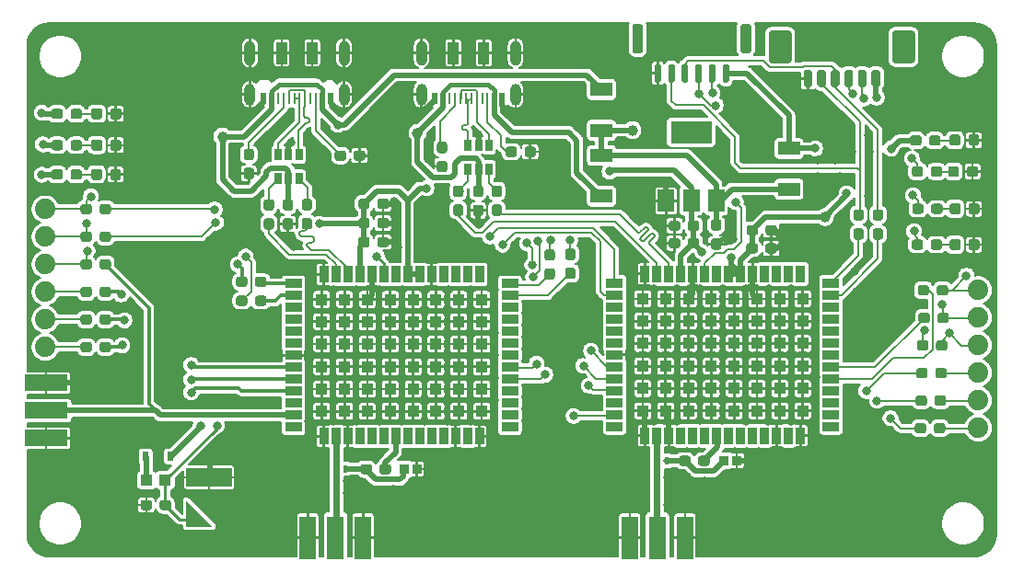
<source format=gbr>
%TF.GenerationSoftware,KiCad,Pcbnew,(5.1.7)-1*%
%TF.CreationDate,2020-10-06T15:51:41+07:00*%
%TF.ProjectId,ublox ZED-F9P (Full feature),75626c6f-7820-45a4-9544-2d4639502028,V1*%
%TF.SameCoordinates,Original*%
%TF.FileFunction,Copper,L1,Top*%
%TF.FilePolarity,Positive*%
%FSLAX46Y46*%
G04 Gerber Fmt 4.6, Leading zero omitted, Abs format (unit mm)*
G04 Created by KiCad (PCBNEW (5.1.7)-1) date 2020-10-06 15:51:41*
%MOMM*%
%LPD*%
G01*
G04 APERTURE LIST*
%TA.AperFunction,EtchedComponent*%
%ADD10C,0.100000*%
%TD*%
%TA.AperFunction,SMDPad,CuDef*%
%ADD11R,1.100000X1.000000*%
%TD*%
%TA.AperFunction,SMDPad,CuDef*%
%ADD12C,1.000000*%
%TD*%
%TA.AperFunction,SMDPad,CuDef*%
%ADD13R,2.000000X1.250000*%
%TD*%
%TA.AperFunction,SMDPad,CuDef*%
%ADD14R,1.000000X2.000000*%
%TD*%
%TA.AperFunction,ComponentPad*%
%ADD15O,1.000000X2.300000*%
%TD*%
%TA.AperFunction,ComponentPad*%
%ADD16O,1.000000X2.000000*%
%TD*%
%TA.AperFunction,SMDPad,CuDef*%
%ADD17R,0.270000X1.000000*%
%TD*%
%TA.AperFunction,SMDPad,CuDef*%
%ADD18R,0.520000X1.000000*%
%TD*%
%TA.AperFunction,SMDPad,CuDef*%
%ADD19R,0.650000X1.060000*%
%TD*%
%TA.AperFunction,SMDPad,CuDef*%
%ADD20R,1.100000X1.100000*%
%TD*%
%TA.AperFunction,SMDPad,CuDef*%
%ADD21R,1.520000X0.850000*%
%TD*%
%TA.AperFunction,SMDPad,CuDef*%
%ADD22R,0.850000X1.520000*%
%TD*%
%TA.AperFunction,SMDPad,CuDef*%
%ADD23R,1.000000X1.000000*%
%TD*%
%TA.AperFunction,SMDPad,CuDef*%
%ADD24R,4.200000X1.700000*%
%TD*%
%TA.AperFunction,SMDPad,CuDef*%
%ADD25R,1.500000X2.000000*%
%TD*%
%TA.AperFunction,SMDPad,CuDef*%
%ADD26R,3.800000X2.000000*%
%TD*%
%TA.AperFunction,ComponentPad*%
%ADD27C,1.879600*%
%TD*%
%TA.AperFunction,SMDPad,CuDef*%
%ADD28R,0.400000X0.700000*%
%TD*%
%TA.AperFunction,SMDPad,CuDef*%
%ADD29R,1.500000X4.000000*%
%TD*%
%TA.AperFunction,SMDPad,CuDef*%
%ADD30R,4.000000X1.500000*%
%TD*%
%TA.AperFunction,SMDPad,CuDef*%
%ADD31R,0.630000X0.830000*%
%TD*%
%TA.AperFunction,SMDPad,CuDef*%
%ADD32R,0.850000X0.900000*%
%TD*%
%TA.AperFunction,ViaPad*%
%ADD33C,0.812800*%
%TD*%
%TA.AperFunction,Conductor*%
%ADD34C,0.254000*%
%TD*%
%TA.AperFunction,Conductor*%
%ADD35C,0.203200*%
%TD*%
%TA.AperFunction,Conductor*%
%ADD36C,0.508000*%
%TD*%
%TA.AperFunction,Conductor*%
%ADD37C,0.609600*%
%TD*%
%TA.AperFunction,Conductor*%
%ADD38C,0.304800*%
%TD*%
%TA.AperFunction,Conductor*%
%ADD39C,0.406400*%
%TD*%
%TA.AperFunction,Conductor*%
%ADD40C,0.200660*%
%TD*%
%TA.AperFunction,Conductor*%
%ADD41C,0.100000*%
%TD*%
G04 APERTURE END LIST*
D10*
%TO.C,BT1*%
G36*
X137497600Y-96792500D02*
G01*
X135097600Y-96792500D01*
X135097600Y-94392500D01*
X137497600Y-96792500D01*
G37*
%TD*%
D11*
%TO.P,R5,2*%
%TO.N,Net-(D2-PadC)*%
X131437200Y-92516500D03*
%TO.P,R5,1*%
%TO.N,/BACKUP*%
X133137200Y-92516500D03*
%TD*%
%TO.P,R14,2*%
%TO.N,Net-(R14-Pad2)*%
%TA.AperFunction,SMDPad,CuDef*%
G36*
G01*
X152850000Y-91737500D02*
X152850000Y-91262500D01*
G75*
G02*
X153087500Y-91025000I237500J0D01*
G01*
X153662500Y-91025000D01*
G75*
G02*
X153900000Y-91262500I0J-237500D01*
G01*
X153900000Y-91737500D01*
G75*
G02*
X153662500Y-91975000I-237500J0D01*
G01*
X153087500Y-91975000D01*
G75*
G02*
X152850000Y-91737500I0J237500D01*
G01*
G37*
%TD.AperFunction*%
%TO.P,R14,1*%
%TO.N,Net-(C1-Pad1)*%
%TA.AperFunction,SMDPad,CuDef*%
G36*
G01*
X151100000Y-91737500D02*
X151100000Y-91262500D01*
G75*
G02*
X151337500Y-91025000I237500J0D01*
G01*
X151912500Y-91025000D01*
G75*
G02*
X152150000Y-91262500I0J-237500D01*
G01*
X152150000Y-91737500D01*
G75*
G02*
X151912500Y-91975000I-237500J0D01*
G01*
X151337500Y-91975000D01*
G75*
G02*
X151100000Y-91737500I0J237500D01*
G01*
G37*
%TD.AperFunction*%
%TD*%
%TO.P,R7,2*%
%TO.N,Net-(R7-Pad2)*%
%TA.AperFunction,SMDPad,CuDef*%
G36*
G01*
X182150000Y-90962500D02*
X182150000Y-90487500D01*
G75*
G02*
X182387500Y-90250000I237500J0D01*
G01*
X182962500Y-90250000D01*
G75*
G02*
X183200000Y-90487500I0J-237500D01*
G01*
X183200000Y-90962500D01*
G75*
G02*
X182962500Y-91200000I-237500J0D01*
G01*
X182387500Y-91200000D01*
G75*
G02*
X182150000Y-90962500I0J237500D01*
G01*
G37*
%TD.AperFunction*%
%TO.P,R7,1*%
%TO.N,Net-(C8-Pad1)*%
%TA.AperFunction,SMDPad,CuDef*%
G36*
G01*
X180400000Y-90962500D02*
X180400000Y-90487500D01*
G75*
G02*
X180637500Y-90250000I237500J0D01*
G01*
X181212500Y-90250000D01*
G75*
G02*
X181450000Y-90487500I0J-237500D01*
G01*
X181450000Y-90962500D01*
G75*
G02*
X181212500Y-91200000I-237500J0D01*
G01*
X180637500Y-91200000D01*
G75*
G02*
X180400000Y-90962500I0J237500D01*
G01*
G37*
%TD.AperFunction*%
%TD*%
%TO.P,R27,2*%
%TO.N,+3V3*%
%TA.AperFunction,SMDPad,CuDef*%
G36*
G01*
X181200000Y-70937500D02*
X181200000Y-70462500D01*
G75*
G02*
X181437500Y-70225000I237500J0D01*
G01*
X182012500Y-70225000D01*
G75*
G02*
X182250000Y-70462500I0J-237500D01*
G01*
X182250000Y-70937500D01*
G75*
G02*
X182012500Y-71175000I-237500J0D01*
G01*
X181437500Y-71175000D01*
G75*
G02*
X181200000Y-70937500I0J237500D01*
G01*
G37*
%TD.AperFunction*%
%TO.P,R27,1*%
%TO.N,GND*%
%TA.AperFunction,SMDPad,CuDef*%
G36*
G01*
X179450000Y-70937500D02*
X179450000Y-70462500D01*
G75*
G02*
X179687500Y-70225000I237500J0D01*
G01*
X180262500Y-70225000D01*
G75*
G02*
X180500000Y-70462500I0J-237500D01*
G01*
X180500000Y-70937500D01*
G75*
G02*
X180262500Y-71175000I-237500J0D01*
G01*
X179687500Y-71175000D01*
G75*
G02*
X179450000Y-70937500I0J237500D01*
G01*
G37*
%TD.AperFunction*%
%TD*%
%TO.P,C11,2*%
%TO.N,+3V3*%
%TA.AperFunction,SMDPad,CuDef*%
G36*
G01*
X187651200Y-69260900D02*
X187651200Y-69735900D01*
G75*
G02*
X187413700Y-69973400I-237500J0D01*
G01*
X186838700Y-69973400D01*
G75*
G02*
X186601200Y-69735900I0J237500D01*
G01*
X186601200Y-69260900D01*
G75*
G02*
X186838700Y-69023400I237500J0D01*
G01*
X187413700Y-69023400D01*
G75*
G02*
X187651200Y-69260900I0J-237500D01*
G01*
G37*
%TD.AperFunction*%
%TO.P,C11,1*%
%TO.N,GND*%
%TA.AperFunction,SMDPad,CuDef*%
G36*
G01*
X189401200Y-69260900D02*
X189401200Y-69735900D01*
G75*
G02*
X189163700Y-69973400I-237500J0D01*
G01*
X188588700Y-69973400D01*
G75*
G02*
X188351200Y-69735900I0J237500D01*
G01*
X188351200Y-69260900D01*
G75*
G02*
X188588700Y-69023400I237500J0D01*
G01*
X189163700Y-69023400D01*
G75*
G02*
X189401200Y-69260900I0J-237500D01*
G01*
G37*
%TD.AperFunction*%
%TD*%
%TO.P,C10,2*%
%TO.N,GND*%
%TA.AperFunction,SMDPad,CuDef*%
G36*
G01*
X188327600Y-71412300D02*
X188327600Y-70937300D01*
G75*
G02*
X188565100Y-70699800I237500J0D01*
G01*
X189140100Y-70699800D01*
G75*
G02*
X189377600Y-70937300I0J-237500D01*
G01*
X189377600Y-71412300D01*
G75*
G02*
X189140100Y-71649800I-237500J0D01*
G01*
X188565100Y-71649800D01*
G75*
G02*
X188327600Y-71412300I0J237500D01*
G01*
G37*
%TD.AperFunction*%
%TO.P,C10,1*%
%TO.N,+3V3*%
%TA.AperFunction,SMDPad,CuDef*%
G36*
G01*
X186577600Y-71412300D02*
X186577600Y-70937300D01*
G75*
G02*
X186815100Y-70699800I237500J0D01*
G01*
X187390100Y-70699800D01*
G75*
G02*
X187627600Y-70937300I0J-237500D01*
G01*
X187627600Y-71412300D01*
G75*
G02*
X187390100Y-71649800I-237500J0D01*
G01*
X186815100Y-71649800D01*
G75*
G02*
X186577600Y-71412300I0J237500D01*
G01*
G37*
%TD.AperFunction*%
%TD*%
%TO.P,C5,2*%
%TO.N,+5V*%
%TA.AperFunction,SMDPad,CuDef*%
G36*
G01*
X184037500Y-69550000D02*
X183562500Y-69550000D01*
G75*
G02*
X183325000Y-69312500I0J237500D01*
G01*
X183325000Y-68737500D01*
G75*
G02*
X183562500Y-68500000I237500J0D01*
G01*
X184037500Y-68500000D01*
G75*
G02*
X184275000Y-68737500I0J-237500D01*
G01*
X184275000Y-69312500D01*
G75*
G02*
X184037500Y-69550000I-237500J0D01*
G01*
G37*
%TD.AperFunction*%
%TO.P,C5,1*%
%TO.N,GND*%
%TA.AperFunction,SMDPad,CuDef*%
G36*
G01*
X184037500Y-71300000D02*
X183562500Y-71300000D01*
G75*
G02*
X183325000Y-71062500I0J237500D01*
G01*
X183325000Y-70487500D01*
G75*
G02*
X183562500Y-70250000I237500J0D01*
G01*
X184037500Y-70250000D01*
G75*
G02*
X184275000Y-70487500I0J-237500D01*
G01*
X184275000Y-71062500D01*
G75*
G02*
X184037500Y-71300000I-237500J0D01*
G01*
G37*
%TD.AperFunction*%
%TD*%
%TO.P,C4,2*%
%TO.N,+3V3*%
%TA.AperFunction,SMDPad,CuDef*%
G36*
G01*
X181200000Y-69337500D02*
X181200000Y-68862500D01*
G75*
G02*
X181437500Y-68625000I237500J0D01*
G01*
X182012500Y-68625000D01*
G75*
G02*
X182250000Y-68862500I0J-237500D01*
G01*
X182250000Y-69337500D01*
G75*
G02*
X182012500Y-69575000I-237500J0D01*
G01*
X181437500Y-69575000D01*
G75*
G02*
X181200000Y-69337500I0J237500D01*
G01*
G37*
%TD.AperFunction*%
%TO.P,C4,1*%
%TO.N,GND*%
%TA.AperFunction,SMDPad,CuDef*%
G36*
G01*
X179450000Y-69337500D02*
X179450000Y-68862500D01*
G75*
G02*
X179687500Y-68625000I237500J0D01*
G01*
X180262500Y-68625000D01*
G75*
G02*
X180500000Y-68862500I0J-237500D01*
G01*
X180500000Y-69337500D01*
G75*
G02*
X180262500Y-69575000I-237500J0D01*
G01*
X179687500Y-69575000D01*
G75*
G02*
X179450000Y-69337500I0J237500D01*
G01*
G37*
%TD.AperFunction*%
%TD*%
%TO.P,C3,2*%
%TO.N,GND*%
%TA.AperFunction,SMDPad,CuDef*%
G36*
G01*
X131937200Y-94565000D02*
X131937200Y-95040000D01*
G75*
G02*
X131699700Y-95277500I-237500J0D01*
G01*
X131124700Y-95277500D01*
G75*
G02*
X130887200Y-95040000I0J237500D01*
G01*
X130887200Y-94565000D01*
G75*
G02*
X131124700Y-94327500I237500J0D01*
G01*
X131699700Y-94327500D01*
G75*
G02*
X131937200Y-94565000I0J-237500D01*
G01*
G37*
%TD.AperFunction*%
%TO.P,C3,1*%
%TO.N,/BACKUP*%
%TA.AperFunction,SMDPad,CuDef*%
G36*
G01*
X133687200Y-94565000D02*
X133687200Y-95040000D01*
G75*
G02*
X133449700Y-95277500I-237500J0D01*
G01*
X132874700Y-95277500D01*
G75*
G02*
X132637200Y-95040000I0J237500D01*
G01*
X132637200Y-94565000D01*
G75*
G02*
X132874700Y-94327500I237500J0D01*
G01*
X133449700Y-94327500D01*
G75*
G02*
X133687200Y-94565000I0J-237500D01*
G01*
G37*
%TD.AperFunction*%
%TD*%
%TO.P,R13,2*%
%TO.N,Net-(FENCE1-Pad1)*%
%TA.AperFunction,SMDPad,CuDef*%
G36*
G01*
X123737200Y-58551900D02*
X123737200Y-59026900D01*
G75*
G02*
X123499700Y-59264400I-237500J0D01*
G01*
X122924700Y-59264400D01*
G75*
G02*
X122687200Y-59026900I0J237500D01*
G01*
X122687200Y-58551900D01*
G75*
G02*
X122924700Y-58314400I237500J0D01*
G01*
X123499700Y-58314400D01*
G75*
G02*
X123737200Y-58551900I0J-237500D01*
G01*
G37*
%TD.AperFunction*%
%TO.P,R13,1*%
%TO.N,Net-(LED4-PadA)*%
%TA.AperFunction,SMDPad,CuDef*%
G36*
G01*
X125487200Y-58551900D02*
X125487200Y-59026900D01*
G75*
G02*
X125249700Y-59264400I-237500J0D01*
G01*
X124674700Y-59264400D01*
G75*
G02*
X124437200Y-59026900I0J237500D01*
G01*
X124437200Y-58551900D01*
G75*
G02*
X124674700Y-58314400I237500J0D01*
G01*
X125249700Y-58314400D01*
G75*
G02*
X125487200Y-58551900I0J-237500D01*
G01*
G37*
%TD.AperFunction*%
%TD*%
%TO.P,R12,2*%
%TO.N,Net-(R12-Pad2)*%
%TA.AperFunction,SMDPad,CuDef*%
G36*
G01*
X123737200Y-61441100D02*
X123737200Y-61916100D01*
G75*
G02*
X123499700Y-62153600I-237500J0D01*
G01*
X122924700Y-62153600D01*
G75*
G02*
X122687200Y-61916100I0J237500D01*
G01*
X122687200Y-61441100D01*
G75*
G02*
X122924700Y-61203600I237500J0D01*
G01*
X123499700Y-61203600D01*
G75*
G02*
X123737200Y-61441100I0J-237500D01*
G01*
G37*
%TD.AperFunction*%
%TO.P,R12,1*%
%TO.N,Net-(LED3-PadA)*%
%TA.AperFunction,SMDPad,CuDef*%
G36*
G01*
X125487200Y-61441100D02*
X125487200Y-61916100D01*
G75*
G02*
X125249700Y-62153600I-237500J0D01*
G01*
X124674700Y-62153600D01*
G75*
G02*
X124437200Y-61916100I0J237500D01*
G01*
X124437200Y-61441100D01*
G75*
G02*
X124674700Y-61203600I237500J0D01*
G01*
X125249700Y-61203600D01*
G75*
G02*
X125487200Y-61441100I0J-237500D01*
G01*
G37*
%TD.AperFunction*%
%TD*%
%TO.P,R11,2*%
%TO.N,Net-(PPS_LED1-Pad1)*%
%TA.AperFunction,SMDPad,CuDef*%
G36*
G01*
X123737200Y-64131100D02*
X123737200Y-64606100D01*
G75*
G02*
X123499700Y-64843600I-237500J0D01*
G01*
X122924700Y-64843600D01*
G75*
G02*
X122687200Y-64606100I0J237500D01*
G01*
X122687200Y-64131100D01*
G75*
G02*
X122924700Y-63893600I237500J0D01*
G01*
X123499700Y-63893600D01*
G75*
G02*
X123737200Y-64131100I0J-237500D01*
G01*
G37*
%TD.AperFunction*%
%TO.P,R11,1*%
%TO.N,Net-(LED2-PadA)*%
%TA.AperFunction,SMDPad,CuDef*%
G36*
G01*
X125487200Y-64131100D02*
X125487200Y-64606100D01*
G75*
G02*
X125249700Y-64843600I-237500J0D01*
G01*
X124674700Y-64843600D01*
G75*
G02*
X124437200Y-64606100I0J237500D01*
G01*
X124437200Y-64131100D01*
G75*
G02*
X124674700Y-63893600I237500J0D01*
G01*
X125249700Y-63893600D01*
G75*
G02*
X125487200Y-64131100I0J-237500D01*
G01*
G37*
%TD.AperFunction*%
%TD*%
D12*
%TO.P,TP4,1*%
%TO.N,+5V*%
X176100000Y-60300000D03*
%TD*%
%TO.P,R21,2*%
%TO.N,/PPS_STAT_P*%
%TA.AperFunction,SMDPad,CuDef*%
G36*
G01*
X126409600Y-72406500D02*
X126409600Y-72881500D01*
G75*
G02*
X126172100Y-73119000I-237500J0D01*
G01*
X125597100Y-73119000D01*
G75*
G02*
X125359600Y-72881500I0J237500D01*
G01*
X125359600Y-72406500D01*
G75*
G02*
X125597100Y-72169000I237500J0D01*
G01*
X126172100Y-72169000D01*
G75*
G02*
X126409600Y-72406500I0J-237500D01*
G01*
G37*
%TD.AperFunction*%
%TO.P,R21,1*%
%TO.N,Net-(E2-PadSIG)*%
%TA.AperFunction,SMDPad,CuDef*%
G36*
G01*
X128159600Y-72406500D02*
X128159600Y-72881500D01*
G75*
G02*
X127922100Y-73119000I-237500J0D01*
G01*
X127347100Y-73119000D01*
G75*
G02*
X127109600Y-72881500I0J237500D01*
G01*
X127109600Y-72406500D01*
G75*
G02*
X127347100Y-72169000I237500J0D01*
G01*
X127922100Y-72169000D01*
G75*
G02*
X128159600Y-72406500I0J-237500D01*
G01*
G37*
%TD.AperFunction*%
%TD*%
%TO.P,R20,2*%
%TO.N,/~SAFE_P*%
%TA.AperFunction,SMDPad,CuDef*%
G36*
G01*
X126409600Y-77486500D02*
X126409600Y-77961500D01*
G75*
G02*
X126172100Y-78199000I-237500J0D01*
G01*
X125597100Y-78199000D01*
G75*
G02*
X125359600Y-77961500I0J237500D01*
G01*
X125359600Y-77486500D01*
G75*
G02*
X125597100Y-77249000I237500J0D01*
G01*
X126172100Y-77249000D01*
G75*
G02*
X126409600Y-77486500I0J-237500D01*
G01*
G37*
%TD.AperFunction*%
%TO.P,R20,1*%
%TO.N,Net-(R20-Pad1)*%
%TA.AperFunction,SMDPad,CuDef*%
G36*
G01*
X128159600Y-77486500D02*
X128159600Y-77961500D01*
G75*
G02*
X127922100Y-78199000I-237500J0D01*
G01*
X127347100Y-78199000D01*
G75*
G02*
X127109600Y-77961500I0J237500D01*
G01*
X127109600Y-77486500D01*
G75*
G02*
X127347100Y-77249000I237500J0D01*
G01*
X127922100Y-77249000D01*
G75*
G02*
X128159600Y-77486500I0J-237500D01*
G01*
G37*
%TD.AperFunction*%
%TD*%
%TO.P,R19,2*%
%TO.N,/~RESET_P*%
%TA.AperFunction,SMDPad,CuDef*%
G36*
G01*
X126409600Y-74946500D02*
X126409600Y-75421500D01*
G75*
G02*
X126172100Y-75659000I-237500J0D01*
G01*
X125597100Y-75659000D01*
G75*
G02*
X125359600Y-75421500I0J237500D01*
G01*
X125359600Y-74946500D01*
G75*
G02*
X125597100Y-74709000I237500J0D01*
G01*
X126172100Y-74709000D01*
G75*
G02*
X126409600Y-74946500I0J-237500D01*
G01*
G37*
%TD.AperFunction*%
%TO.P,R19,1*%
%TO.N,Net-(R19-Pad1)*%
%TA.AperFunction,SMDPad,CuDef*%
G36*
G01*
X128159600Y-74946500D02*
X128159600Y-75421500D01*
G75*
G02*
X127922100Y-75659000I-237500J0D01*
G01*
X127347100Y-75659000D01*
G75*
G02*
X127109600Y-75421500I0J237500D01*
G01*
X127109600Y-74946500D01*
G75*
G02*
X127347100Y-74709000I237500J0D01*
G01*
X127922100Y-74709000D01*
G75*
G02*
X128159600Y-74946500I0J-237500D01*
G01*
G37*
%TD.AperFunction*%
%TD*%
%TO.P,R18,2*%
%TO.N,/INT_P*%
%TA.AperFunction,SMDPad,CuDef*%
G36*
G01*
X126409600Y-80026500D02*
X126409600Y-80501500D01*
G75*
G02*
X126172100Y-80739000I-237500J0D01*
G01*
X125597100Y-80739000D01*
G75*
G02*
X125359600Y-80501500I0J237500D01*
G01*
X125359600Y-80026500D01*
G75*
G02*
X125597100Y-79789000I237500J0D01*
G01*
X126172100Y-79789000D01*
G75*
G02*
X126409600Y-80026500I0J-237500D01*
G01*
G37*
%TD.AperFunction*%
%TO.P,R18,1*%
%TO.N,Net-(R18-Pad1)*%
%TA.AperFunction,SMDPad,CuDef*%
G36*
G01*
X128159600Y-80026500D02*
X128159600Y-80501500D01*
G75*
G02*
X127922100Y-80739000I-237500J0D01*
G01*
X127347100Y-80739000D01*
G75*
G02*
X127109600Y-80501500I0J237500D01*
G01*
X127109600Y-80026500D01*
G75*
G02*
X127347100Y-79789000I237500J0D01*
G01*
X127922100Y-79789000D01*
G75*
G02*
X128159600Y-80026500I0J-237500D01*
G01*
G37*
%TD.AperFunction*%
%TD*%
%TO.P,R6,2*%
%TO.N,/RX2_H*%
%TA.AperFunction,SMDPad,CuDef*%
G36*
G01*
X198916300Y-68622800D02*
X198441300Y-68622800D01*
G75*
G02*
X198203800Y-68385300I0J237500D01*
G01*
X198203800Y-67810300D01*
G75*
G02*
X198441300Y-67572800I237500J0D01*
G01*
X198916300Y-67572800D01*
G75*
G02*
X199153800Y-67810300I0J-237500D01*
G01*
X199153800Y-68385300D01*
G75*
G02*
X198916300Y-68622800I-237500J0D01*
G01*
G37*
%TD.AperFunction*%
%TO.P,R6,1*%
%TO.N,Net-(R6-Pad1)*%
%TA.AperFunction,SMDPad,CuDef*%
G36*
G01*
X198916300Y-70372800D02*
X198441300Y-70372800D01*
G75*
G02*
X198203800Y-70135300I0J237500D01*
G01*
X198203800Y-69560300D01*
G75*
G02*
X198441300Y-69322800I237500J0D01*
G01*
X198916300Y-69322800D01*
G75*
G02*
X199153800Y-69560300I0J-237500D01*
G01*
X199153800Y-70135300D01*
G75*
G02*
X198916300Y-70372800I-237500J0D01*
G01*
G37*
%TD.AperFunction*%
%TD*%
%TO.P,R4,2*%
%TO.N,/TX2_H*%
%TA.AperFunction,SMDPad,CuDef*%
G36*
G01*
X197138300Y-68622800D02*
X196663300Y-68622800D01*
G75*
G02*
X196425800Y-68385300I0J237500D01*
G01*
X196425800Y-67810300D01*
G75*
G02*
X196663300Y-67572800I237500J0D01*
G01*
X197138300Y-67572800D01*
G75*
G02*
X197375800Y-67810300I0J-237500D01*
G01*
X197375800Y-68385300D01*
G75*
G02*
X197138300Y-68622800I-237500J0D01*
G01*
G37*
%TD.AperFunction*%
%TO.P,R4,1*%
%TO.N,Net-(R4-Pad1)*%
%TA.AperFunction,SMDPad,CuDef*%
G36*
G01*
X197138300Y-70372800D02*
X196663300Y-70372800D01*
G75*
G02*
X196425800Y-70135300I0J237500D01*
G01*
X196425800Y-69560300D01*
G75*
G02*
X196663300Y-69322800I237500J0D01*
G01*
X197138300Y-69322800D01*
G75*
G02*
X197375800Y-69560300I0J-237500D01*
G01*
X197375800Y-70135300D01*
G75*
G02*
X197138300Y-70372800I-237500J0D01*
G01*
G37*
%TD.AperFunction*%
%TD*%
%TO.P,C6,2*%
%TO.N,GND*%
%TA.AperFunction,SMDPad,CuDef*%
G36*
G01*
X144187500Y-68400000D02*
X144662500Y-68400000D01*
G75*
G02*
X144900000Y-68637500I0J-237500D01*
G01*
X144900000Y-69212500D01*
G75*
G02*
X144662500Y-69450000I-237500J0D01*
G01*
X144187500Y-69450000D01*
G75*
G02*
X143950000Y-69212500I0J237500D01*
G01*
X143950000Y-68637500D01*
G75*
G02*
X144187500Y-68400000I237500J0D01*
G01*
G37*
%TD.AperFunction*%
%TO.P,C6,1*%
%TO.N,Net-(C6-Pad1)*%
%TA.AperFunction,SMDPad,CuDef*%
G36*
G01*
X144187500Y-66650000D02*
X144662500Y-66650000D01*
G75*
G02*
X144900000Y-66887500I0J-237500D01*
G01*
X144900000Y-67462500D01*
G75*
G02*
X144662500Y-67700000I-237500J0D01*
G01*
X144187500Y-67700000D01*
G75*
G02*
X143950000Y-67462500I0J237500D01*
G01*
X143950000Y-66887500D01*
G75*
G02*
X144187500Y-66650000I237500J0D01*
G01*
G37*
%TD.AperFunction*%
%TD*%
%TO.P,R32,2*%
%TO.N,/~SAFE_H*%
%TA.AperFunction,SMDPad,CuDef*%
G36*
G01*
X203883280Y-85429100D02*
X203883280Y-84954100D01*
G75*
G02*
X204120780Y-84716600I237500J0D01*
G01*
X204695780Y-84716600D01*
G75*
G02*
X204933280Y-84954100I0J-237500D01*
G01*
X204933280Y-85429100D01*
G75*
G02*
X204695780Y-85666600I-237500J0D01*
G01*
X204120780Y-85666600D01*
G75*
G02*
X203883280Y-85429100I0J237500D01*
G01*
G37*
%TD.AperFunction*%
%TO.P,R32,1*%
%TO.N,Net-(R32-Pad1)*%
%TA.AperFunction,SMDPad,CuDef*%
G36*
G01*
X202133280Y-85429100D02*
X202133280Y-84954100D01*
G75*
G02*
X202370780Y-84716600I237500J0D01*
G01*
X202945780Y-84716600D01*
G75*
G02*
X203183280Y-84954100I0J-237500D01*
G01*
X203183280Y-85429100D01*
G75*
G02*
X202945780Y-85666600I-237500J0D01*
G01*
X202370780Y-85666600D01*
G75*
G02*
X202133280Y-85429100I0J237500D01*
G01*
G37*
%TD.AperFunction*%
%TD*%
%TO.P,R8,2*%
%TO.N,Net-(R8-Pad2)*%
%TA.AperFunction,SMDPad,CuDef*%
G36*
G01*
X159846000Y-67138000D02*
X160321000Y-67138000D01*
G75*
G02*
X160558500Y-67375500I0J-237500D01*
G01*
X160558500Y-67950500D01*
G75*
G02*
X160321000Y-68188000I-237500J0D01*
G01*
X159846000Y-68188000D01*
G75*
G02*
X159608500Y-67950500I0J237500D01*
G01*
X159608500Y-67375500D01*
G75*
G02*
X159846000Y-67138000I237500J0D01*
G01*
G37*
%TD.AperFunction*%
%TO.P,R8,1*%
%TO.N,/H_D+*%
%TA.AperFunction,SMDPad,CuDef*%
G36*
G01*
X159846000Y-65388000D02*
X160321000Y-65388000D01*
G75*
G02*
X160558500Y-65625500I0J-237500D01*
G01*
X160558500Y-66200500D01*
G75*
G02*
X160321000Y-66438000I-237500J0D01*
G01*
X159846000Y-66438000D01*
G75*
G02*
X159608500Y-66200500I0J237500D01*
G01*
X159608500Y-65625500D01*
G75*
G02*
X159846000Y-65388000I237500J0D01*
G01*
G37*
%TD.AperFunction*%
%TD*%
%TO.P,R25,2*%
%TO.N,/FENCE_STAT_P*%
%TA.AperFunction,SMDPad,CuDef*%
G36*
G01*
X126409600Y-67326500D02*
X126409600Y-67801500D01*
G75*
G02*
X126172100Y-68039000I-237500J0D01*
G01*
X125597100Y-68039000D01*
G75*
G02*
X125359600Y-67801500I0J237500D01*
G01*
X125359600Y-67326500D01*
G75*
G02*
X125597100Y-67089000I237500J0D01*
G01*
X126172100Y-67089000D01*
G75*
G02*
X126409600Y-67326500I0J-237500D01*
G01*
G37*
%TD.AperFunction*%
%TO.P,R25,1*%
%TO.N,Net-(R25-Pad1)*%
%TA.AperFunction,SMDPad,CuDef*%
G36*
G01*
X128159600Y-67326500D02*
X128159600Y-67801500D01*
G75*
G02*
X127922100Y-68039000I-237500J0D01*
G01*
X127347100Y-68039000D01*
G75*
G02*
X127109600Y-67801500I0J237500D01*
G01*
X127109600Y-67326500D01*
G75*
G02*
X127347100Y-67089000I237500J0D01*
G01*
X127922100Y-67089000D01*
G75*
G02*
X128159600Y-67326500I0J-237500D01*
G01*
G37*
%TD.AperFunction*%
%TD*%
%TO.P,R24,2*%
%TO.N,/RTK_STAT_P*%
%TA.AperFunction,SMDPad,CuDef*%
G36*
G01*
X126409600Y-69866500D02*
X126409600Y-70341500D01*
G75*
G02*
X126172100Y-70579000I-237500J0D01*
G01*
X125597100Y-70579000D01*
G75*
G02*
X125359600Y-70341500I0J237500D01*
G01*
X125359600Y-69866500D01*
G75*
G02*
X125597100Y-69629000I237500J0D01*
G01*
X126172100Y-69629000D01*
G75*
G02*
X126409600Y-69866500I0J-237500D01*
G01*
G37*
%TD.AperFunction*%
%TO.P,R24,1*%
%TO.N,Net-(R24-Pad1)*%
%TA.AperFunction,SMDPad,CuDef*%
G36*
G01*
X128159600Y-69866500D02*
X128159600Y-70341500D01*
G75*
G02*
X127922100Y-70579000I-237500J0D01*
G01*
X127347100Y-70579000D01*
G75*
G02*
X127109600Y-70341500I0J237500D01*
G01*
X127109600Y-69866500D01*
G75*
G02*
X127347100Y-69629000I237500J0D01*
G01*
X127922100Y-69629000D01*
G75*
G02*
X128159600Y-69866500I0J-237500D01*
G01*
G37*
%TD.AperFunction*%
%TD*%
%TO.P,R33,2*%
%TO.N,/PPS_STAT_H*%
%TA.AperFunction,SMDPad,CuDef*%
G36*
G01*
X204014640Y-80349100D02*
X204014640Y-79874100D01*
G75*
G02*
X204252140Y-79636600I237500J0D01*
G01*
X204827140Y-79636600D01*
G75*
G02*
X205064640Y-79874100I0J-237500D01*
G01*
X205064640Y-80349100D01*
G75*
G02*
X204827140Y-80586600I-237500J0D01*
G01*
X204252140Y-80586600D01*
G75*
G02*
X204014640Y-80349100I0J237500D01*
G01*
G37*
%TD.AperFunction*%
%TO.P,R33,1*%
%TO.N,Net-(PPS2-Pad1)*%
%TA.AperFunction,SMDPad,CuDef*%
G36*
G01*
X202264640Y-80349100D02*
X202264640Y-79874100D01*
G75*
G02*
X202502140Y-79636600I237500J0D01*
G01*
X203077140Y-79636600D01*
G75*
G02*
X203314640Y-79874100I0J-237500D01*
G01*
X203314640Y-80349100D01*
G75*
G02*
X203077140Y-80586600I-237500J0D01*
G01*
X202502140Y-80586600D01*
G75*
G02*
X202264640Y-80349100I0J237500D01*
G01*
G37*
%TD.AperFunction*%
%TD*%
%TO.P,R29,2*%
%TO.N,/INT_H*%
%TA.AperFunction,SMDPad,CuDef*%
G36*
G01*
X203817600Y-87969100D02*
X203817600Y-87494100D01*
G75*
G02*
X204055100Y-87256600I237500J0D01*
G01*
X204630100Y-87256600D01*
G75*
G02*
X204867600Y-87494100I0J-237500D01*
G01*
X204867600Y-87969100D01*
G75*
G02*
X204630100Y-88206600I-237500J0D01*
G01*
X204055100Y-88206600D01*
G75*
G02*
X203817600Y-87969100I0J237500D01*
G01*
G37*
%TD.AperFunction*%
%TO.P,R29,1*%
%TO.N,Net-(R29-Pad1)*%
%TA.AperFunction,SMDPad,CuDef*%
G36*
G01*
X202067600Y-87969100D02*
X202067600Y-87494100D01*
G75*
G02*
X202305100Y-87256600I237500J0D01*
G01*
X202880100Y-87256600D01*
G75*
G02*
X203117600Y-87494100I0J-237500D01*
G01*
X203117600Y-87969100D01*
G75*
G02*
X202880100Y-88206600I-237500J0D01*
G01*
X202305100Y-88206600D01*
G75*
G02*
X202067600Y-87969100I0J237500D01*
G01*
G37*
%TD.AperFunction*%
%TD*%
%TO.P,R28,2*%
%TO.N,/~RESET_H*%
%TA.AperFunction,SMDPad,CuDef*%
G36*
G01*
X203948960Y-82889100D02*
X203948960Y-82414100D01*
G75*
G02*
X204186460Y-82176600I237500J0D01*
G01*
X204761460Y-82176600D01*
G75*
G02*
X204998960Y-82414100I0J-237500D01*
G01*
X204998960Y-82889100D01*
G75*
G02*
X204761460Y-83126600I-237500J0D01*
G01*
X204186460Y-83126600D01*
G75*
G02*
X203948960Y-82889100I0J237500D01*
G01*
G37*
%TD.AperFunction*%
%TO.P,R28,1*%
%TO.N,Net-(R28-Pad1)*%
%TA.AperFunction,SMDPad,CuDef*%
G36*
G01*
X202198960Y-82889100D02*
X202198960Y-82414100D01*
G75*
G02*
X202436460Y-82176600I237500J0D01*
G01*
X203011460Y-82176600D01*
G75*
G02*
X203248960Y-82414100I0J-237500D01*
G01*
X203248960Y-82889100D01*
G75*
G02*
X203011460Y-83126600I-237500J0D01*
G01*
X202436460Y-83126600D01*
G75*
G02*
X202198960Y-82889100I0J237500D01*
G01*
G37*
%TD.AperFunction*%
%TD*%
%TO.P,R1,2*%
%TO.N,+3V3*%
%TA.AperFunction,SMDPad,CuDef*%
G36*
G01*
X202683200Y-61004300D02*
X202683200Y-61479300D01*
G75*
G02*
X202445700Y-61716800I-237500J0D01*
G01*
X201870700Y-61716800D01*
G75*
G02*
X201633200Y-61479300I0J237500D01*
G01*
X201633200Y-61004300D01*
G75*
G02*
X201870700Y-60766800I237500J0D01*
G01*
X202445700Y-60766800D01*
G75*
G02*
X202683200Y-61004300I0J-237500D01*
G01*
G37*
%TD.AperFunction*%
%TO.P,R1,1*%
%TO.N,Net-(LED1-PadA)*%
%TA.AperFunction,SMDPad,CuDef*%
G36*
G01*
X204433200Y-61004300D02*
X204433200Y-61479300D01*
G75*
G02*
X204195700Y-61716800I-237500J0D01*
G01*
X203620700Y-61716800D01*
G75*
G02*
X203383200Y-61479300I0J237500D01*
G01*
X203383200Y-61004300D01*
G75*
G02*
X203620700Y-60766800I237500J0D01*
G01*
X204195700Y-60766800D01*
G75*
G02*
X204433200Y-61004300I0J-237500D01*
G01*
G37*
%TD.AperFunction*%
%TD*%
%TO.P,R37,2*%
%TO.N,Net-(FENCE2-Pad1)*%
%TA.AperFunction,SMDPad,CuDef*%
G36*
G01*
X202833200Y-63865000D02*
X202833200Y-64340000D01*
G75*
G02*
X202595700Y-64577500I-237500J0D01*
G01*
X202020700Y-64577500D01*
G75*
G02*
X201783200Y-64340000I0J237500D01*
G01*
X201783200Y-63865000D01*
G75*
G02*
X202020700Y-63627500I237500J0D01*
G01*
X202595700Y-63627500D01*
G75*
G02*
X202833200Y-63865000I0J-237500D01*
G01*
G37*
%TD.AperFunction*%
%TO.P,R37,1*%
%TO.N,Net-(LED7-PadA)*%
%TA.AperFunction,SMDPad,CuDef*%
G36*
G01*
X204583200Y-63865000D02*
X204583200Y-64340000D01*
G75*
G02*
X204345700Y-64577500I-237500J0D01*
G01*
X203770700Y-64577500D01*
G75*
G02*
X203533200Y-64340000I0J237500D01*
G01*
X203533200Y-63865000D01*
G75*
G02*
X203770700Y-63627500I237500J0D01*
G01*
X204345700Y-63627500D01*
G75*
G02*
X204583200Y-63865000I0J-237500D01*
G01*
G37*
%TD.AperFunction*%
%TD*%
%TO.P,R36,2*%
%TO.N,Net-(R36-Pad2)*%
%TA.AperFunction,SMDPad,CuDef*%
G36*
G01*
X202872200Y-67294000D02*
X202872200Y-67769000D01*
G75*
G02*
X202634700Y-68006500I-237500J0D01*
G01*
X202059700Y-68006500D01*
G75*
G02*
X201822200Y-67769000I0J237500D01*
G01*
X201822200Y-67294000D01*
G75*
G02*
X202059700Y-67056500I237500J0D01*
G01*
X202634700Y-67056500D01*
G75*
G02*
X202872200Y-67294000I0J-237500D01*
G01*
G37*
%TD.AperFunction*%
%TO.P,R36,1*%
%TO.N,Net-(LED6-PadA)*%
%TA.AperFunction,SMDPad,CuDef*%
G36*
G01*
X204622200Y-67294000D02*
X204622200Y-67769000D01*
G75*
G02*
X204384700Y-68006500I-237500J0D01*
G01*
X203809700Y-68006500D01*
G75*
G02*
X203572200Y-67769000I0J237500D01*
G01*
X203572200Y-67294000D01*
G75*
G02*
X203809700Y-67056500I237500J0D01*
G01*
X204384700Y-67056500D01*
G75*
G02*
X204622200Y-67294000I0J-237500D01*
G01*
G37*
%TD.AperFunction*%
%TD*%
%TO.P,R35,2*%
%TO.N,Net-(PPS_LED2-Pad1)*%
%TA.AperFunction,SMDPad,CuDef*%
G36*
G01*
X202833200Y-70596000D02*
X202833200Y-71071000D01*
G75*
G02*
X202595700Y-71308500I-237500J0D01*
G01*
X202020700Y-71308500D01*
G75*
G02*
X201783200Y-71071000I0J237500D01*
G01*
X201783200Y-70596000D01*
G75*
G02*
X202020700Y-70358500I237500J0D01*
G01*
X202595700Y-70358500D01*
G75*
G02*
X202833200Y-70596000I0J-237500D01*
G01*
G37*
%TD.AperFunction*%
%TO.P,R35,1*%
%TO.N,Net-(LED5-PadA)*%
%TA.AperFunction,SMDPad,CuDef*%
G36*
G01*
X204583200Y-70596000D02*
X204583200Y-71071000D01*
G75*
G02*
X204345700Y-71308500I-237500J0D01*
G01*
X203770700Y-71308500D01*
G75*
G02*
X203533200Y-71071000I0J237500D01*
G01*
X203533200Y-70596000D01*
G75*
G02*
X203770700Y-70358500I237500J0D01*
G01*
X204345700Y-70358500D01*
G75*
G02*
X204583200Y-70596000I0J-237500D01*
G01*
G37*
%TD.AperFunction*%
%TD*%
%TO.P,R31,2*%
%TO.N,/FENCE_STAT_H*%
%TA.AperFunction,SMDPad,CuDef*%
G36*
G01*
X204080320Y-75269100D02*
X204080320Y-74794100D01*
G75*
G02*
X204317820Y-74556600I237500J0D01*
G01*
X204892820Y-74556600D01*
G75*
G02*
X205130320Y-74794100I0J-237500D01*
G01*
X205130320Y-75269100D01*
G75*
G02*
X204892820Y-75506600I-237500J0D01*
G01*
X204317820Y-75506600D01*
G75*
G02*
X204080320Y-75269100I0J237500D01*
G01*
G37*
%TD.AperFunction*%
%TO.P,R31,1*%
%TO.N,Net-(R31-Pad1)*%
%TA.AperFunction,SMDPad,CuDef*%
G36*
G01*
X202330320Y-75269100D02*
X202330320Y-74794100D01*
G75*
G02*
X202567820Y-74556600I237500J0D01*
G01*
X203142820Y-74556600D01*
G75*
G02*
X203380320Y-74794100I0J-237500D01*
G01*
X203380320Y-75269100D01*
G75*
G02*
X203142820Y-75506600I-237500J0D01*
G01*
X202567820Y-75506600D01*
G75*
G02*
X202330320Y-75269100I0J237500D01*
G01*
G37*
%TD.AperFunction*%
%TD*%
%TO.P,R30,2*%
%TO.N,/RTK_STAT_H*%
%TA.AperFunction,SMDPad,CuDef*%
G36*
G01*
X204146000Y-77809100D02*
X204146000Y-77334100D01*
G75*
G02*
X204383500Y-77096600I237500J0D01*
G01*
X204958500Y-77096600D01*
G75*
G02*
X205196000Y-77334100I0J-237500D01*
G01*
X205196000Y-77809100D01*
G75*
G02*
X204958500Y-78046600I-237500J0D01*
G01*
X204383500Y-78046600D01*
G75*
G02*
X204146000Y-77809100I0J237500D01*
G01*
G37*
%TD.AperFunction*%
%TO.P,R30,1*%
%TO.N,Net-(R30-Pad1)*%
%TA.AperFunction,SMDPad,CuDef*%
G36*
G01*
X202396000Y-77809100D02*
X202396000Y-77334100D01*
G75*
G02*
X202633500Y-77096600I237500J0D01*
G01*
X203208500Y-77096600D01*
G75*
G02*
X203446000Y-77334100I0J-237500D01*
G01*
X203446000Y-77809100D01*
G75*
G02*
X203208500Y-78046600I-237500J0D01*
G01*
X202633500Y-78046600D01*
G75*
G02*
X202396000Y-77809100I0J237500D01*
G01*
G37*
%TD.AperFunction*%
%TD*%
%TO.P,R39,2*%
%TO.N,/TX1*%
%TA.AperFunction,SMDPad,CuDef*%
G36*
G01*
X140700000Y-75762500D02*
X140700000Y-76237500D01*
G75*
G02*
X140462500Y-76475000I-237500J0D01*
G01*
X139887500Y-76475000D01*
G75*
G02*
X139650000Y-76237500I0J237500D01*
G01*
X139650000Y-75762500D01*
G75*
G02*
X139887500Y-75525000I237500J0D01*
G01*
X140462500Y-75525000D01*
G75*
G02*
X140700000Y-75762500I0J-237500D01*
G01*
G37*
%TD.AperFunction*%
%TO.P,R39,1*%
%TO.N,Net-(R39-Pad1)*%
%TA.AperFunction,SMDPad,CuDef*%
G36*
G01*
X142450000Y-75762500D02*
X142450000Y-76237500D01*
G75*
G02*
X142212500Y-76475000I-237500J0D01*
G01*
X141637500Y-76475000D01*
G75*
G02*
X141400000Y-76237500I0J237500D01*
G01*
X141400000Y-75762500D01*
G75*
G02*
X141637500Y-75525000I237500J0D01*
G01*
X142212500Y-75525000D01*
G75*
G02*
X142450000Y-75762500I0J-237500D01*
G01*
G37*
%TD.AperFunction*%
%TD*%
%TO.P,R38,2*%
%TO.N,/RX1*%
%TA.AperFunction,SMDPad,CuDef*%
G36*
G01*
X140700000Y-74012500D02*
X140700000Y-74487500D01*
G75*
G02*
X140462500Y-74725000I-237500J0D01*
G01*
X139887500Y-74725000D01*
G75*
G02*
X139650000Y-74487500I0J237500D01*
G01*
X139650000Y-74012500D01*
G75*
G02*
X139887500Y-73775000I237500J0D01*
G01*
X140462500Y-73775000D01*
G75*
G02*
X140700000Y-74012500I0J-237500D01*
G01*
G37*
%TD.AperFunction*%
%TO.P,R38,1*%
%TO.N,Net-(R38-Pad1)*%
%TA.AperFunction,SMDPad,CuDef*%
G36*
G01*
X142450000Y-74012500D02*
X142450000Y-74487500D01*
G75*
G02*
X142212500Y-74725000I-237500J0D01*
G01*
X141637500Y-74725000D01*
G75*
G02*
X141400000Y-74487500I0J237500D01*
G01*
X141400000Y-74012500D01*
G75*
G02*
X141637500Y-73775000I237500J0D01*
G01*
X142212500Y-73775000D01*
G75*
G02*
X142450000Y-74012500I0J-237500D01*
G01*
G37*
%TD.AperFunction*%
%TD*%
%TO.P,R23,2*%
%TO.N,/TX2_P*%
%TA.AperFunction,SMDPad,CuDef*%
G36*
G01*
X168737500Y-72300000D02*
X168262500Y-72300000D01*
G75*
G02*
X168025000Y-72062500I0J237500D01*
G01*
X168025000Y-71487500D01*
G75*
G02*
X168262500Y-71250000I237500J0D01*
G01*
X168737500Y-71250000D01*
G75*
G02*
X168975000Y-71487500I0J-237500D01*
G01*
X168975000Y-72062500D01*
G75*
G02*
X168737500Y-72300000I-237500J0D01*
G01*
G37*
%TD.AperFunction*%
%TO.P,R23,1*%
%TO.N,Net-(R23-Pad1)*%
%TA.AperFunction,SMDPad,CuDef*%
G36*
G01*
X168737500Y-74050000D02*
X168262500Y-74050000D01*
G75*
G02*
X168025000Y-73812500I0J237500D01*
G01*
X168025000Y-73237500D01*
G75*
G02*
X168262500Y-73000000I237500J0D01*
G01*
X168737500Y-73000000D01*
G75*
G02*
X168975000Y-73237500I0J-237500D01*
G01*
X168975000Y-73812500D01*
G75*
G02*
X168737500Y-74050000I-237500J0D01*
G01*
G37*
%TD.AperFunction*%
%TD*%
%TO.P,R22,2*%
%TO.N,/RX2_P*%
%TA.AperFunction,SMDPad,CuDef*%
G36*
G01*
X170637500Y-72250000D02*
X170162500Y-72250000D01*
G75*
G02*
X169925000Y-72012500I0J237500D01*
G01*
X169925000Y-71437500D01*
G75*
G02*
X170162500Y-71200000I237500J0D01*
G01*
X170637500Y-71200000D01*
G75*
G02*
X170875000Y-71437500I0J-237500D01*
G01*
X170875000Y-72012500D01*
G75*
G02*
X170637500Y-72250000I-237500J0D01*
G01*
G37*
%TD.AperFunction*%
%TO.P,R22,1*%
%TO.N,Net-(R22-Pad1)*%
%TA.AperFunction,SMDPad,CuDef*%
G36*
G01*
X170637500Y-74000000D02*
X170162500Y-74000000D01*
G75*
G02*
X169925000Y-73762500I0J237500D01*
G01*
X169925000Y-73187500D01*
G75*
G02*
X170162500Y-72950000I237500J0D01*
G01*
X170637500Y-72950000D01*
G75*
G02*
X170875000Y-73187500I0J-237500D01*
G01*
X170875000Y-73762500D01*
G75*
G02*
X170637500Y-74000000I-237500J0D01*
G01*
G37*
%TD.AperFunction*%
%TD*%
%TO.P,R17,2*%
%TO.N,Net-(P1-PadA5)*%
%TA.AperFunction,SMDPad,CuDef*%
G36*
G01*
X149777600Y-62398900D02*
X149777600Y-62873900D01*
G75*
G02*
X149540100Y-63111400I-237500J0D01*
G01*
X148965100Y-63111400D01*
G75*
G02*
X148727600Y-62873900I0J237500D01*
G01*
X148727600Y-62398900D01*
G75*
G02*
X148965100Y-62161400I237500J0D01*
G01*
X149540100Y-62161400D01*
G75*
G02*
X149777600Y-62398900I0J-237500D01*
G01*
G37*
%TD.AperFunction*%
%TO.P,R17,1*%
%TO.N,GND*%
%TA.AperFunction,SMDPad,CuDef*%
G36*
G01*
X151527600Y-62398900D02*
X151527600Y-62873900D01*
G75*
G02*
X151290100Y-63111400I-237500J0D01*
G01*
X150715100Y-63111400D01*
G75*
G02*
X150477600Y-62873900I0J237500D01*
G01*
X150477600Y-62398900D01*
G75*
G02*
X150715100Y-62161400I237500J0D01*
G01*
X151290100Y-62161400D01*
G75*
G02*
X151527600Y-62398900I0J-237500D01*
G01*
G37*
%TD.AperFunction*%
%TD*%
%TO.P,R16,2*%
%TO.N,Net-(P1-PadB5)*%
%TA.AperFunction,SMDPad,CuDef*%
G36*
G01*
X141080500Y-63060200D02*
X140605500Y-63060200D01*
G75*
G02*
X140368000Y-62822700I0J237500D01*
G01*
X140368000Y-62247700D01*
G75*
G02*
X140605500Y-62010200I237500J0D01*
G01*
X141080500Y-62010200D01*
G75*
G02*
X141318000Y-62247700I0J-237500D01*
G01*
X141318000Y-62822700D01*
G75*
G02*
X141080500Y-63060200I-237500J0D01*
G01*
G37*
%TD.AperFunction*%
%TO.P,R16,1*%
%TO.N,GND*%
%TA.AperFunction,SMDPad,CuDef*%
G36*
G01*
X141080500Y-64810200D02*
X140605500Y-64810200D01*
G75*
G02*
X140368000Y-64572700I0J237500D01*
G01*
X140368000Y-63997700D01*
G75*
G02*
X140605500Y-63760200I237500J0D01*
G01*
X141080500Y-63760200D01*
G75*
G02*
X141318000Y-63997700I0J-237500D01*
G01*
X141318000Y-64572700D01*
G75*
G02*
X141080500Y-64810200I-237500J0D01*
G01*
G37*
%TD.AperFunction*%
%TD*%
%TO.P,R3,2*%
%TO.N,Net-(P2-PadA5)*%
%TA.AperFunction,SMDPad,CuDef*%
G36*
G01*
X165478100Y-62048000D02*
X165478100Y-62523000D01*
G75*
G02*
X165240600Y-62760500I-237500J0D01*
G01*
X164665600Y-62760500D01*
G75*
G02*
X164428100Y-62523000I0J237500D01*
G01*
X164428100Y-62048000D01*
G75*
G02*
X164665600Y-61810500I237500J0D01*
G01*
X165240600Y-61810500D01*
G75*
G02*
X165478100Y-62048000I0J-237500D01*
G01*
G37*
%TD.AperFunction*%
%TO.P,R3,1*%
%TO.N,GND*%
%TA.AperFunction,SMDPad,CuDef*%
G36*
G01*
X167228100Y-62048000D02*
X167228100Y-62523000D01*
G75*
G02*
X166990600Y-62760500I-237500J0D01*
G01*
X166415600Y-62760500D01*
G75*
G02*
X166178100Y-62523000I0J237500D01*
G01*
X166178100Y-62048000D01*
G75*
G02*
X166415600Y-61810500I237500J0D01*
G01*
X166990600Y-61810500D01*
G75*
G02*
X167228100Y-62048000I0J-237500D01*
G01*
G37*
%TD.AperFunction*%
%TD*%
%TO.P,R2,2*%
%TO.N,Net-(P2-PadB5)*%
%TA.AperFunction,SMDPad,CuDef*%
G36*
G01*
X158835100Y-62412500D02*
X158360100Y-62412500D01*
G75*
G02*
X158122600Y-62175000I0J237500D01*
G01*
X158122600Y-61600000D01*
G75*
G02*
X158360100Y-61362500I237500J0D01*
G01*
X158835100Y-61362500D01*
G75*
G02*
X159072600Y-61600000I0J-237500D01*
G01*
X159072600Y-62175000D01*
G75*
G02*
X158835100Y-62412500I-237500J0D01*
G01*
G37*
%TD.AperFunction*%
%TO.P,R2,1*%
%TO.N,GND*%
%TA.AperFunction,SMDPad,CuDef*%
G36*
G01*
X158835100Y-64162500D02*
X158360100Y-64162500D01*
G75*
G02*
X158122600Y-63925000I0J237500D01*
G01*
X158122600Y-63350000D01*
G75*
G02*
X158360100Y-63112500I237500J0D01*
G01*
X158835100Y-63112500D01*
G75*
G02*
X159072600Y-63350000I0J-237500D01*
G01*
X159072600Y-63925000D01*
G75*
G02*
X158835100Y-64162500I-237500J0D01*
G01*
G37*
%TD.AperFunction*%
%TD*%
%TO.P,C9,2*%
%TO.N,GND*%
%TA.AperFunction,SMDPad,CuDef*%
G36*
G01*
X161687500Y-67152000D02*
X162162500Y-67152000D01*
G75*
G02*
X162400000Y-67389500I0J-237500D01*
G01*
X162400000Y-67964500D01*
G75*
G02*
X162162500Y-68202000I-237500J0D01*
G01*
X161687500Y-68202000D01*
G75*
G02*
X161450000Y-67964500I0J237500D01*
G01*
X161450000Y-67389500D01*
G75*
G02*
X161687500Y-67152000I237500J0D01*
G01*
G37*
%TD.AperFunction*%
%TO.P,C9,1*%
%TO.N,Net-(C9-Pad1)*%
%TA.AperFunction,SMDPad,CuDef*%
G36*
G01*
X161687500Y-65402000D02*
X162162500Y-65402000D01*
G75*
G02*
X162400000Y-65639500I0J-237500D01*
G01*
X162400000Y-66214500D01*
G75*
G02*
X162162500Y-66452000I-237500J0D01*
G01*
X161687500Y-66452000D01*
G75*
G02*
X161450000Y-66214500I0J237500D01*
G01*
X161450000Y-65639500D01*
G75*
G02*
X161687500Y-65402000I237500J0D01*
G01*
G37*
%TD.AperFunction*%
%TD*%
D13*
%TO.P,D1,1*%
%TO.N,+5V*%
X190500000Y-65725000D03*
%TO.P,D1,2*%
%TO.N,Net-(D1-Pad2)*%
X190500000Y-61975000D03*
%TD*%
%TO.P,C2,2*%
%TO.N,GND*%
%TA.AperFunction,SMDPad,CuDef*%
G36*
G01*
X152650000Y-70837500D02*
X152650000Y-70362500D01*
G75*
G02*
X152887500Y-70125000I237500J0D01*
G01*
X153462500Y-70125000D01*
G75*
G02*
X153700000Y-70362500I0J-237500D01*
G01*
X153700000Y-70837500D01*
G75*
G02*
X153462500Y-71075000I-237500J0D01*
G01*
X152887500Y-71075000D01*
G75*
G02*
X152650000Y-70837500I0J237500D01*
G01*
G37*
%TD.AperFunction*%
%TO.P,C2,1*%
%TO.N,+3V3*%
%TA.AperFunction,SMDPad,CuDef*%
G36*
G01*
X150900000Y-70837500D02*
X150900000Y-70362500D01*
G75*
G02*
X151137500Y-70125000I237500J0D01*
G01*
X151712500Y-70125000D01*
G75*
G02*
X151950000Y-70362500I0J-237500D01*
G01*
X151950000Y-70837500D01*
G75*
G02*
X151712500Y-71075000I-237500J0D01*
G01*
X151137500Y-71075000D01*
G75*
G02*
X150900000Y-70837500I0J237500D01*
G01*
G37*
%TD.AperFunction*%
%TD*%
%TO.P,C7,2*%
%TO.N,+3V3*%
%TA.AperFunction,SMDPad,CuDef*%
G36*
G01*
X151950000Y-68612500D02*
X151950000Y-69087500D01*
G75*
G02*
X151712500Y-69325000I-237500J0D01*
G01*
X151137500Y-69325000D01*
G75*
G02*
X150900000Y-69087500I0J237500D01*
G01*
X150900000Y-68612500D01*
G75*
G02*
X151137500Y-68375000I237500J0D01*
G01*
X151712500Y-68375000D01*
G75*
G02*
X151950000Y-68612500I0J-237500D01*
G01*
G37*
%TD.AperFunction*%
%TO.P,C7,1*%
%TO.N,GND*%
%TA.AperFunction,SMDPad,CuDef*%
G36*
G01*
X153700000Y-68612500D02*
X153700000Y-69087500D01*
G75*
G02*
X153462500Y-69325000I-237500J0D01*
G01*
X152887500Y-69325000D01*
G75*
G02*
X152650000Y-69087500I0J237500D01*
G01*
X152650000Y-68612500D01*
G75*
G02*
X152887500Y-68375000I237500J0D01*
G01*
X153462500Y-68375000D01*
G75*
G02*
X153700000Y-68612500I0J-237500D01*
G01*
G37*
%TD.AperFunction*%
%TD*%
%TO.P,R26,2*%
%TO.N,Net-(R26-Pad2)*%
%TA.AperFunction,SMDPad,CuDef*%
G36*
G01*
X163402000Y-67138000D02*
X163877000Y-67138000D01*
G75*
G02*
X164114500Y-67375500I0J-237500D01*
G01*
X164114500Y-67950500D01*
G75*
G02*
X163877000Y-68188000I-237500J0D01*
G01*
X163402000Y-68188000D01*
G75*
G02*
X163164500Y-67950500I0J237500D01*
G01*
X163164500Y-67375500D01*
G75*
G02*
X163402000Y-67138000I237500J0D01*
G01*
G37*
%TD.AperFunction*%
%TO.P,R26,1*%
%TO.N,/H_D-*%
%TA.AperFunction,SMDPad,CuDef*%
G36*
G01*
X163402000Y-65388000D02*
X163877000Y-65388000D01*
G75*
G02*
X164114500Y-65625500I0J-237500D01*
G01*
X164114500Y-66200500D01*
G75*
G02*
X163877000Y-66438000I-237500J0D01*
G01*
X163402000Y-66438000D01*
G75*
G02*
X163164500Y-66200500I0J237500D01*
G01*
X163164500Y-65625500D01*
G75*
G02*
X163402000Y-65388000I237500J0D01*
G01*
G37*
%TD.AperFunction*%
%TD*%
%TO.P,D8,2*%
%TO.N,Net-(C9-Pad1)*%
X173250000Y-66375000D03*
%TO.P,D8,1*%
%TO.N,+5V*%
X173250000Y-62625000D03*
%TD*%
%TO.P,D7,2*%
%TO.N,Net-(C6-Pad1)*%
X173250000Y-56550000D03*
%TO.P,D7,1*%
%TO.N,+5V*%
X173250000Y-60300000D03*
%TD*%
%TO.P,R15,2*%
%TO.N,+3V3*%
%TA.AperFunction,SMDPad,CuDef*%
G36*
G01*
X151950000Y-66837500D02*
X151950000Y-67312500D01*
G75*
G02*
X151712500Y-67550000I-237500J0D01*
G01*
X151137500Y-67550000D01*
G75*
G02*
X150900000Y-67312500I0J237500D01*
G01*
X150900000Y-66837500D01*
G75*
G02*
X151137500Y-66600000I237500J0D01*
G01*
X151712500Y-66600000D01*
G75*
G02*
X151950000Y-66837500I0J-237500D01*
G01*
G37*
%TD.AperFunction*%
%TO.P,R15,1*%
%TO.N,GND*%
%TA.AperFunction,SMDPad,CuDef*%
G36*
G01*
X153700000Y-66837500D02*
X153700000Y-67312500D01*
G75*
G02*
X153462500Y-67550000I-237500J0D01*
G01*
X152887500Y-67550000D01*
G75*
G02*
X152650000Y-67312500I0J237500D01*
G01*
X152650000Y-66837500D01*
G75*
G02*
X152887500Y-66600000I237500J0D01*
G01*
X153462500Y-66600000D01*
G75*
G02*
X153700000Y-66837500I0J-237500D01*
G01*
G37*
%TD.AperFunction*%
%TD*%
%TO.P,R9,2*%
%TO.N,Net-(R9-Pad2)*%
%TA.AperFunction,SMDPad,CuDef*%
G36*
G01*
X142437500Y-68400000D02*
X142912500Y-68400000D01*
G75*
G02*
X143150000Y-68637500I0J-237500D01*
G01*
X143150000Y-69212500D01*
G75*
G02*
X142912500Y-69450000I-237500J0D01*
G01*
X142437500Y-69450000D01*
G75*
G02*
X142200000Y-69212500I0J237500D01*
G01*
X142200000Y-68637500D01*
G75*
G02*
X142437500Y-68400000I237500J0D01*
G01*
G37*
%TD.AperFunction*%
%TO.P,R9,1*%
%TO.N,/P_D+*%
%TA.AperFunction,SMDPad,CuDef*%
G36*
G01*
X142437500Y-66650000D02*
X142912500Y-66650000D01*
G75*
G02*
X143150000Y-66887500I0J-237500D01*
G01*
X143150000Y-67462500D01*
G75*
G02*
X142912500Y-67700000I-237500J0D01*
G01*
X142437500Y-67700000D01*
G75*
G02*
X142200000Y-67462500I0J237500D01*
G01*
X142200000Y-66887500D01*
G75*
G02*
X142437500Y-66650000I237500J0D01*
G01*
G37*
%TD.AperFunction*%
%TD*%
D14*
%TO.P,P2,S1*%
%TO.N,GND*%
X162436000Y-53178900D03*
X159636000Y-53178900D03*
D15*
X156716000Y-53178900D03*
X165356000Y-53178900D03*
D16*
X165356000Y-57003900D03*
X156716000Y-57003900D03*
D17*
%TO.P,P2,A6*%
%TO.N,/_H_D+*%
X161286000Y-57378900D03*
%TO.P,P2,A8*%
%TO.N,Net-(P2-PadA8)*%
X159286000Y-57378900D03*
%TO.P,P2,B5*%
%TO.N,Net-(P2-PadB5)*%
X159786000Y-57378900D03*
%TO.P,P2,A7*%
%TO.N,/_H_D-*%
X160286000Y-57378900D03*
%TO.P,P2,B6*%
%TO.N,/_H_D+*%
X160786000Y-57378900D03*
%TO.P,P2,B7*%
%TO.N,/_H_D-*%
X161786000Y-57378900D03*
%TO.P,P2,B8*%
%TO.N,Net-(P2-PadB8)*%
X162286000Y-57378900D03*
%TO.P,P2,A5*%
%TO.N,Net-(P2-PadA5)*%
X162786000Y-57378900D03*
D18*
%TO.P,P2,A12*%
%TO.N,GND*%
X157936000Y-57378900D03*
%TO.P,P2,B4*%
%TO.N,Net-(C9-Pad1)*%
X158686000Y-57378900D03*
%TO.P,P2,A4*%
X163386000Y-57378900D03*
%TO.P,P2,A1*%
%TO.N,GND*%
X164136000Y-57378900D03*
%TO.P,P2,B12*%
X164136000Y-57378900D03*
%TO.P,P2,B9*%
%TO.N,Net-(C9-Pad1)*%
X163386000Y-57378900D03*
%TO.P,P2,A9*%
X158686000Y-57378900D03*
%TO.P,P2,B1*%
%TO.N,GND*%
X157936000Y-57378900D03*
%TD*%
D14*
%TO.P,P1,S1*%
%TO.N,GND*%
X146662600Y-53178900D03*
X143862600Y-53178900D03*
D15*
X140942600Y-53178900D03*
X149582600Y-53178900D03*
D16*
X149582600Y-57003900D03*
X140942600Y-57003900D03*
D17*
%TO.P,P1,A6*%
%TO.N,/_P_D+*%
X145512600Y-57378900D03*
%TO.P,P1,A8*%
%TO.N,Net-(P1-PadA8)*%
X143512600Y-57378900D03*
%TO.P,P1,B5*%
%TO.N,Net-(P1-PadB5)*%
X144012600Y-57378900D03*
%TO.P,P1,A7*%
%TO.N,/_P_D-*%
X144512600Y-57378900D03*
%TO.P,P1,B6*%
%TO.N,/_P_D+*%
X145012600Y-57378900D03*
%TO.P,P1,B7*%
%TO.N,/_P_D-*%
X146012600Y-57378900D03*
%TO.P,P1,B8*%
%TO.N,Net-(P1-PadB8)*%
X146512600Y-57378900D03*
%TO.P,P1,A5*%
%TO.N,Net-(P1-PadA5)*%
X147012600Y-57378900D03*
D18*
%TO.P,P1,A12*%
%TO.N,GND*%
X142162600Y-57378900D03*
%TO.P,P1,B4*%
%TO.N,Net-(C6-Pad1)*%
X142912600Y-57378900D03*
%TO.P,P1,A4*%
X147612600Y-57378900D03*
%TO.P,P1,A1*%
%TO.N,GND*%
X148362600Y-57378900D03*
%TO.P,P1,B12*%
X148362600Y-57378900D03*
%TO.P,P1,B9*%
%TO.N,Net-(C6-Pad1)*%
X147612600Y-57378900D03*
%TO.P,P1,A9*%
X142912600Y-57378900D03*
%TO.P,P1,B1*%
%TO.N,GND*%
X142162600Y-57378900D03*
%TD*%
%TO.P,R10,2*%
%TO.N,Net-(R10-Pad2)*%
%TA.AperFunction,SMDPad,CuDef*%
G36*
G01*
X145937500Y-68375000D02*
X146412500Y-68375000D01*
G75*
G02*
X146650000Y-68612500I0J-237500D01*
G01*
X146650000Y-69187500D01*
G75*
G02*
X146412500Y-69425000I-237500J0D01*
G01*
X145937500Y-69425000D01*
G75*
G02*
X145700000Y-69187500I0J237500D01*
G01*
X145700000Y-68612500D01*
G75*
G02*
X145937500Y-68375000I237500J0D01*
G01*
G37*
%TD.AperFunction*%
%TO.P,R10,1*%
%TO.N,/P_D-*%
%TA.AperFunction,SMDPad,CuDef*%
G36*
G01*
X145937500Y-66625000D02*
X146412500Y-66625000D01*
G75*
G02*
X146650000Y-66862500I0J-237500D01*
G01*
X146650000Y-67437500D01*
G75*
G02*
X146412500Y-67675000I-237500J0D01*
G01*
X145937500Y-67675000D01*
G75*
G02*
X145700000Y-67437500I0J237500D01*
G01*
X145700000Y-66862500D01*
G75*
G02*
X145937500Y-66625000I237500J0D01*
G01*
G37*
%TD.AperFunction*%
%TD*%
D19*
%TO.P,D5,5*%
%TO.N,Net-(C9-Pad1)*%
X161950400Y-63901500D03*
%TO.P,D5,6*%
%TO.N,/H_D-*%
X162900400Y-63901500D03*
%TO.P,D5,4*%
%TO.N,/H_D+*%
X161000400Y-63901500D03*
%TO.P,D5,3*%
%TO.N,/_H_D+*%
X161000400Y-61701500D03*
%TO.P,D5,2*%
%TO.N,GND*%
X161950400Y-61701500D03*
%TO.P,D5,1*%
%TO.N,/_H_D-*%
X162900400Y-61701500D03*
%TD*%
D12*
%TO.P,TP3,1*%
%TO.N,Net-(C6-Pad1)*%
X138404600Y-60883800D03*
%TD*%
%TO.P,TP2,1*%
%TO.N,Net-(C9-Pad1)*%
X156349700Y-60553600D03*
%TD*%
%TO.P,TP1,1*%
%TO.N,+3V3*%
X193800000Y-68300000D03*
%TD*%
D19*
%TO.P,D6,5*%
%TO.N,Net-(C6-Pad1)*%
X144490400Y-64760200D03*
%TO.P,D6,6*%
%TO.N,/P_D-*%
X145440400Y-64760200D03*
%TO.P,D6,4*%
%TO.N,/P_D+*%
X143540400Y-64760200D03*
%TO.P,D6,3*%
%TO.N,/_P_D+*%
X143540400Y-62560200D03*
%TO.P,D6,2*%
%TO.N,GND*%
X144490400Y-62560200D03*
%TO.P,D6,1*%
%TO.N,/_P_D-*%
X145440400Y-62560200D03*
%TD*%
D20*
%TO.P,U4,102*%
%TO.N,GND*%
X191754000Y-82025200D03*
%TO.P,U4,101*%
X189654000Y-82025200D03*
%TO.P,U4,100*%
X187554000Y-82025200D03*
%TO.P,U4,99*%
X185454000Y-82025200D03*
%TO.P,U4,98*%
X191754000Y-84075200D03*
%TO.P,U4,97*%
X189654000Y-84075200D03*
%TO.P,U4,96*%
X187554000Y-84075200D03*
%TO.P,U4,95*%
X185454000Y-84075200D03*
%TO.P,U4,94*%
X191754000Y-86125200D03*
%TO.P,U4,93*%
X189654000Y-86125200D03*
%TO.P,U4,92*%
X187554000Y-86125200D03*
%TO.P,U4,91*%
X185454000Y-86125200D03*
%TO.P,U4,90*%
X191754000Y-75825200D03*
%TO.P,U4,89*%
X189654000Y-75825200D03*
%TO.P,U4,88*%
X187554000Y-75825200D03*
%TO.P,U4,87*%
X185454000Y-75825200D03*
%TO.P,U4,86*%
X191754000Y-77875200D03*
%TO.P,U4,85*%
X189654000Y-77875200D03*
%TO.P,U4,84*%
X187554000Y-77875200D03*
%TO.P,U4,83*%
X185454000Y-77875200D03*
%TO.P,U4,82*%
X191754000Y-79925200D03*
%TO.P,U4,81*%
X189654000Y-79925200D03*
%TO.P,U4,80*%
X187554000Y-79925200D03*
%TO.P,U4,79*%
X185454000Y-79925200D03*
%TO.P,U4,78*%
X177054000Y-79925200D03*
%TO.P,U4,77*%
X179154000Y-79925200D03*
%TO.P,U4,76*%
X181254000Y-79925200D03*
%TO.P,U4,75*%
X183354000Y-79925200D03*
%TO.P,U4,74*%
X177054000Y-77875200D03*
%TO.P,U4,73*%
X179154000Y-77875200D03*
%TO.P,U4,72*%
X181254000Y-77875200D03*
%TO.P,U4,71*%
X183354000Y-77875200D03*
%TO.P,U4,70*%
X177054000Y-75825200D03*
%TO.P,U4,69*%
X179154000Y-75825200D03*
%TO.P,U4,68*%
X181254000Y-75825200D03*
%TO.P,U4,67*%
X183354000Y-75825200D03*
%TO.P,U4,66*%
X177054000Y-86125200D03*
%TO.P,U4,65*%
X179154000Y-86125200D03*
%TO.P,U4,64*%
X181254000Y-86125200D03*
%TO.P,U4,63*%
X183354000Y-86125200D03*
%TO.P,U4,62*%
X177054000Y-84075200D03*
%TO.P,U4,61*%
X179154000Y-84075200D03*
%TO.P,U4,60*%
X181254000Y-84075200D03*
%TO.P,U4,59*%
X183354000Y-84075200D03*
%TO.P,U4,58*%
X177054000Y-82025200D03*
%TO.P,U4,57*%
X179154000Y-82025200D03*
%TO.P,U4,56*%
X181254000Y-82025200D03*
%TO.P,U4,55*%
X183354000Y-82025200D03*
D21*
%TO.P,U4,54*%
%TO.N,N/C*%
X174454000Y-87575200D03*
%TO.P,U4,53*%
%TO.N,Net-(PPS2-Pad2)*%
X174454000Y-86475200D03*
%TO.P,U4,52*%
%TO.N,N/C*%
X174454000Y-85375200D03*
%TO.P,U4,51*%
%TO.N,Net-(R29-Pad1)*%
X174454000Y-84275200D03*
%TO.P,U4,50*%
%TO.N,Net-(R32-Pad1)*%
X174454000Y-83175200D03*
%TO.P,U4,49*%
%TO.N,Net-(R28-Pad1)*%
X174454000Y-82075200D03*
%TO.P,U4,48*%
%TO.N,GND*%
X174454000Y-80975200D03*
%TO.P,U4,47*%
%TO.N,Net-(U4-Pad47)*%
X174454000Y-79875200D03*
%TO.P,U4,46*%
%TO.N,Net-(U4-Pad46)*%
X174454000Y-78775200D03*
%TO.P,U4,45*%
%TO.N,Net-(U4-Pad45)*%
X174454000Y-77675200D03*
%TO.P,U4,44*%
%TO.N,Net-(U4-Pad44)*%
X174454000Y-76575200D03*
%TO.P,U4,43*%
%TO.N,/TX1*%
X174454000Y-75475200D03*
%TO.P,U4,42*%
%TO.N,/RX1*%
X174454000Y-74375200D03*
D22*
%TO.P,U4,41*%
%TO.N,GND*%
X177254000Y-73525200D03*
%TO.P,U4,40*%
%TO.N,Net-(R8-Pad2)*%
X178354000Y-73525200D03*
%TO.P,U4,39*%
%TO.N,Net-(R26-Pad2)*%
X179454000Y-73525200D03*
%TO.P,U4,38*%
%TO.N,+3V3*%
X180554000Y-73525200D03*
%TO.P,U4,37*%
%TO.N,GND*%
X181654000Y-73525200D03*
%TO.P,U4,36*%
%TO.N,/BACKUP*%
X182754000Y-73525200D03*
%TO.P,U4,35*%
%TO.N,N/C*%
X183854000Y-73525200D03*
%TO.P,U4,34*%
%TO.N,+3V3*%
X184954000Y-73525200D03*
%TO.P,U4,33*%
X186054000Y-73525200D03*
%TO.P,U4,32*%
%TO.N,GND*%
X187154000Y-73525200D03*
%TO.P,U4,31*%
%TO.N,N/C*%
X188254000Y-73525200D03*
%TO.P,U4,30*%
X189354000Y-73525200D03*
%TO.P,U4,29*%
X190454000Y-73525200D03*
%TO.P,U4,28*%
X191554000Y-73525200D03*
D21*
%TO.P,U4,27*%
%TO.N,Net-(R4-Pad1)*%
X194354000Y-74375200D03*
%TO.P,U4,26*%
%TO.N,Net-(R6-Pad1)*%
X194354000Y-75475200D03*
%TO.P,U4,25*%
%TO.N,N/C*%
X194354000Y-76575200D03*
%TO.P,U4,24*%
X194354000Y-77675200D03*
%TO.P,U4,23*%
X194354000Y-78775200D03*
%TO.P,U4,22*%
X194354000Y-79875200D03*
%TO.P,U4,21*%
X194354000Y-80975200D03*
%TO.P,U4,20*%
%TO.N,Net-(R30-Pad1)*%
X194354000Y-82075200D03*
%TO.P,U4,19*%
%TO.N,Net-(R31-Pad1)*%
X194354000Y-83175200D03*
%TO.P,U4,18*%
%TO.N,N/C*%
X194354000Y-84275200D03*
%TO.P,U4,17*%
X194354000Y-85375200D03*
%TO.P,U4,16*%
X194354000Y-86475200D03*
%TO.P,U4,15*%
X194354000Y-87575200D03*
D22*
%TO.P,U4,14*%
%TO.N,GND*%
X191554000Y-88425200D03*
%TO.P,U4,13*%
%TO.N,N/C*%
X190454000Y-88425200D03*
%TO.P,U4,12*%
%TO.N,GND*%
X189354000Y-88425200D03*
%TO.P,U4,11*%
%TO.N,N/C*%
X188254000Y-88425200D03*
%TO.P,U4,10*%
X187154000Y-88425200D03*
%TO.P,U4,9*%
X186054000Y-88425200D03*
%TO.P,U4,8*%
X184954000Y-88425200D03*
%TO.P,U4,7*%
%TO.N,Net-(R7-Pad2)*%
X183854000Y-88425200D03*
%TO.P,U4,6*%
%TO.N,Net-(U4-Pad6)*%
X182754000Y-88425200D03*
%TO.P,U4,5*%
%TO.N,Net-(U4-Pad5)*%
X181654000Y-88425200D03*
%TO.P,U4,4*%
%TO.N,Net-(U4-Pad4)*%
X180554000Y-88425200D03*
%TO.P,U4,3*%
%TO.N,GND*%
X179454000Y-88425200D03*
%TO.P,U4,2*%
%TO.N,Net-(E3-PadSIG)*%
X178354000Y-88425200D03*
%TO.P,U4,1*%
%TO.N,GND*%
X177254000Y-88425200D03*
%TD*%
D23*
%TO.P,BT1,+*%
%TO.N,/BACKUP*%
X135755600Y-96144500D03*
D24*
%TO.P,BT1,-*%
%TO.N,GND*%
X137177600Y-92262500D03*
%TD*%
D20*
%TO.P,U3,102*%
%TO.N,GND*%
X162239200Y-82076000D03*
%TO.P,U3,101*%
X160139200Y-82076000D03*
%TO.P,U3,100*%
X158039200Y-82076000D03*
%TO.P,U3,99*%
X155939200Y-82076000D03*
%TO.P,U3,98*%
X162239200Y-84126000D03*
%TO.P,U3,97*%
X160139200Y-84126000D03*
%TO.P,U3,96*%
X158039200Y-84126000D03*
%TO.P,U3,95*%
X155939200Y-84126000D03*
%TO.P,U3,94*%
X162239200Y-86176000D03*
%TO.P,U3,93*%
X160139200Y-86176000D03*
%TO.P,U3,92*%
X158039200Y-86176000D03*
%TO.P,U3,91*%
X155939200Y-86176000D03*
%TO.P,U3,90*%
X162239200Y-75876000D03*
%TO.P,U3,89*%
X160139200Y-75876000D03*
%TO.P,U3,88*%
X158039200Y-75876000D03*
%TO.P,U3,87*%
X155939200Y-75876000D03*
%TO.P,U3,86*%
X162239200Y-77926000D03*
%TO.P,U3,85*%
X160139200Y-77926000D03*
%TO.P,U3,84*%
X158039200Y-77926000D03*
%TO.P,U3,83*%
X155939200Y-77926000D03*
%TO.P,U3,82*%
X162239200Y-79976000D03*
%TO.P,U3,81*%
X160139200Y-79976000D03*
%TO.P,U3,80*%
X158039200Y-79976000D03*
%TO.P,U3,79*%
X155939200Y-79976000D03*
%TO.P,U3,78*%
X147539200Y-79976000D03*
%TO.P,U3,77*%
X149639200Y-79976000D03*
%TO.P,U3,76*%
X151739200Y-79976000D03*
%TO.P,U3,75*%
X153839200Y-79976000D03*
%TO.P,U3,74*%
X147539200Y-77926000D03*
%TO.P,U3,73*%
X149639200Y-77926000D03*
%TO.P,U3,72*%
X151739200Y-77926000D03*
%TO.P,U3,71*%
X153839200Y-77926000D03*
%TO.P,U3,70*%
X147539200Y-75876000D03*
%TO.P,U3,69*%
X149639200Y-75876000D03*
%TO.P,U3,68*%
X151739200Y-75876000D03*
%TO.P,U3,67*%
X153839200Y-75876000D03*
%TO.P,U3,66*%
X147539200Y-86176000D03*
%TO.P,U3,65*%
X149639200Y-86176000D03*
%TO.P,U3,64*%
X151739200Y-86176000D03*
%TO.P,U3,63*%
X153839200Y-86176000D03*
%TO.P,U3,62*%
X147539200Y-84126000D03*
%TO.P,U3,61*%
X149639200Y-84126000D03*
%TO.P,U3,60*%
X151739200Y-84126000D03*
%TO.P,U3,59*%
X153839200Y-84126000D03*
%TO.P,U3,58*%
X147539200Y-82076000D03*
%TO.P,U3,57*%
X149639200Y-82076000D03*
%TO.P,U3,56*%
X151739200Y-82076000D03*
%TO.P,U3,55*%
X153839200Y-82076000D03*
D21*
%TO.P,U3,54*%
%TO.N,N/C*%
X144939200Y-87626000D03*
%TO.P,U3,53*%
%TO.N,Net-(E2-PadSIG)*%
X144939200Y-86526000D03*
%TO.P,U3,52*%
%TO.N,N/C*%
X144939200Y-85426000D03*
%TO.P,U3,51*%
%TO.N,Net-(R18-Pad1)*%
X144939200Y-84326000D03*
%TO.P,U3,50*%
%TO.N,Net-(R20-Pad1)*%
X144939200Y-83226000D03*
%TO.P,U3,49*%
%TO.N,Net-(R19-Pad1)*%
X144939200Y-82126000D03*
%TO.P,U3,48*%
%TO.N,GND*%
X144939200Y-81026000D03*
%TO.P,U3,47*%
%TO.N,Net-(U3-Pad47)*%
X144939200Y-79926000D03*
%TO.P,U3,46*%
%TO.N,Net-(U3-Pad46)*%
X144939200Y-78826000D03*
%TO.P,U3,45*%
%TO.N,Net-(U3-Pad45)*%
X144939200Y-77726000D03*
%TO.P,U3,44*%
%TO.N,Net-(U3-Pad44)*%
X144939200Y-76626000D03*
%TO.P,U3,43*%
%TO.N,Net-(R39-Pad1)*%
X144939200Y-75526000D03*
%TO.P,U3,42*%
%TO.N,Net-(R38-Pad1)*%
X144939200Y-74426000D03*
D22*
%TO.P,U3,41*%
%TO.N,GND*%
X147739200Y-73576000D03*
%TO.P,U3,40*%
%TO.N,Net-(R9-Pad2)*%
X148839200Y-73576000D03*
%TO.P,U3,39*%
%TO.N,Net-(R10-Pad2)*%
X149939200Y-73576000D03*
%TO.P,U3,38*%
%TO.N,+3V3*%
X151039200Y-73576000D03*
%TO.P,U3,37*%
%TO.N,GND*%
X152139200Y-73576000D03*
%TO.P,U3,36*%
%TO.N,/BACKUP*%
X153239200Y-73576000D03*
%TO.P,U3,35*%
%TO.N,N/C*%
X154339200Y-73576000D03*
%TO.P,U3,34*%
%TO.N,+3V3*%
X155439200Y-73576000D03*
%TO.P,U3,33*%
X156539200Y-73576000D03*
%TO.P,U3,32*%
%TO.N,GND*%
X157639200Y-73576000D03*
%TO.P,U3,31*%
%TO.N,N/C*%
X158739200Y-73576000D03*
%TO.P,U3,30*%
X159839200Y-73576000D03*
%TO.P,U3,29*%
X160939200Y-73576000D03*
%TO.P,U3,28*%
X162039200Y-73576000D03*
D21*
%TO.P,U3,27*%
%TO.N,Net-(R23-Pad1)*%
X164839200Y-74426000D03*
%TO.P,U3,26*%
%TO.N,Net-(R22-Pad1)*%
X164839200Y-75526000D03*
%TO.P,U3,25*%
%TO.N,N/C*%
X164839200Y-76626000D03*
%TO.P,U3,24*%
X164839200Y-77726000D03*
%TO.P,U3,23*%
X164839200Y-78826000D03*
%TO.P,U3,22*%
X164839200Y-79926000D03*
%TO.P,U3,21*%
X164839200Y-81026000D03*
%TO.P,U3,20*%
%TO.N,Net-(R24-Pad1)*%
X164839200Y-82126000D03*
%TO.P,U3,19*%
%TO.N,Net-(R25-Pad1)*%
X164839200Y-83226000D03*
%TO.P,U3,18*%
%TO.N,N/C*%
X164839200Y-84326000D03*
%TO.P,U3,17*%
X164839200Y-85426000D03*
%TO.P,U3,16*%
X164839200Y-86526000D03*
%TO.P,U3,15*%
X164839200Y-87626000D03*
D22*
%TO.P,U3,14*%
%TO.N,GND*%
X162039200Y-88476000D03*
%TO.P,U3,13*%
%TO.N,N/C*%
X160939200Y-88476000D03*
%TO.P,U3,12*%
%TO.N,GND*%
X159839200Y-88476000D03*
%TO.P,U3,11*%
%TO.N,N/C*%
X158739200Y-88476000D03*
%TO.P,U3,10*%
X157639200Y-88476000D03*
%TO.P,U3,9*%
X156539200Y-88476000D03*
%TO.P,U3,8*%
X155439200Y-88476000D03*
%TO.P,U3,7*%
%TO.N,Net-(R14-Pad2)*%
X154339200Y-88476000D03*
%TO.P,U3,6*%
%TO.N,Net-(U3-Pad6)*%
X153239200Y-88476000D03*
%TO.P,U3,5*%
%TO.N,Net-(U3-Pad5)*%
X152139200Y-88476000D03*
%TO.P,U3,4*%
%TO.N,Net-(U3-Pad4)*%
X151039200Y-88476000D03*
%TO.P,U3,3*%
%TO.N,GND*%
X149939200Y-88476000D03*
%TO.P,U3,2*%
%TO.N,Net-(E1-PadSIG)*%
X148839200Y-88476000D03*
%TO.P,U3,1*%
%TO.N,GND*%
X147739200Y-88476000D03*
%TD*%
D25*
%TO.P,U1,1*%
%TO.N,GND*%
X179200000Y-66800000D03*
%TO.P,U1,3*%
%TO.N,+5V*%
X183800000Y-66800000D03*
%TO.P,U1,2*%
%TO.N,+3V3*%
X181500000Y-66800000D03*
D26*
%TO.P,U1,4*%
%TO.N,N/C*%
X181500000Y-60500000D03*
%TD*%
%TO.P,LED1,A*%
%TO.N,Net-(LED1-PadA)*%
%TA.AperFunction,SMDPad,CuDef*%
G36*
G01*
X205390000Y-60714000D02*
X206090000Y-60714000D01*
G75*
G02*
X206240000Y-60864000I0J-150000D01*
G01*
X206240000Y-61564000D01*
G75*
G02*
X206090000Y-61714000I-150000J0D01*
G01*
X205390000Y-61714000D01*
G75*
G02*
X205240000Y-61564000I0J150000D01*
G01*
X205240000Y-60864000D01*
G75*
G02*
X205390000Y-60714000I150000J0D01*
G01*
G37*
%TD.AperFunction*%
%TO.P,LED1,C*%
%TO.N,GND*%
%TA.AperFunction,SMDPad,CuDef*%
G36*
G01*
X207144000Y-60714000D02*
X207844000Y-60714000D01*
G75*
G02*
X207994000Y-60864000I0J-150000D01*
G01*
X207994000Y-61564000D01*
G75*
G02*
X207844000Y-61714000I-150000J0D01*
G01*
X207144000Y-61714000D01*
G75*
G02*
X206994000Y-61564000I0J150000D01*
G01*
X206994000Y-60864000D01*
G75*
G02*
X207144000Y-60714000I150000J0D01*
G01*
G37*
%TD.AperFunction*%
%TD*%
%TO.P,J7,MP*%
%TO.N,N/C*%
%TA.AperFunction,SMDPad,CuDef*%
G36*
G01*
X177084200Y-50766800D02*
X177084200Y-52966800D01*
G75*
G02*
X176834200Y-53216800I-250000J0D01*
G01*
X176334200Y-53216800D01*
G75*
G02*
X176084200Y-52966800I0J250000D01*
G01*
X176084200Y-50766800D01*
G75*
G02*
X176334200Y-50516800I250000J0D01*
G01*
X176834200Y-50516800D01*
G75*
G02*
X177084200Y-50766800I0J-250000D01*
G01*
G37*
%TD.AperFunction*%
%TA.AperFunction,SMDPad,CuDef*%
G36*
G01*
X187034200Y-50766800D02*
X187034200Y-52966800D01*
G75*
G02*
X186784200Y-53216800I-250000J0D01*
G01*
X186284200Y-53216800D01*
G75*
G02*
X186034200Y-52966800I0J250000D01*
G01*
X186034200Y-50766800D01*
G75*
G02*
X186284200Y-50516800I250000J0D01*
G01*
X186784200Y-50516800D01*
G75*
G02*
X187034200Y-50766800I0J-250000D01*
G01*
G37*
%TD.AperFunction*%
%TO.P,J7,6*%
%TO.N,GND*%
%TA.AperFunction,SMDPad,CuDef*%
G36*
G01*
X178734200Y-54366800D02*
X178734200Y-55766800D01*
G75*
G02*
X178584200Y-55916800I-150000J0D01*
G01*
X178284200Y-55916800D01*
G75*
G02*
X178134200Y-55766800I0J150000D01*
G01*
X178134200Y-54366800D01*
G75*
G02*
X178284200Y-54216800I150000J0D01*
G01*
X178584200Y-54216800D01*
G75*
G02*
X178734200Y-54366800I0J-150000D01*
G01*
G37*
%TD.AperFunction*%
%TO.P,J7,5*%
%TO.N,/TX2_H*%
%TA.AperFunction,SMDPad,CuDef*%
G36*
G01*
X179984200Y-54366800D02*
X179984200Y-55766800D01*
G75*
G02*
X179834200Y-55916800I-150000J0D01*
G01*
X179534200Y-55916800D01*
G75*
G02*
X179384200Y-55766800I0J150000D01*
G01*
X179384200Y-54366800D01*
G75*
G02*
X179534200Y-54216800I150000J0D01*
G01*
X179834200Y-54216800D01*
G75*
G02*
X179984200Y-54366800I0J-150000D01*
G01*
G37*
%TD.AperFunction*%
%TO.P,J7,4*%
%TO.N,/RX2_H*%
%TA.AperFunction,SMDPad,CuDef*%
G36*
G01*
X181234200Y-54366800D02*
X181234200Y-55766800D01*
G75*
G02*
X181084200Y-55916800I-150000J0D01*
G01*
X180784200Y-55916800D01*
G75*
G02*
X180634200Y-55766800I0J150000D01*
G01*
X180634200Y-54366800D01*
G75*
G02*
X180784200Y-54216800I150000J0D01*
G01*
X181084200Y-54216800D01*
G75*
G02*
X181234200Y-54366800I0J-150000D01*
G01*
G37*
%TD.AperFunction*%
%TO.P,J7,3*%
%TO.N,/TX2_P*%
%TA.AperFunction,SMDPad,CuDef*%
G36*
G01*
X182484200Y-54366800D02*
X182484200Y-55766800D01*
G75*
G02*
X182334200Y-55916800I-150000J0D01*
G01*
X182034200Y-55916800D01*
G75*
G02*
X181884200Y-55766800I0J150000D01*
G01*
X181884200Y-54366800D01*
G75*
G02*
X182034200Y-54216800I150000J0D01*
G01*
X182334200Y-54216800D01*
G75*
G02*
X182484200Y-54366800I0J-150000D01*
G01*
G37*
%TD.AperFunction*%
%TO.P,J7,2*%
%TO.N,/RX2_P*%
%TA.AperFunction,SMDPad,CuDef*%
G36*
G01*
X183734200Y-54366800D02*
X183734200Y-55766800D01*
G75*
G02*
X183584200Y-55916800I-150000J0D01*
G01*
X183284200Y-55916800D01*
G75*
G02*
X183134200Y-55766800I0J150000D01*
G01*
X183134200Y-54366800D01*
G75*
G02*
X183284200Y-54216800I150000J0D01*
G01*
X183584200Y-54216800D01*
G75*
G02*
X183734200Y-54366800I0J-150000D01*
G01*
G37*
%TD.AperFunction*%
%TO.P,J7,1*%
%TO.N,Net-(D1-Pad2)*%
%TA.AperFunction,SMDPad,CuDef*%
G36*
G01*
X184984200Y-54366800D02*
X184984200Y-55766800D01*
G75*
G02*
X184834200Y-55916800I-150000J0D01*
G01*
X184534200Y-55916800D01*
G75*
G02*
X184384200Y-55766800I0J150000D01*
G01*
X184384200Y-54366800D01*
G75*
G02*
X184534200Y-54216800I150000J0D01*
G01*
X184834200Y-54216800D01*
G75*
G02*
X184984200Y-54366800I0J-150000D01*
G01*
G37*
%TD.AperFunction*%
%TD*%
D27*
%TO.P,J6,6*%
%TO.N,/INT_P*%
X122110500Y-80264000D03*
%TO.P,J6,5*%
%TO.N,/~SAFE_P*%
X122110500Y-77724000D03*
%TO.P,J6,4*%
%TO.N,/~RESET_P*%
X122110500Y-75184000D03*
%TO.P,J6,3*%
%TO.N,/PPS_STAT_P*%
X122110500Y-72644000D03*
%TO.P,J6,2*%
%TO.N,/RTK_STAT_P*%
X122110500Y-70104000D03*
%TO.P,J6,1*%
%TO.N,/FENCE_STAT_P*%
X122110500Y-67564000D03*
%TD*%
%TO.P,J4,MP*%
%TO.N,N/C*%
%TA.AperFunction,SMDPad,CuDef*%
G36*
G01*
X190737200Y-51378800D02*
X190737200Y-53878800D01*
G75*
G02*
X190487200Y-54128800I-250000J0D01*
G01*
X188887200Y-54128800D01*
G75*
G02*
X188637200Y-53878800I0J250000D01*
G01*
X188637200Y-51378800D01*
G75*
G02*
X188887200Y-51128800I250000J0D01*
G01*
X190487200Y-51128800D01*
G75*
G02*
X190737200Y-51378800I0J-250000D01*
G01*
G37*
%TD.AperFunction*%
%TA.AperFunction,SMDPad,CuDef*%
G36*
G01*
X202087200Y-51378800D02*
X202087200Y-53878800D01*
G75*
G02*
X201837200Y-54128800I-250000J0D01*
G01*
X200237200Y-54128800D01*
G75*
G02*
X199987200Y-53878800I0J250000D01*
G01*
X199987200Y-51378800D01*
G75*
G02*
X200237200Y-51128800I250000J0D01*
G01*
X201837200Y-51128800D01*
G75*
G02*
X202087200Y-51378800I0J-250000D01*
G01*
G37*
%TD.AperFunction*%
%TO.P,J4,6*%
%TO.N,GND*%
%TA.AperFunction,SMDPad,CuDef*%
G36*
G01*
X192637200Y-54928800D02*
X192637200Y-56128800D01*
G75*
G02*
X192437200Y-56328800I-200000J0D01*
G01*
X192037200Y-56328800D01*
G75*
G02*
X191837200Y-56128800I0J200000D01*
G01*
X191837200Y-54928800D01*
G75*
G02*
X192037200Y-54728800I200000J0D01*
G01*
X192437200Y-54728800D01*
G75*
G02*
X192637200Y-54928800I0J-200000D01*
G01*
G37*
%TD.AperFunction*%
%TO.P,J4,5*%
%TO.N,/TX2_H*%
%TA.AperFunction,SMDPad,CuDef*%
G36*
G01*
X193887200Y-54928800D02*
X193887200Y-56128800D01*
G75*
G02*
X193687200Y-56328800I-200000J0D01*
G01*
X193287200Y-56328800D01*
G75*
G02*
X193087200Y-56128800I0J200000D01*
G01*
X193087200Y-54928800D01*
G75*
G02*
X193287200Y-54728800I200000J0D01*
G01*
X193687200Y-54728800D01*
G75*
G02*
X193887200Y-54928800I0J-200000D01*
G01*
G37*
%TD.AperFunction*%
%TO.P,J4,4*%
%TO.N,/RX2_H*%
%TA.AperFunction,SMDPad,CuDef*%
G36*
G01*
X195137200Y-54928800D02*
X195137200Y-56128800D01*
G75*
G02*
X194937200Y-56328800I-200000J0D01*
G01*
X194537200Y-56328800D01*
G75*
G02*
X194337200Y-56128800I0J200000D01*
G01*
X194337200Y-54928800D01*
G75*
G02*
X194537200Y-54728800I200000J0D01*
G01*
X194937200Y-54728800D01*
G75*
G02*
X195137200Y-54928800I0J-200000D01*
G01*
G37*
%TD.AperFunction*%
%TO.P,J4,3*%
%TO.N,/TX2_P*%
%TA.AperFunction,SMDPad,CuDef*%
G36*
G01*
X196387200Y-54928800D02*
X196387200Y-56128800D01*
G75*
G02*
X196187200Y-56328800I-200000J0D01*
G01*
X195787200Y-56328800D01*
G75*
G02*
X195587200Y-56128800I0J200000D01*
G01*
X195587200Y-54928800D01*
G75*
G02*
X195787200Y-54728800I200000J0D01*
G01*
X196187200Y-54728800D01*
G75*
G02*
X196387200Y-54928800I0J-200000D01*
G01*
G37*
%TD.AperFunction*%
%TO.P,J4,2*%
%TO.N,/RX2_P*%
%TA.AperFunction,SMDPad,CuDef*%
G36*
G01*
X197637200Y-54928800D02*
X197637200Y-56128800D01*
G75*
G02*
X197437200Y-56328800I-200000J0D01*
G01*
X197037200Y-56328800D01*
G75*
G02*
X196837200Y-56128800I0J200000D01*
G01*
X196837200Y-54928800D01*
G75*
G02*
X197037200Y-54728800I200000J0D01*
G01*
X197437200Y-54728800D01*
G75*
G02*
X197637200Y-54928800I0J-200000D01*
G01*
G37*
%TD.AperFunction*%
%TO.P,J4,1*%
%TO.N,Net-(D1-Pad2)*%
%TA.AperFunction,SMDPad,CuDef*%
G36*
G01*
X198887200Y-54928800D02*
X198887200Y-56128800D01*
G75*
G02*
X198687200Y-56328800I-200000J0D01*
G01*
X198287200Y-56328800D01*
G75*
G02*
X198087200Y-56128800I0J200000D01*
G01*
X198087200Y-54928800D01*
G75*
G02*
X198287200Y-54728800I200000J0D01*
G01*
X198687200Y-54728800D01*
G75*
G02*
X198887200Y-54928800I0J-200000D01*
G01*
G37*
%TD.AperFunction*%
%TD*%
%TO.P,J2,6*%
%TO.N,/INT_H*%
X207900000Y-87700000D03*
%TO.P,J2,5*%
%TO.N,/~SAFE_H*%
X207900000Y-85160000D03*
%TO.P,J2,4*%
%TO.N,/~RESET_H*%
X207900000Y-82620000D03*
%TO.P,J2,3*%
%TO.N,/PPS_STAT_H*%
X207900000Y-80080000D03*
%TO.P,J2,2*%
%TO.N,/RTK_STAT_H*%
X207900000Y-77540000D03*
%TO.P,J2,1*%
%TO.N,/FENCE_STAT_H*%
X207900000Y-75000000D03*
%TD*%
D28*
%TO.P,FB2,P2*%
%TO.N,Net-(C8-Pad1)*%
X179225000Y-90725000D03*
%TO.P,FB2,P1*%
%TO.N,Net-(E3-PadSIG)*%
X178425000Y-90725000D03*
%TD*%
%TO.P,FB1,P2*%
%TO.N,Net-(C1-Pad1)*%
X149700000Y-91450000D03*
%TO.P,FB1,P1*%
%TO.N,Net-(E1-PadSIG)*%
X148900000Y-91450000D03*
%TD*%
D29*
%TO.P,E3,GND@3*%
%TO.N,GND*%
X175860000Y-97800000D03*
%TO.P,E3,GND@2*%
X180940000Y-97800000D03*
%TO.P,E3,GND@1*%
X175860000Y-97800000D03*
%TO.P,E3,SIG*%
%TO.N,Net-(E3-PadSIG)*%
X178400000Y-97800000D03*
%TO.P,E3,GND@0*%
%TO.N,GND*%
X180940000Y-97800000D03*
%TD*%
D30*
%TO.P,E2,GND@3*%
%TO.N,GND*%
X122200000Y-83566000D03*
%TO.P,E2,GND@2*%
X122200000Y-88646000D03*
%TO.P,E2,GND@1*%
X122200000Y-83566000D03*
%TO.P,E2,SIG*%
%TO.N,Net-(E2-PadSIG)*%
X122200000Y-86106000D03*
%TO.P,E2,GND@0*%
%TO.N,GND*%
X122200000Y-88646000D03*
%TD*%
D29*
%TO.P,E1,GND@3*%
%TO.N,GND*%
X146260000Y-97800000D03*
%TO.P,E1,GND@2*%
X151340000Y-97800000D03*
%TO.P,E1,GND@1*%
X146260000Y-97800000D03*
%TO.P,E1,SIG*%
%TO.N,Net-(E1-PadSIG)*%
X148800000Y-97800000D03*
%TO.P,E1,GND@0*%
%TO.N,GND*%
X151340000Y-97800000D03*
%TD*%
%TO.P,LED7,A*%
%TO.N,Net-(LED7-PadA)*%
%TA.AperFunction,SMDPad,CuDef*%
G36*
G01*
X205275000Y-63602500D02*
X205975000Y-63602500D01*
G75*
G02*
X206125000Y-63752500I0J-150000D01*
G01*
X206125000Y-64452500D01*
G75*
G02*
X205975000Y-64602500I-150000J0D01*
G01*
X205275000Y-64602500D01*
G75*
G02*
X205125000Y-64452500I0J150000D01*
G01*
X205125000Y-63752500D01*
G75*
G02*
X205275000Y-63602500I150000J0D01*
G01*
G37*
%TD.AperFunction*%
%TO.P,LED7,C*%
%TO.N,GND*%
%TA.AperFunction,SMDPad,CuDef*%
G36*
G01*
X207029000Y-63602500D02*
X207729000Y-63602500D01*
G75*
G02*
X207879000Y-63752500I0J-150000D01*
G01*
X207879000Y-64452500D01*
G75*
G02*
X207729000Y-64602500I-150000J0D01*
G01*
X207029000Y-64602500D01*
G75*
G02*
X206879000Y-64452500I0J150000D01*
G01*
X206879000Y-63752500D01*
G75*
G02*
X207029000Y-63602500I150000J0D01*
G01*
G37*
%TD.AperFunction*%
%TD*%
%TO.P,LED6,A*%
%TO.N,Net-(LED6-PadA)*%
%TA.AperFunction,SMDPad,CuDef*%
G36*
G01*
X205414000Y-67031500D02*
X206114000Y-67031500D01*
G75*
G02*
X206264000Y-67181500I0J-150000D01*
G01*
X206264000Y-67881500D01*
G75*
G02*
X206114000Y-68031500I-150000J0D01*
G01*
X205414000Y-68031500D01*
G75*
G02*
X205264000Y-67881500I0J150000D01*
G01*
X205264000Y-67181500D01*
G75*
G02*
X205414000Y-67031500I150000J0D01*
G01*
G37*
%TD.AperFunction*%
%TO.P,LED6,C*%
%TO.N,GND*%
%TA.AperFunction,SMDPad,CuDef*%
G36*
G01*
X207168000Y-67031500D02*
X207868000Y-67031500D01*
G75*
G02*
X208018000Y-67181500I0J-150000D01*
G01*
X208018000Y-67881500D01*
G75*
G02*
X207868000Y-68031500I-150000J0D01*
G01*
X207168000Y-68031500D01*
G75*
G02*
X207018000Y-67881500I0J150000D01*
G01*
X207018000Y-67181500D01*
G75*
G02*
X207168000Y-67031500I150000J0D01*
G01*
G37*
%TD.AperFunction*%
%TD*%
%TO.P,LED5,A*%
%TO.N,Net-(LED5-PadA)*%
%TA.AperFunction,SMDPad,CuDef*%
G36*
G01*
X205414000Y-70333500D02*
X206114000Y-70333500D01*
G75*
G02*
X206264000Y-70483500I0J-150000D01*
G01*
X206264000Y-71183500D01*
G75*
G02*
X206114000Y-71333500I-150000J0D01*
G01*
X205414000Y-71333500D01*
G75*
G02*
X205264000Y-71183500I0J150000D01*
G01*
X205264000Y-70483500D01*
G75*
G02*
X205414000Y-70333500I150000J0D01*
G01*
G37*
%TD.AperFunction*%
%TO.P,LED5,C*%
%TO.N,GND*%
%TA.AperFunction,SMDPad,CuDef*%
G36*
G01*
X207168000Y-70333500D02*
X207868000Y-70333500D01*
G75*
G02*
X208018000Y-70483500I0J-150000D01*
G01*
X208018000Y-71183500D01*
G75*
G02*
X207868000Y-71333500I-150000J0D01*
G01*
X207168000Y-71333500D01*
G75*
G02*
X207018000Y-71183500I0J150000D01*
G01*
X207018000Y-70483500D01*
G75*
G02*
X207168000Y-70333500I150000J0D01*
G01*
G37*
%TD.AperFunction*%
%TD*%
%TO.P,LED4,A*%
%TO.N,Net-(LED4-PadA)*%
%TA.AperFunction,SMDPad,CuDef*%
G36*
G01*
X126504200Y-58289400D02*
X127204200Y-58289400D01*
G75*
G02*
X127354200Y-58439400I0J-150000D01*
G01*
X127354200Y-59139400D01*
G75*
G02*
X127204200Y-59289400I-150000J0D01*
G01*
X126504200Y-59289400D01*
G75*
G02*
X126354200Y-59139400I0J150000D01*
G01*
X126354200Y-58439400D01*
G75*
G02*
X126504200Y-58289400I150000J0D01*
G01*
G37*
%TD.AperFunction*%
%TO.P,LED4,C*%
%TO.N,GND*%
%TA.AperFunction,SMDPad,CuDef*%
G36*
G01*
X128258200Y-58289400D02*
X128958200Y-58289400D01*
G75*
G02*
X129108200Y-58439400I0J-150000D01*
G01*
X129108200Y-59139400D01*
G75*
G02*
X128958200Y-59289400I-150000J0D01*
G01*
X128258200Y-59289400D01*
G75*
G02*
X128108200Y-59139400I0J150000D01*
G01*
X128108200Y-58439400D01*
G75*
G02*
X128258200Y-58289400I150000J0D01*
G01*
G37*
%TD.AperFunction*%
%TD*%
%TO.P,LED3,A*%
%TO.N,Net-(LED3-PadA)*%
%TA.AperFunction,SMDPad,CuDef*%
G36*
G01*
X126504200Y-61178600D02*
X127204200Y-61178600D01*
G75*
G02*
X127354200Y-61328600I0J-150000D01*
G01*
X127354200Y-62028600D01*
G75*
G02*
X127204200Y-62178600I-150000J0D01*
G01*
X126504200Y-62178600D01*
G75*
G02*
X126354200Y-62028600I0J150000D01*
G01*
X126354200Y-61328600D01*
G75*
G02*
X126504200Y-61178600I150000J0D01*
G01*
G37*
%TD.AperFunction*%
%TO.P,LED3,C*%
%TO.N,GND*%
%TA.AperFunction,SMDPad,CuDef*%
G36*
G01*
X128258200Y-61178600D02*
X128958200Y-61178600D01*
G75*
G02*
X129108200Y-61328600I0J-150000D01*
G01*
X129108200Y-62028600D01*
G75*
G02*
X128958200Y-62178600I-150000J0D01*
G01*
X128258200Y-62178600D01*
G75*
G02*
X128108200Y-62028600I0J150000D01*
G01*
X128108200Y-61328600D01*
G75*
G02*
X128258200Y-61178600I150000J0D01*
G01*
G37*
%TD.AperFunction*%
%TD*%
D31*
%TO.P,D2,A*%
%TO.N,+3V3*%
X133647000Y-90332100D03*
%TO.P,D2,C*%
%TO.N,Net-(D2-PadC)*%
X131347000Y-90332100D03*
%TD*%
%TO.P,LED2,A*%
%TO.N,Net-(LED2-PadA)*%
%TA.AperFunction,SMDPad,CuDef*%
G36*
G01*
X126479600Y-63868600D02*
X127179600Y-63868600D01*
G75*
G02*
X127329600Y-64018600I0J-150000D01*
G01*
X127329600Y-64718600D01*
G75*
G02*
X127179600Y-64868600I-150000J0D01*
G01*
X126479600Y-64868600D01*
G75*
G02*
X126329600Y-64718600I0J150000D01*
G01*
X126329600Y-64018600D01*
G75*
G02*
X126479600Y-63868600I150000J0D01*
G01*
G37*
%TD.AperFunction*%
%TO.P,LED2,C*%
%TO.N,GND*%
%TA.AperFunction,SMDPad,CuDef*%
G36*
G01*
X128233600Y-63868600D02*
X128933600Y-63868600D01*
G75*
G02*
X129083600Y-64018600I0J-150000D01*
G01*
X129083600Y-64718600D01*
G75*
G02*
X128933600Y-64868600I-150000J0D01*
G01*
X128233600Y-64868600D01*
G75*
G02*
X128083600Y-64718600I0J150000D01*
G01*
X128083600Y-64018600D01*
G75*
G02*
X128233600Y-63868600I150000J0D01*
G01*
G37*
%TD.AperFunction*%
%TD*%
D32*
%TO.P,C8,2*%
%TO.N,GND*%
X185705000Y-90700000D03*
%TO.P,C8,1*%
%TO.N,Net-(C8-Pad1)*%
X184545000Y-90700000D03*
%TD*%
%TO.P,C1,2*%
%TO.N,GND*%
X156280000Y-91500000D03*
%TO.P,C1,1*%
%TO.N,Net-(C1-Pad1)*%
X155120000Y-91500000D03*
%TD*%
D33*
%TO.N,/BACKUP*%
X137900000Y-87500000D03*
X152600000Y-71900000D03*
X185600000Y-66899998D03*
%TO.N,GND*%
X139344400Y-64211200D03*
X144678390Y-61459702D03*
X141058900Y-58826400D03*
X164757100Y-58635900D03*
X149225000Y-58635900D03*
X157340300Y-62979300D03*
X161890003Y-60648107D03*
X166750000Y-63499998D03*
X151000000Y-63999988D03*
X177500000Y-55250000D03*
X147625000Y-93583332D03*
X147625000Y-92441666D03*
X147625000Y-91300000D03*
X147800000Y-90250000D03*
X149900000Y-93700000D03*
X149900000Y-92600000D03*
X150000000Y-90200000D03*
X151100000Y-90200000D03*
X152100000Y-90200000D03*
X157050000Y-92450000D03*
X157300000Y-90000000D03*
X158500000Y-90000000D03*
X159600000Y-90000000D03*
X160700000Y-90000000D03*
X161800000Y-90000000D03*
X156975000Y-58500000D03*
X179100000Y-65200000D03*
X137300000Y-90100000D03*
X154400000Y-69000000D03*
X190100000Y-70500000D03*
X154500000Y-71100000D03*
X130000000Y-94800000D03*
X187100000Y-90700000D03*
X185327346Y-70311210D03*
X125500000Y-83600000D03*
X191250004Y-55500000D03*
X148600000Y-85175000D03*
X150675000Y-85175000D03*
X152775000Y-85175000D03*
X154900000Y-85175000D03*
X157025000Y-85175000D03*
X159150000Y-85175000D03*
X161200000Y-85175000D03*
X163400000Y-85175000D03*
X163300000Y-88400000D03*
X163300000Y-89350000D03*
X164550000Y-89075000D03*
X146450000Y-85175000D03*
X150725000Y-83075000D03*
X146500000Y-83075000D03*
X148650000Y-83075000D03*
X161250000Y-83075000D03*
X157075000Y-83075000D03*
X159200000Y-83075000D03*
X154950000Y-83075000D03*
X163450000Y-83075000D03*
X152825000Y-83075000D03*
X161200000Y-81025000D03*
X152775000Y-81025000D03*
X146450000Y-81025000D03*
X154900000Y-81025000D03*
X157025000Y-81025000D03*
X163400000Y-81025000D03*
X159150000Y-81025000D03*
X148600000Y-81025000D03*
X150675000Y-81025000D03*
X163425000Y-78950000D03*
X148625000Y-78950000D03*
X157050000Y-78950000D03*
X146475000Y-78950000D03*
X161225000Y-78950000D03*
X159175000Y-78950000D03*
X152800000Y-78950000D03*
X154925000Y-78950000D03*
X150700000Y-78950000D03*
X150650000Y-76900000D03*
X161175000Y-76900000D03*
X157000000Y-76900000D03*
X163375000Y-76900000D03*
X148575000Y-76900000D03*
X152750000Y-76900000D03*
X154875000Y-76900000D03*
X159125000Y-76900000D03*
X146425000Y-76900000D03*
X150700000Y-74950000D03*
X148625000Y-74950000D03*
X161225000Y-74950000D03*
X152800000Y-74950000D03*
X157050000Y-74950000D03*
X159175000Y-74950000D03*
X146475000Y-74950000D03*
X154925000Y-74950000D03*
X163425000Y-74950000D03*
X150750000Y-87100000D03*
X146350000Y-87125000D03*
X148600000Y-87100000D03*
X161225000Y-87100000D03*
X157025000Y-87100000D03*
X159100000Y-87100000D03*
X154900000Y-87075000D03*
X163300000Y-87125000D03*
X152800000Y-87075000D03*
X192900000Y-81000000D03*
X178100000Y-81000000D03*
X190750000Y-83050000D03*
X182325000Y-83050000D03*
X176000000Y-83050000D03*
X186525000Y-81000000D03*
X175950000Y-81000000D03*
X190700000Y-81000000D03*
X188650000Y-81000000D03*
X184450000Y-83050000D03*
X180175000Y-85150000D03*
X182275000Y-81000000D03*
X186575000Y-83050000D03*
X175950000Y-85150000D03*
X192950000Y-83050000D03*
X188650000Y-83025000D03*
X184400000Y-81000000D03*
X178150000Y-83050000D03*
X180225000Y-83050000D03*
X180175000Y-81000000D03*
X186550000Y-74925000D03*
X182300000Y-74925000D03*
X180225000Y-74900000D03*
X178075000Y-74900000D03*
X192925000Y-74925000D03*
X188675000Y-74925000D03*
X184425000Y-74925000D03*
X175975000Y-74925000D03*
X190725000Y-74925000D03*
X178100000Y-85150000D03*
X180175000Y-78950000D03*
X190750000Y-78925000D03*
X180275000Y-76875000D03*
X178150000Y-76850000D03*
X190675000Y-76875000D03*
X186550000Y-78925000D03*
X182325000Y-76875000D03*
X186500000Y-76875000D03*
X192925000Y-78925000D03*
X188625000Y-76875000D03*
X190700000Y-85150000D03*
X178125000Y-78925000D03*
X175925000Y-76875000D03*
X182300000Y-78925000D03*
X184375000Y-76875000D03*
X192875000Y-76875000D03*
X184425000Y-78925000D03*
X188600000Y-78925000D03*
X175975000Y-78925000D03*
X186525000Y-85100000D03*
X175975000Y-87075000D03*
X178075000Y-87050000D03*
X188575000Y-87050000D03*
X180225000Y-87050000D03*
X188625000Y-85100000D03*
X190700000Y-87050000D03*
X186500000Y-87050000D03*
X182325000Y-87025000D03*
X184400000Y-85150000D03*
X184375000Y-87025000D03*
X192900000Y-85150000D03*
X182275000Y-85150000D03*
X192800000Y-87100000D03*
X177350000Y-94725000D03*
X177250000Y-93575000D03*
X177250000Y-92200000D03*
X177250000Y-91025000D03*
X177225000Y-89950000D03*
X179350000Y-94775000D03*
X179400000Y-93575000D03*
X179350000Y-92275000D03*
X180550000Y-92125000D03*
X182725000Y-92600000D03*
X184725000Y-92000000D03*
X186275000Y-91900000D03*
X151350000Y-92900000D03*
X154100000Y-93375000D03*
X146400000Y-90300000D03*
X144575000Y-90375000D03*
X142925000Y-89875000D03*
X142725000Y-88500000D03*
X142875000Y-85400000D03*
X142950000Y-81175000D03*
X142900000Y-79850000D03*
X142900000Y-78550000D03*
X142975000Y-77325000D03*
X143050000Y-73325000D03*
X163900000Y-72925000D03*
X165200000Y-73025000D03*
X166675000Y-76500000D03*
X166675000Y-77900000D03*
X166675000Y-79300000D03*
X166675000Y-80625000D03*
X166675000Y-84325000D03*
X166675000Y-85825000D03*
X166675000Y-87350000D03*
X166675000Y-88700000D03*
X165425000Y-90425000D03*
X163350000Y-90425000D03*
X166675000Y-90125000D03*
X188625000Y-90325000D03*
X190950000Y-90400000D03*
X192800000Y-90400000D03*
X195025000Y-90300000D03*
X193875000Y-89000000D03*
X196250000Y-88400000D03*
X196250000Y-87025000D03*
X196250000Y-85325000D03*
X196250000Y-84125000D03*
X196100000Y-81075000D03*
X196100000Y-79625000D03*
X196100000Y-78325000D03*
X196100000Y-77225000D03*
X196100000Y-76150000D03*
X196500000Y-73250000D03*
X194000000Y-72925000D03*
X192475000Y-72100000D03*
X190875000Y-72000000D03*
X175475000Y-72525000D03*
X172750000Y-76200000D03*
X172675000Y-77700000D03*
X172675000Y-79200000D03*
X147625000Y-94725000D03*
X150050000Y-94825000D03*
X146500000Y-89200000D03*
X146500000Y-88175000D03*
X175950000Y-89475000D03*
X176025000Y-88250000D03*
X144544240Y-96425000D03*
X144538480Y-97800000D03*
X144550000Y-99175000D03*
X162000000Y-69000000D03*
X154175000Y-66888790D03*
X195650000Y-59675000D03*
X196275000Y-62275000D03*
X178700000Y-57425000D03*
X185750000Y-59775000D03*
X193125000Y-63075000D03*
X194775000Y-63075000D03*
X193150000Y-64575000D03*
X195200000Y-64575000D03*
X199475000Y-60750000D03*
X199500000Y-65675000D03*
X197775000Y-66350000D03*
X195900000Y-71125000D03*
X195325000Y-72025000D03*
X196725000Y-75175000D03*
X197800000Y-60750000D03*
X197900000Y-62300000D03*
X153019240Y-96425000D03*
X153013480Y-97800000D03*
X153025000Y-99175000D03*
X174044240Y-96400000D03*
X174050000Y-99150000D03*
X174038480Y-97775000D03*
X182644240Y-96400000D03*
X182638480Y-97775000D03*
X182650000Y-99150000D03*
X120850000Y-90330760D03*
X122225000Y-90336520D03*
X123600000Y-90325000D03*
X122225000Y-82086520D03*
X120850000Y-82080760D03*
X123600000Y-82075000D03*
X144925000Y-71025000D03*
%TO.N,/FENCE_STAT_P*%
X126318937Y-66386866D03*
%TO.N,Net-(FENCE1-Pad1)*%
X121800000Y-58700000D03*
%TO.N,/FENCE_STAT_H*%
X206811210Y-73700000D03*
%TO.N,Net-(FENCE2-Pad1)*%
X201800000Y-62900000D03*
%TO.N,/PPS_STAT_H*%
X205232002Y-79000000D03*
%TO.N,/RTK_STAT_H*%
X204600000Y-76350000D03*
%TO.N,/PPS_STAT_P*%
X126000000Y-71400000D03*
%TO.N,/RTK_STAT_P*%
X125900000Y-68850000D03*
%TO.N,Net-(PPS2-Pad2)*%
X170700000Y-86600000D03*
%TO.N,Net-(PPS2-Pad1)*%
X202995902Y-78690098D03*
%TO.N,Net-(PPS_LED1-Pad1)*%
X121800000Y-64400000D03*
%TO.N,Net-(PPS_LED2-Pad1)*%
X202000000Y-69600000D03*
%TO.N,Net-(R12-Pad2)*%
X121900000Y-61600000D03*
%TO.N,Net-(R18-Pad1)*%
X129200000Y-80100000D03*
X135536390Y-84450532D03*
%TO.N,Net-(R19-Pad1)*%
X129091448Y-75414995D03*
X135536390Y-81900000D03*
%TO.N,Net-(R20-Pad1)*%
X129400000Y-77800000D03*
X135536390Y-83249878D03*
%TO.N,/RX2_P*%
X183475000Y-56875000D03*
X197400000Y-57375000D03*
X170375000Y-70408821D03*
%TO.N,/TX2_P*%
X182250000Y-56925000D03*
X196375000Y-56950000D03*
X183750000Y-58013790D03*
X168610940Y-70408821D03*
%TO.N,Net-(R24-Pad1)*%
X137800000Y-68800000D03*
X166400000Y-70700000D03*
X166900000Y-72700000D03*
X167300000Y-81800000D03*
%TO.N,Net-(R25-Pad1)*%
X137700000Y-67600000D03*
X168099998Y-82800000D03*
X167400000Y-70499998D03*
X166985473Y-73808176D03*
%TO.N,Net-(R28-Pad1)*%
X197600000Y-84300000D03*
X172300000Y-80600000D03*
%TO.N,Net-(R29-Pad1)*%
X172100000Y-83800000D03*
X199830000Y-86810000D03*
%TO.N,Net-(R32-Pad1)*%
X198600000Y-85200000D03*
X171600000Y-82000000D03*
%TO.N,Net-(R36-Pad2)*%
X201900000Y-66300000D03*
%TO.N,/RX1*%
X139827391Y-72651279D03*
X162978410Y-70079973D03*
%TO.N,/TX1*%
X140545820Y-71932851D03*
X164175000Y-70825004D03*
%TO.N,+3V3*%
X199900000Y-62000000D03*
X195800000Y-66100000D03*
X136400000Y-87500000D03*
X147300000Y-68900000D03*
X174000000Y-64100000D03*
X182500000Y-71500000D03*
X185200000Y-72000000D03*
X157172412Y-65636390D03*
%TO.N,Net-(C6-Pad1)*%
X149025000Y-59800000D03*
%TO.N,Net-(D1-Pad2)*%
X198575000Y-57300000D03*
X192900000Y-61975000D03*
%TD*%
D34*
%TO.N,/BACKUP*%
X134479200Y-96144500D02*
X133137200Y-94802500D01*
X135755600Y-96144500D02*
X134479200Y-96144500D01*
X133137200Y-92516500D02*
X133137200Y-94802500D01*
X133137200Y-92516500D02*
X137900000Y-87753700D01*
X137900000Y-87753700D02*
X137900000Y-87500000D01*
X153239200Y-72539200D02*
X152600000Y-71900000D01*
X153239200Y-73576000D02*
X153239200Y-72539200D01*
D35*
X184542621Y-71604801D02*
X184858623Y-71288799D01*
X186106399Y-70584737D02*
X186106399Y-67406397D01*
X182754000Y-73525200D02*
X182754000Y-72562000D01*
X182754000Y-72562000D02*
X183711199Y-71604801D01*
X183711199Y-71604801D02*
X184542621Y-71604801D01*
X184858623Y-71288799D02*
X185402337Y-71288799D01*
X185402337Y-71288799D02*
X186106399Y-70584737D01*
X186106399Y-67406397D02*
X185600000Y-66899998D01*
%TO.N,GND*%
X139393400Y-64260200D02*
X139344400Y-64211200D01*
X140843000Y-64260200D02*
X139393400Y-64260200D01*
D36*
X144490400Y-62560200D02*
X144490400Y-61647692D01*
X144490400Y-61647692D02*
X144678390Y-61459702D01*
X142162600Y-57722700D02*
X141058900Y-58826400D01*
X142162600Y-57378900D02*
X142162600Y-57722700D01*
X164136000Y-58014800D02*
X164757100Y-58635900D01*
X164136000Y-57378900D02*
X164136000Y-58014800D01*
X148362600Y-57378900D02*
X148362600Y-57773500D01*
X148362600Y-57773500D02*
X149225000Y-58635900D01*
D35*
X157973500Y-63612500D02*
X157340300Y-62979300D01*
X158597600Y-63612500D02*
X157973500Y-63612500D01*
D36*
X161950400Y-61701500D02*
X161950400Y-60708504D01*
X161950400Y-60708504D02*
X161890003Y-60648107D01*
D35*
X166678100Y-63428098D02*
X166750000Y-63499998D01*
X166678100Y-62285500D02*
X166678100Y-63428098D01*
X150977600Y-62636400D02*
X150977600Y-63977588D01*
X150977600Y-63977588D02*
X151000000Y-63999988D01*
X178434200Y-55066800D02*
X177683200Y-55066800D01*
X177683200Y-55066800D02*
X177500000Y-55250000D01*
D36*
X157936000Y-57539000D02*
X156975000Y-58500000D01*
X157936000Y-57378900D02*
X157936000Y-57539000D01*
X179200000Y-65300000D02*
X179100000Y-65200000D01*
X179200000Y-67150000D02*
X179200000Y-65300000D01*
X137177600Y-92262500D02*
X137177600Y-92177600D01*
X137300000Y-92055200D02*
X137300000Y-90100000D01*
X137177600Y-92177600D02*
X137300000Y-92055200D01*
X153175000Y-68850000D02*
X154250000Y-68850000D01*
X154250000Y-68850000D02*
X154400000Y-69000000D01*
X187154000Y-75425200D02*
X187554000Y-75825200D01*
X187154000Y-73525200D02*
X187154000Y-75425200D01*
X189098400Y-69498400D02*
X190100000Y-70500000D01*
X188851200Y-69498400D02*
X189098400Y-69498400D01*
X189425200Y-71174800D02*
X190100000Y-70500000D01*
X188827600Y-71174800D02*
X189425200Y-71174800D01*
X152139200Y-75476000D02*
X151739200Y-75876000D01*
X152139200Y-73576000D02*
X152139200Y-75476000D01*
X181654000Y-75425200D02*
X181254000Y-75825200D01*
X181654000Y-73525200D02*
X181654000Y-75425200D01*
X177254000Y-86325200D02*
X177054000Y-86125200D01*
X177254000Y-88425200D02*
X177254000Y-86325200D01*
X179454000Y-86425200D02*
X179154000Y-86125200D01*
X179454000Y-88425200D02*
X179454000Y-86425200D01*
X154000000Y-70600000D02*
X154500000Y-71100000D01*
X153175000Y-70600000D02*
X154000000Y-70600000D01*
D35*
X130002500Y-94802500D02*
X130000000Y-94800000D01*
X131437200Y-94802500D02*
X130002500Y-94802500D01*
D36*
X185705000Y-90700000D02*
X187100000Y-90700000D01*
X184388790Y-70311210D02*
X184752610Y-70311210D01*
X183950000Y-70750000D02*
X184388790Y-70311210D01*
X184752610Y-70311210D02*
X185327346Y-70311210D01*
X125466000Y-83566000D02*
X125500000Y-83600000D01*
X122200000Y-83566000D02*
X125466000Y-83566000D01*
D35*
X191278804Y-55528800D02*
X191250004Y-55500000D01*
X192237200Y-55528800D02*
X191278804Y-55528800D01*
D36*
X161925000Y-67677000D02*
X161925000Y-68925000D01*
X161925000Y-68925000D02*
X162000000Y-69000000D01*
X153175000Y-67075000D02*
X153988790Y-67075000D01*
X153988790Y-67075000D02*
X154175000Y-66888790D01*
D35*
X144425000Y-68925000D02*
X144425000Y-70525000D01*
X144425000Y-70525000D02*
X144925000Y-71025000D01*
D36*
%TO.N,Net-(C1-Pad1)*%
X151500000Y-91450000D02*
X151550000Y-91500000D01*
X149800000Y-91450000D02*
X151600000Y-91450000D01*
X155020000Y-91500000D02*
X155020000Y-92180000D01*
X152507201Y-92457201D02*
X151550000Y-91500000D01*
X154742799Y-92457201D02*
X152507201Y-92457201D01*
X155020000Y-92180000D02*
X154742799Y-92457201D01*
%TO.N,Net-(C8-Pad1)*%
X183562799Y-91682201D02*
X184545000Y-90700000D01*
X181907201Y-91682201D02*
X183562799Y-91682201D01*
X180950000Y-90725000D02*
X181907201Y-91682201D01*
X179200000Y-90725000D02*
X180950000Y-90725000D01*
%TO.N,Net-(D2-PadC)*%
X131437200Y-90422300D02*
X131347000Y-90332100D01*
X131437200Y-92516500D02*
X131437200Y-90422300D01*
%TO.N,+5V*%
X185225000Y-65725000D02*
X183800000Y-67150000D01*
X187450000Y-65725000D02*
X185225000Y-65725000D01*
X190500000Y-65725000D02*
X187450000Y-65725000D01*
X183800000Y-66877038D02*
X183800000Y-67150000D01*
X183800000Y-66800000D02*
X183800000Y-69050000D01*
X183800000Y-65292000D02*
X183800000Y-66800000D01*
X181133000Y-62625000D02*
X183800000Y-65292000D01*
X173250000Y-62625000D02*
X181133000Y-62625000D01*
X173250000Y-60300000D02*
X173250000Y-62625000D01*
X173250000Y-60300000D02*
X176100000Y-60300000D01*
%TO.N,Net-(E1-PadSIG)*%
X148894800Y-88531600D02*
X148839200Y-88476000D01*
D37*
X148894800Y-96367600D02*
X148894800Y-88531600D01*
D38*
%TO.N,Net-(E2-PadSIG)*%
X127609600Y-72644000D02*
X131642789Y-76677189D01*
X131642789Y-76677189D02*
X131642789Y-85489382D01*
X132679407Y-86526000D02*
X133074000Y-86526000D01*
X133074000Y-86526000D02*
X138398236Y-86526000D01*
X143874400Y-86526000D02*
X144939200Y-86526000D01*
D36*
X132259406Y-86106000D02*
X132426703Y-86273297D01*
X122200000Y-86106000D02*
X132259406Y-86106000D01*
D38*
X132426703Y-86273297D02*
X132679407Y-86526000D01*
X131642789Y-85489382D02*
X132426703Y-86273297D01*
D36*
X132679406Y-86526000D02*
X144939200Y-86526000D01*
X132259406Y-86106000D02*
X132679406Y-86526000D01*
D37*
%TO.N,Net-(E3-PadSIG)*%
X178354000Y-95854800D02*
X178354000Y-88425200D01*
D36*
X178917600Y-96418400D02*
X178354000Y-95854800D01*
D35*
%TO.N,/FENCE_STAT_P*%
X122110500Y-67564000D02*
X125909600Y-67564000D01*
X125909600Y-67564000D02*
X125909600Y-66796203D01*
X125909600Y-66796203D02*
X126318937Y-66386866D01*
D36*
%TO.N,Net-(FENCE1-Pad1)*%
X121889400Y-58789400D02*
X121800000Y-58700000D01*
X123237200Y-58789400D02*
X121889400Y-58789400D01*
D35*
%TO.N,/FENCE_STAT_H*%
X204580320Y-75031600D02*
X208127600Y-75031600D01*
X204580320Y-75031600D02*
X205479610Y-75031600D01*
X205479610Y-75031600D02*
X206811210Y-73700000D01*
%TO.N,Net-(FENCE2-Pad1)*%
X202308200Y-63408200D02*
X201800000Y-62900000D01*
X202308200Y-64102500D02*
X202308200Y-63408200D01*
%TO.N,/~SAFE_H*%
X204383280Y-85191600D02*
X208127600Y-85191600D01*
%TO.N,/~RESET_H*%
X204448960Y-82651600D02*
X208127600Y-82651600D01*
%TO.N,/PPS_STAT_H*%
X208127600Y-80111600D02*
X206343602Y-80111600D01*
X206343602Y-80111600D02*
X205232002Y-79000000D01*
X204539640Y-79692362D02*
X205232002Y-79000000D01*
X204539640Y-80111600D02*
X204539640Y-79692362D01*
%TO.N,/RTK_STAT_H*%
X204646000Y-77571600D02*
X208127600Y-77571600D01*
X204646000Y-76396000D02*
X204600000Y-76350000D01*
X204646000Y-77571600D02*
X204646000Y-76396000D01*
%TO.N,/INT_P*%
X122110500Y-80264000D02*
X125909600Y-80264000D01*
%TO.N,/~SAFE_P*%
X122110500Y-77724000D02*
X125909600Y-77724000D01*
%TO.N,/~RESET_P*%
X122110500Y-75184000D02*
X125909600Y-75184000D01*
%TO.N,/PPS_STAT_P*%
X122110500Y-72644000D02*
X125909600Y-72644000D01*
X125909600Y-71490400D02*
X126000000Y-71400000D01*
X125909600Y-72644000D02*
X125909600Y-71490400D01*
%TO.N,/RTK_STAT_P*%
X122110500Y-70104000D02*
X125909600Y-70104000D01*
X125909600Y-68859600D02*
X125900000Y-68850000D01*
X125909600Y-70104000D02*
X125909600Y-68859600D01*
%TO.N,Net-(LED2-PadA)*%
X126829600Y-64368600D02*
X124912600Y-64368600D01*
%TO.N,Net-(PPS2-Pad2)*%
X174329200Y-86600000D02*
X174454000Y-86475200D01*
X170700000Y-86600000D02*
X174329200Y-86600000D01*
%TO.N,Net-(PPS2-Pad1)*%
X202814640Y-80111600D02*
X202814640Y-78871360D01*
X202814640Y-78871360D02*
X202995902Y-78690098D01*
D36*
%TO.N,Net-(PPS_LED1-Pad1)*%
X121831400Y-64368600D02*
X121800000Y-64400000D01*
X123237200Y-64368600D02*
X121831400Y-64368600D01*
D35*
%TO.N,Net-(PPS_LED2-Pad1)*%
X202308200Y-70833500D02*
X202308200Y-70208200D01*
X202000000Y-69900000D02*
X202000000Y-69600000D01*
X202308200Y-70208200D02*
X202000000Y-69900000D01*
D36*
%TO.N,Net-(R7-Pad2)*%
X183954000Y-89421000D02*
X183954000Y-88425200D01*
X182650000Y-90725000D02*
X183954000Y-89421000D01*
D35*
%TO.N,Net-(R8-Pad2)*%
X160083500Y-67663000D02*
X160083500Y-68188000D01*
X160083500Y-68188000D02*
X161606702Y-69711202D01*
X161606702Y-69711202D02*
X162341378Y-69711202D01*
X162341378Y-69711202D02*
X163302580Y-68750000D01*
X178354000Y-72562000D02*
X178354000Y-73525200D01*
X174542000Y-68750000D02*
X178354000Y-72562000D01*
X163302580Y-68750000D02*
X174542000Y-68750000D01*
%TO.N,Net-(R9-Pad2)*%
X148839200Y-72612800D02*
X148839200Y-73576000D01*
X147962602Y-71736202D02*
X148839200Y-72612800D01*
X144583622Y-71736202D02*
X147962602Y-71736202D01*
X142675000Y-69827580D02*
X144583622Y-71736202D01*
X142675000Y-68925000D02*
X142675000Y-69827580D01*
%TO.N,Net-(R10-Pad2)*%
X146175000Y-69250000D02*
X146175000Y-68900000D01*
X146168106Y-69311193D02*
X146175000Y-69250000D01*
X146071460Y-69465003D02*
X146115004Y-69421459D01*
X146745436Y-70565003D02*
X146788980Y-70521459D01*
X145604564Y-69584996D02*
X145656705Y-69552233D01*
X145507918Y-69738806D02*
X145528257Y-69680681D01*
X145507918Y-69861193D02*
X145501023Y-69800000D01*
X145528257Y-69919318D02*
X145507918Y-69861193D01*
X145714830Y-70068105D02*
X145656705Y-70047766D01*
X145776023Y-70075000D02*
X145714830Y-70068105D01*
X146573977Y-70075000D02*
X145776023Y-70075000D01*
X146573977Y-70625000D02*
X146635170Y-70618105D01*
X145561020Y-69971459D02*
X145528257Y-69919318D01*
X146181894Y-70838806D02*
X146202233Y-70780681D01*
X146788980Y-70178540D02*
X146745436Y-70134996D01*
X146635170Y-70081894D02*
X146573977Y-70075000D01*
X146693295Y-70102233D02*
X146635170Y-70081894D01*
X146234996Y-70728540D02*
X146278540Y-70684996D01*
X149939200Y-73014200D02*
X148225000Y-71300000D01*
X146745436Y-70134996D02*
X146693295Y-70102233D01*
X146821743Y-70230681D02*
X146788980Y-70178540D01*
X145528257Y-69680681D02*
X145561020Y-69628540D01*
X146202233Y-70780681D02*
X146234996Y-70728540D01*
X146842082Y-70288806D02*
X146821743Y-70230681D01*
X146842082Y-70411193D02*
X146848977Y-70350000D01*
X146848977Y-70350000D02*
X146842082Y-70288806D01*
X146147767Y-69369318D02*
X146168106Y-69311193D01*
X145604564Y-70015003D02*
X145561020Y-69971459D01*
X145900000Y-69525000D02*
X145961194Y-69518105D01*
X145656705Y-70047766D02*
X145604564Y-70015003D01*
X146821743Y-70469318D02*
X146842082Y-70411193D01*
X146115004Y-69421459D02*
X146147767Y-69369318D01*
X145961194Y-69518105D02*
X146019319Y-69497766D01*
X149939200Y-73576000D02*
X149939200Y-73014200D01*
X146388806Y-70631894D02*
X146450000Y-70625000D01*
X146635170Y-70618105D02*
X146693295Y-70597766D01*
X145561020Y-69628540D02*
X145604564Y-69584996D01*
X146450000Y-70625000D02*
X146573977Y-70625000D01*
X146278540Y-70684996D02*
X146330681Y-70652233D01*
X145501023Y-69800000D02*
X145507918Y-69738806D01*
X146330681Y-70652233D02*
X146388806Y-70631894D01*
X146575000Y-71300000D02*
X146175000Y-70900000D01*
X145656705Y-69552233D02*
X145714830Y-69531894D01*
X146019319Y-69497766D02*
X146071460Y-69465003D01*
X145776023Y-69525000D02*
X145900000Y-69525000D01*
X148225000Y-71300000D02*
X146575000Y-71300000D01*
X146693295Y-70597766D02*
X146745436Y-70565003D01*
X146175000Y-70900000D02*
X146181894Y-70838806D01*
X146788980Y-70521459D02*
X146821743Y-70469318D01*
X145714830Y-69531894D02*
X145776023Y-69525000D01*
D36*
%TO.N,Net-(R12-Pad2)*%
X121978600Y-61678600D02*
X121900000Y-61600000D01*
X123237200Y-61678600D02*
X121978600Y-61678600D01*
%TO.N,Net-(R14-Pad2)*%
X154339200Y-89935800D02*
X154339200Y-88476000D01*
X153350000Y-90925000D02*
X154339200Y-89935800D01*
X153350000Y-91500000D02*
X153350000Y-90925000D01*
D38*
%TO.N,Net-(R18-Pad1)*%
X129036000Y-80264000D02*
X129200000Y-80100000D01*
X127609600Y-80264000D02*
X129036000Y-80264000D01*
X144939200Y-84326000D02*
X140171806Y-84326000D01*
X135942789Y-84044133D02*
X135536390Y-84450532D01*
X139889939Y-84044133D02*
X135942789Y-84044133D01*
X140171806Y-84326000D02*
X139889939Y-84044133D01*
%TO.N,Net-(R19-Pad1)*%
X127609600Y-75184000D02*
X128860453Y-75184000D01*
X128860453Y-75184000D02*
X129091448Y-75414995D01*
X135762390Y-82126000D02*
X135536390Y-81900000D01*
X144939200Y-82126000D02*
X135762390Y-82126000D01*
%TO.N,Net-(R20-Pad1)*%
X129324000Y-77724000D02*
X129400000Y-77800000D01*
X127609600Y-77724000D02*
X129324000Y-77724000D01*
X144939200Y-83226000D02*
X135560268Y-83226000D01*
X135560268Y-83226000D02*
X135536390Y-83249878D01*
D35*
%TO.N,/RX2_P*%
X183434200Y-56834200D02*
X183475000Y-56875000D01*
X183434200Y-55066800D02*
X183434200Y-56834200D01*
X183475000Y-56875000D02*
X183475000Y-56950000D01*
X197237200Y-57212200D02*
X197400000Y-57375000D01*
X197237200Y-55528800D02*
X197237200Y-57212200D01*
X170400000Y-71750000D02*
X170400000Y-70433821D01*
X170400000Y-70433821D02*
X170375000Y-70408821D01*
%TO.N,Net-(R22-Pad1)*%
X168324000Y-75526000D02*
X170400000Y-73450000D01*
X164839200Y-75526000D02*
X168324000Y-75526000D01*
%TO.N,/TX2_P*%
X182184200Y-56859200D02*
X182250000Y-56925000D01*
X182184200Y-55066800D02*
X182184200Y-56859200D01*
X195987200Y-56562200D02*
X196375000Y-56950000D01*
X195987200Y-55528800D02*
X195987200Y-56562200D01*
X182250000Y-56925000D02*
X183338790Y-58013790D01*
X183338790Y-58013790D02*
X183750000Y-58013790D01*
X168500000Y-70519761D02*
X168610940Y-70408821D01*
X168500000Y-71800000D02*
X168500000Y-70519761D01*
D38*
%TO.N,Net-(R23-Pad1)*%
X164839200Y-74426000D02*
X164839200Y-74460800D01*
D35*
X164839200Y-74426000D02*
X164932577Y-74519377D01*
X164932577Y-74519377D02*
X167480623Y-74519377D01*
X167480623Y-74519377D02*
X168500000Y-73500000D01*
%TO.N,Net-(R24-Pad1)*%
X136496000Y-70104000D02*
X137800000Y-68800000D01*
X127634600Y-70104000D02*
X136496000Y-70104000D01*
X166400000Y-70700000D02*
X166900000Y-71200000D01*
X166900000Y-71200000D02*
X166900000Y-72700000D01*
X167300000Y-81800000D02*
X166900000Y-82200000D01*
X164913200Y-82200000D02*
X164839200Y-82126000D01*
X166900000Y-82200000D02*
X164913200Y-82200000D01*
%TO.N,Net-(R25-Pad1)*%
X137664000Y-67564000D02*
X137700000Y-67600000D01*
X127634600Y-67564000D02*
X137664000Y-67564000D01*
X164839200Y-83226000D02*
X167673998Y-83226000D01*
X167673998Y-83226000D02*
X168099998Y-82800000D01*
X167611202Y-73182447D02*
X166985473Y-73808176D01*
X167400000Y-70499998D02*
X167611202Y-70711200D01*
X167611202Y-70711200D02*
X167611202Y-73182447D01*
%TO.N,Net-(R26-Pad2)*%
X174908012Y-68016012D02*
X163992512Y-68016012D01*
X176546522Y-69654523D02*
X174908012Y-68016012D01*
X176667455Y-69712761D02*
X176623093Y-69702636D01*
X176798315Y-69682893D02*
X176757319Y-69702636D01*
X176833890Y-69654523D02*
X176798315Y-69682893D01*
X177234848Y-69260770D02*
X177199273Y-69289141D01*
X176623093Y-69702636D02*
X176582097Y-69682893D01*
X177275845Y-69241028D02*
X177234848Y-69260770D01*
X177365709Y-69230902D02*
X177320206Y-69230902D01*
X177451066Y-69260770D02*
X177410070Y-69241028D01*
X177515012Y-69324716D02*
X177486642Y-69289141D01*
X177544880Y-69410074D02*
X177534755Y-69365712D01*
X176999158Y-70488578D02*
X176975250Y-70469513D01*
X177544880Y-69455576D02*
X177544880Y-69410074D01*
X177410070Y-69241028D02*
X177365709Y-69230902D01*
X177534755Y-69499937D02*
X177544880Y-69455576D01*
X177534755Y-69365712D02*
X177515012Y-69324716D01*
X177667629Y-70768424D02*
X177647887Y-70727428D01*
X177515012Y-69540934D02*
X177534755Y-69499937D01*
X177940449Y-69805641D02*
X177894946Y-69805641D01*
X177486642Y-69576509D02*
X177515012Y-69540934D01*
X176841872Y-70263419D02*
X176848676Y-70233604D01*
X176977578Y-70085577D02*
X176977576Y-70085576D01*
X176881011Y-70182143D02*
X176977578Y-70085577D01*
X176881012Y-70375275D02*
X176861945Y-70351366D01*
X177056524Y-70508652D02*
X177026711Y-70501848D01*
X177320206Y-69230902D02*
X177275845Y-69241028D01*
X177116919Y-70501848D02*
X177087104Y-70508652D01*
X176757319Y-69702636D02*
X176712957Y-69712761D01*
X177637761Y-70683067D02*
X177637761Y-70637564D01*
X177144472Y-70488579D02*
X177116919Y-70501848D01*
X177199273Y-69289141D02*
X176833890Y-69654523D01*
X177168380Y-70469513D02*
X177144472Y-70488579D01*
X179454000Y-72562000D02*
X177696000Y-70804000D01*
X176848676Y-70233604D02*
X176861944Y-70206052D01*
X177774013Y-69863880D02*
X177168380Y-70469513D01*
X176861945Y-70351366D02*
X176848677Y-70323814D01*
X177894946Y-69805641D02*
X177850585Y-69815767D01*
X177850585Y-69815767D02*
X177809588Y-69835509D01*
X176848677Y-70323814D02*
X176841871Y-70293999D01*
X176582097Y-69682893D02*
X176546522Y-69654523D01*
X176975250Y-70469513D02*
X176881012Y-70375275D01*
X177984810Y-69815767D02*
X177940449Y-69805641D01*
X178109495Y-69940451D02*
X178089752Y-69899455D01*
X178025806Y-69835509D02*
X177984810Y-69815767D01*
X177637761Y-70637564D02*
X177647887Y-70593203D01*
X178089752Y-70115673D02*
X178109495Y-70074677D01*
X178089752Y-69899455D02*
X178061382Y-69863880D01*
X178061382Y-70151248D02*
X178089752Y-70115673D01*
X177087104Y-70508652D02*
X177056524Y-70508652D01*
X178119620Y-70030315D02*
X178119620Y-69984813D01*
X176841871Y-70293999D02*
X176841872Y-70263419D01*
X177696000Y-70516631D02*
X178061382Y-70151248D01*
X179454000Y-73525200D02*
X179454000Y-72562000D01*
X177486642Y-69289141D02*
X177451066Y-69260770D01*
X177647887Y-70727428D02*
X177637761Y-70683067D01*
X163992512Y-68016012D02*
X163639500Y-67663000D01*
X177026711Y-70501848D02*
X176999158Y-70488578D01*
X178061382Y-69863880D02*
X178025806Y-69835509D01*
X177696000Y-70804000D02*
X177667629Y-70768424D01*
X177667629Y-70552206D02*
X177696000Y-70516631D01*
X176977576Y-70085576D02*
X177486642Y-69576509D01*
X176712957Y-69712761D02*
X176667455Y-69712761D01*
X178109495Y-70074677D02*
X178119620Y-70030315D01*
X177809588Y-69835509D02*
X177774013Y-69863880D01*
X178119620Y-69984813D02*
X178109495Y-69940451D01*
X176861944Y-70206052D02*
X176881011Y-70182143D01*
X177647887Y-70593203D02*
X177667629Y-70552206D01*
%TO.N,Net-(R28-Pad1)*%
X173775200Y-82075200D02*
X174454000Y-82075200D01*
X172300000Y-80600000D02*
X173775200Y-82075200D01*
X202723960Y-82651600D02*
X199248400Y-82651600D01*
X199248400Y-82651600D02*
X197600000Y-84300000D01*
%TO.N,/INT_H*%
X204317600Y-87731600D02*
X208127600Y-87731600D01*
%TO.N,Net-(R29-Pad1)*%
X172100000Y-83800000D02*
X172500000Y-84200000D01*
X174378800Y-84200000D02*
X174454000Y-84275200D01*
X172500000Y-84200000D02*
X174378800Y-84200000D01*
X200751600Y-87731600D02*
X199830000Y-86810000D01*
X202592600Y-87731600D02*
X200751600Y-87731600D01*
%TO.N,Net-(R30-Pad1)*%
X198417400Y-82075200D02*
X194354000Y-82075200D01*
X202921000Y-77571600D02*
X198417400Y-82075200D01*
%TO.N,Net-(R31-Pad1)*%
X203709830Y-78074714D02*
X203709830Y-80483354D01*
X202855320Y-75031600D02*
X203380320Y-75031600D01*
X203380320Y-75031600D02*
X203750810Y-75402090D01*
X203750810Y-75402090D02*
X203750810Y-78033734D01*
X200045250Y-81280000D02*
X198150050Y-83175200D01*
X203750810Y-78033734D02*
X203709830Y-78074714D01*
X202913184Y-81280000D02*
X200045250Y-81280000D01*
X198150050Y-83175200D02*
X194354000Y-83175200D01*
X203709830Y-80483354D02*
X202913184Y-81280000D01*
%TO.N,Net-(R32-Pad1)*%
X198608400Y-85191600D02*
X198600000Y-85200000D01*
X202658280Y-85191600D02*
X198608400Y-85191600D01*
X172775200Y-83175200D02*
X174454000Y-83175200D01*
X171600000Y-82000000D02*
X172775200Y-83175200D01*
%TO.N,Net-(R36-Pad2)*%
X202347200Y-66747200D02*
X201900000Y-66300000D01*
X202347200Y-67531500D02*
X202347200Y-66747200D01*
D38*
%TO.N,/RX1*%
X140200000Y-74250000D02*
X140200000Y-73023888D01*
X140200000Y-73023888D02*
X139827391Y-72651279D01*
D35*
X174454000Y-71254249D02*
X172490951Y-69291200D01*
X174454000Y-74375200D02*
X174454000Y-71254249D01*
X163767183Y-69291200D02*
X162978410Y-70079973D01*
X172490951Y-69291200D02*
X163767183Y-69291200D01*
D38*
%TO.N,Net-(R38-Pad1)*%
X142076000Y-74426000D02*
X141900000Y-74250000D01*
X144939200Y-74426000D02*
X142076000Y-74426000D01*
D35*
%TO.N,/TX1*%
X141052219Y-75122781D02*
X141052219Y-72439250D01*
X141052219Y-72439250D02*
X140545820Y-71932851D01*
X140175000Y-76000000D02*
X141052219Y-75122781D01*
X174454000Y-75475200D02*
X173490800Y-75475200D01*
X173490800Y-75475200D02*
X173125000Y-75109400D01*
X172322611Y-69697611D02*
X165302393Y-69697611D01*
X173125000Y-75109400D02*
X173125000Y-70500000D01*
X173125000Y-70500000D02*
X172322611Y-69697611D01*
X165302393Y-69697611D02*
X164175000Y-70825004D01*
D38*
%TO.N,Net-(R39-Pad1)*%
X144939200Y-75526000D02*
X143774000Y-75526000D01*
X143300000Y-76000000D02*
X141900000Y-76000000D01*
X143774000Y-75526000D02*
X143300000Y-76000000D01*
D35*
%TO.N,/TX2_H*%
X197000000Y-68023600D02*
X196900800Y-68122800D01*
X193487200Y-55987200D02*
X197000000Y-59500000D01*
X193487200Y-55528800D02*
X193487200Y-55987200D01*
X197000000Y-64500000D02*
X197000000Y-68023600D01*
X197000000Y-59500000D02*
X197000000Y-64500000D01*
X197000000Y-64000000D02*
X197000000Y-64500000D01*
X196800000Y-63800000D02*
X197000000Y-64000000D01*
X185550000Y-60927578D02*
X185550000Y-63300000D01*
X180075000Y-58000000D02*
X182622422Y-58000000D01*
X182622422Y-58000000D02*
X185550000Y-60927578D01*
X179684200Y-57609200D02*
X180075000Y-58000000D01*
X185550000Y-63300000D02*
X186050000Y-63800000D01*
X179684200Y-55066800D02*
X179684200Y-57609200D01*
X186050000Y-63800000D02*
X196800000Y-63800000D01*
%TO.N,/RX2_H*%
X198678800Y-60270400D02*
X194737200Y-56328800D01*
X194737200Y-56328800D02*
X194737200Y-55528800D01*
X198678800Y-68122800D02*
X198678800Y-60270400D01*
X194737200Y-54728800D02*
X194737200Y-55528800D01*
X194432390Y-54423990D02*
X194737200Y-54728800D01*
X191752090Y-54500000D02*
X191828100Y-54423990D01*
X188723778Y-54500000D02*
X191752090Y-54500000D01*
X191828100Y-54423990D02*
X194432390Y-54423990D01*
X188135768Y-53911990D02*
X188723778Y-54500000D01*
X181239010Y-53911990D02*
X188135768Y-53911990D01*
X180934200Y-54216800D02*
X181239010Y-53911990D01*
X180934200Y-55066800D02*
X180934200Y-54216800D01*
D36*
%TO.N,+3V3*%
X186054000Y-72248400D02*
X186054000Y-73525200D01*
X187127600Y-71174800D02*
X186054000Y-72248400D01*
X186054000Y-73525200D02*
X184954000Y-73525200D01*
X187127600Y-69522000D02*
X187151200Y-69498400D01*
X187127600Y-71174800D02*
X187127600Y-69522000D01*
X181500000Y-68900000D02*
X181700000Y-69100000D01*
X181500000Y-66800000D02*
X181500000Y-68900000D01*
X181700000Y-69100000D02*
X181700000Y-70700000D01*
X180554000Y-71846000D02*
X180554000Y-73525200D01*
X181700000Y-70700000D02*
X180554000Y-71846000D01*
X188349600Y-68300000D02*
X193800000Y-68300000D01*
X187151200Y-69498400D02*
X188349600Y-68300000D01*
X200658200Y-61241800D02*
X199900000Y-62000000D01*
X202158200Y-61241800D02*
X200658200Y-61241800D01*
X195800000Y-66300000D02*
X193800000Y-68300000D01*
X195800000Y-66100000D02*
X195800000Y-66300000D01*
X151425000Y-67075000D02*
X151425000Y-68850000D01*
X151425000Y-68850000D02*
X151425000Y-70600000D01*
X151039200Y-70985800D02*
X151039200Y-73576000D01*
X151425000Y-70600000D02*
X151039200Y-70985800D01*
X133647000Y-90332100D02*
X133667900Y-90332100D01*
X136400000Y-87600000D02*
X136400000Y-87500000D01*
X133667900Y-90332100D02*
X136400000Y-87600000D01*
X151375000Y-68900000D02*
X151425000Y-68850000D01*
X147300000Y-68900000D02*
X151375000Y-68900000D01*
X154600000Y-65900000D02*
X155439200Y-66739200D01*
X152600000Y-65900000D02*
X154600000Y-65900000D01*
X155439200Y-66739200D02*
X155439200Y-73576000D01*
X151425000Y-67075000D02*
X152600000Y-65900000D01*
X156539200Y-73576000D02*
X155439200Y-73576000D01*
X174100000Y-64000000D02*
X174000000Y-64100000D01*
X179898941Y-64000000D02*
X174100000Y-64000000D01*
X181500000Y-65601059D02*
X179898941Y-64000000D01*
X181500000Y-66800000D02*
X181500000Y-65601059D01*
X181700000Y-70700000D02*
X182500000Y-71500000D01*
X185200000Y-73279200D02*
X184954000Y-73525200D01*
X185200000Y-72000000D02*
X185200000Y-73279200D01*
X185200000Y-72671200D02*
X186054000Y-73525200D01*
X185200000Y-72000000D02*
X185200000Y-72671200D01*
X155439200Y-66739200D02*
X156542010Y-65636390D01*
X156542010Y-65636390D02*
X157172412Y-65636390D01*
D35*
%TO.N,Net-(LED1-PadA)*%
X205800200Y-61241800D02*
X203883200Y-61241800D01*
%TO.N,Net-(LED3-PadA)*%
X126854200Y-61678600D02*
X124937200Y-61678600D01*
%TO.N,Net-(LED4-PadA)*%
X124937200Y-58789400D02*
X126854200Y-58789400D01*
%TO.N,Net-(LED5-PadA)*%
X205596200Y-70833500D02*
X204033200Y-70833500D01*
%TO.N,Net-(LED6-PadA)*%
X205608200Y-67531500D02*
X204072200Y-67531500D01*
%TO.N,Net-(LED7-PadA)*%
X205469200Y-64102500D02*
X204033200Y-64102500D01*
%TO.N,Net-(P1-PadB5)*%
X140843000Y-62560200D02*
X140690600Y-62560200D01*
X140843000Y-61417200D02*
X140843000Y-62560200D01*
X144012600Y-58247600D02*
X140843000Y-61417200D01*
X144012600Y-57378900D02*
X144012600Y-58247600D01*
%TO.N,Net-(P1-PadA5)*%
X149277600Y-62636400D02*
X147012600Y-60371400D01*
X147012600Y-60371400D02*
X147012600Y-57378900D01*
%TO.N,Net-(P2-PadB5)*%
X159786000Y-58082100D02*
X158407100Y-59461000D01*
X159786000Y-57378900D02*
X159786000Y-58082100D01*
X158407100Y-61722000D02*
X158597600Y-61912500D01*
X158407100Y-59461000D02*
X158407100Y-61722000D01*
%TO.N,Net-(P2-PadA5)*%
X162786000Y-59536000D02*
X162786000Y-57378900D01*
X164035500Y-60785500D02*
X162786000Y-59536000D01*
X164035500Y-61785500D02*
X164035500Y-60785500D01*
X164535500Y-62285500D02*
X164035500Y-61785500D01*
X164978100Y-62285500D02*
X164535500Y-62285500D01*
%TO.N,Net-(R4-Pad1)*%
X196900800Y-71828400D02*
X194354000Y-74375200D01*
X196900800Y-69822800D02*
X196900800Y-71828400D01*
%TO.N,Net-(R6-Pad1)*%
X195317200Y-75475200D02*
X194354000Y-75475200D01*
X198678800Y-72113600D02*
X195317200Y-75475200D01*
X198678800Y-69822800D02*
X198678800Y-72113600D01*
D36*
%TO.N,Net-(C6-Pad1)*%
X139471400Y-65913000D02*
X141063162Y-65913000D01*
X141063162Y-65913000D02*
X142460162Y-64516000D01*
X138404600Y-60883800D02*
X138404600Y-64846200D01*
X142849639Y-63772999D02*
X144231161Y-63772999D01*
X138404600Y-64846200D02*
X139471400Y-65913000D01*
X144231161Y-63772999D02*
X144490400Y-64032238D01*
X142460162Y-64516000D02*
X142460162Y-64162476D01*
X144490400Y-64032238D02*
X144490400Y-64760200D01*
X142460162Y-64162476D02*
X142849639Y-63772999D01*
D39*
X142971199Y-56694315D02*
X143599426Y-56066089D01*
X142912600Y-57378900D02*
X142912600Y-58145422D01*
X142912600Y-58145422D02*
X142971199Y-58204021D01*
X147554001Y-56553779D02*
X147554001Y-58204021D01*
X142971199Y-58204021D02*
X142971199Y-56694315D01*
X143599426Y-56066089D02*
X147066313Y-56066091D01*
X147612600Y-58145422D02*
X147612600Y-57378900D01*
X147066313Y-56066091D02*
X147554001Y-56553779D01*
X147554001Y-58204021D02*
X147612600Y-58145422D01*
D36*
X140415700Y-60883800D02*
X138404600Y-60883800D01*
X142912600Y-58386900D02*
X140415700Y-60883800D01*
X142912600Y-57378900D02*
X142912600Y-58386900D01*
X144425000Y-64825600D02*
X144490400Y-64760200D01*
X144425000Y-67175000D02*
X144425000Y-64825600D01*
X147612600Y-57378900D02*
X147612600Y-58387600D01*
X147612600Y-58387600D02*
X149025000Y-59800000D01*
X173250000Y-56550000D02*
X171925000Y-55225000D01*
X171925000Y-55225000D02*
X154174736Y-55225000D01*
X154174736Y-55225000D02*
X149599736Y-59800000D01*
X149599736Y-59800000D02*
X149025000Y-59800000D01*
%TO.N,Net-(C9-Pad1)*%
X158686000Y-58217300D02*
X156349700Y-60553600D01*
X158686000Y-57378900D02*
X158686000Y-58217300D01*
X159463361Y-64619701D02*
X159804100Y-64278962D01*
X159804100Y-64278962D02*
X159804100Y-63419838D01*
X159804100Y-63419838D02*
X160309639Y-62914299D01*
X160309639Y-62914299D02*
X161691161Y-62914299D01*
X161691161Y-62914299D02*
X161950400Y-63173538D01*
X161950400Y-63173538D02*
X161950400Y-63901500D01*
X156349700Y-60553600D02*
X156349700Y-63237562D01*
X156349700Y-63237562D02*
X157731839Y-64619701D01*
X157731839Y-64619701D02*
X159463361Y-64619701D01*
D39*
X158686000Y-57378900D02*
X158686000Y-56752914D01*
X158686000Y-56752914D02*
X159372825Y-56066089D01*
X159372825Y-56066089D02*
X162839711Y-56066089D01*
X163386000Y-56612378D02*
X163386000Y-57378900D01*
X162839711Y-56066089D02*
X163386000Y-56612378D01*
D36*
X161950400Y-65901600D02*
X161925000Y-65927000D01*
X161950400Y-63901500D02*
X161950400Y-65901600D01*
X173250000Y-66375000D02*
X173125000Y-66375000D01*
X173125000Y-66375000D02*
X171000000Y-64250000D01*
X171000000Y-64250000D02*
X171000000Y-61250000D01*
X171000000Y-61250000D02*
X170250000Y-60500000D01*
X170250000Y-60500000D02*
X165000000Y-60500000D01*
X163386000Y-58886000D02*
X163386000Y-57378900D01*
X165000000Y-60500000D02*
X163386000Y-58886000D01*
D35*
%TO.N,/P_D+*%
X143540400Y-64760200D02*
X143540400Y-64784600D01*
X142675000Y-65650000D02*
X142675000Y-67175000D01*
X143540400Y-64784600D02*
X142675000Y-65650000D01*
%TO.N,/P_D-*%
X145440400Y-64790400D02*
X145440400Y-64760200D01*
X146250000Y-65600000D02*
X145440400Y-64790400D01*
X146250000Y-67075000D02*
X146250000Y-65600000D01*
X146175000Y-67150000D02*
X146250000Y-67075000D01*
%TO.N,/_P_D+*%
X145012600Y-57378900D02*
X145512600Y-57378900D01*
X145512600Y-59572912D02*
X143540400Y-61545112D01*
X145512600Y-57378900D02*
X145512600Y-59572912D01*
X143540400Y-61545112D02*
X143540400Y-62560200D01*
%TO.N,/_P_D-*%
X145941688Y-59026211D02*
X145924751Y-58977809D01*
X145952401Y-58122741D02*
X145952401Y-57439099D01*
X145968970Y-59069631D02*
X145941688Y-59026211D01*
X145919010Y-58156132D02*
X145952401Y-58122741D01*
X146048650Y-59133173D02*
X146005230Y-59105891D01*
X146097052Y-59150110D02*
X146048650Y-59133173D01*
X146256263Y-59178530D02*
X146207861Y-59161593D01*
X146380162Y-59333894D02*
X146363225Y-59285492D01*
X145968970Y-59700072D02*
X146005230Y-59663812D01*
X146335943Y-59242072D02*
X146299683Y-59205812D01*
X145952401Y-57439099D02*
X146012600Y-57378900D01*
X145919010Y-59842852D02*
X145924751Y-59791894D01*
X146385904Y-59384852D02*
X146380162Y-59333894D01*
X146148010Y-59155852D02*
X146097052Y-59150110D01*
X146363225Y-59484211D02*
X146380162Y-59435809D01*
X145924751Y-58977809D02*
X145919010Y-58926852D01*
X146363225Y-59285492D02*
X146335943Y-59242072D01*
X146299683Y-59563891D02*
X146335943Y-59527631D01*
X146005230Y-59663812D02*
X146048650Y-59636530D01*
X146156904Y-59613852D02*
X146207861Y-59608110D01*
X146005230Y-59105891D02*
X145968970Y-59069631D01*
X146207861Y-59608110D02*
X146256263Y-59591173D01*
X146156904Y-59155852D02*
X146148010Y-59155852D01*
X146299683Y-59205812D02*
X146256263Y-59178530D01*
X146097052Y-59619593D02*
X146148010Y-59613852D01*
X145941688Y-59743492D02*
X145968970Y-59700072D01*
X145389600Y-62509400D02*
X145389600Y-60372262D01*
X145389600Y-60372262D02*
X145919010Y-59842852D01*
X146380162Y-59435809D02*
X146385904Y-59384852D01*
X146048650Y-59636530D02*
X146097052Y-59619593D01*
X145919010Y-58926852D02*
X145919010Y-58156132D01*
X146256263Y-59591173D02*
X146299683Y-59563891D01*
X146335943Y-59527631D02*
X146363225Y-59484211D01*
X145440400Y-62560200D02*
X145389600Y-62509400D01*
X146207861Y-59161593D02*
X146156904Y-59155852D01*
X146148010Y-59613852D02*
X146156904Y-59613852D01*
X145924751Y-59791894D02*
X145941688Y-59743492D01*
X145891441Y-56574099D02*
X146012600Y-56695258D01*
X146012600Y-56695258D02*
X146012600Y-57378900D01*
X144614201Y-56574099D02*
X145891441Y-56574099D01*
X144512600Y-56675700D02*
X144614201Y-56574099D01*
X144512600Y-57378900D02*
X144512600Y-56675700D01*
%TO.N,/H_D-*%
X162900400Y-65173900D02*
X163639500Y-65913000D01*
X162900400Y-63901500D02*
X162900400Y-65173900D01*
%TO.N,/H_D+*%
X161000000Y-63901900D02*
X161000400Y-63901500D01*
D36*
X160083500Y-65913000D02*
X160337000Y-65913000D01*
D35*
X161000400Y-64996100D02*
X160083500Y-65913000D01*
X161000400Y-63901500D02*
X161000400Y-64996100D01*
%TO.N,/_H_D+*%
X161000400Y-57664500D02*
X161286000Y-57378900D01*
X161000400Y-57593300D02*
X160786000Y-57378900D01*
X161000400Y-57664500D02*
X161000400Y-57593300D01*
X160994658Y-60430542D02*
X161000400Y-60481500D01*
X160977721Y-60382140D02*
X160994658Y-60430542D01*
X160950439Y-60338720D02*
X160977721Y-60382140D01*
X160914179Y-60302460D02*
X160950439Y-60338720D01*
X160771400Y-60252500D02*
X160822357Y-60258241D01*
X160657808Y-60252500D02*
X160771400Y-60252500D01*
X160451486Y-60122859D02*
X160478768Y-60166279D01*
X160977721Y-59664859D02*
X160950439Y-59708279D01*
X160558448Y-60229821D02*
X160606850Y-60246758D01*
X160515028Y-60202539D02*
X160558448Y-60229821D01*
X160994658Y-59616457D02*
X160977721Y-59664859D01*
X160478768Y-60166279D02*
X160515028Y-60202539D01*
X161000400Y-60481500D02*
X161000400Y-61396881D01*
X160434549Y-60074457D02*
X160451486Y-60122859D01*
X160451486Y-59924140D02*
X160434549Y-59972542D01*
X160478768Y-59880720D02*
X160451486Y-59924140D01*
X160870759Y-60275178D02*
X160914179Y-60302460D01*
X160822357Y-60258241D02*
X160870759Y-60275178D01*
X161000400Y-59565500D02*
X160994658Y-59616457D01*
X160657808Y-59794500D02*
X160606850Y-59800241D01*
X160771400Y-59794500D02*
X160657808Y-59794500D01*
X160870759Y-59771821D02*
X160822357Y-59788758D01*
X160434549Y-59972542D02*
X160428808Y-60023500D01*
X160950439Y-59708279D02*
X160914179Y-59744539D01*
X160606850Y-60246758D02*
X160657808Y-60252500D01*
X160515028Y-59844460D02*
X160478768Y-59880720D01*
X160558448Y-59817178D02*
X160515028Y-59844460D01*
X160606850Y-59800241D02*
X160558448Y-59817178D01*
X161000400Y-57664500D02*
X161000400Y-59565500D01*
X160822357Y-59788758D02*
X160771400Y-59794500D01*
X161000400Y-61396881D02*
X161000400Y-61701500D01*
X160428808Y-60023500D02*
X160434549Y-60074457D01*
X160914179Y-59744539D02*
X160870759Y-59771821D01*
%TO.N,/_H_D-*%
X161684399Y-56574099D02*
X161786000Y-56675700D01*
X160407159Y-56574099D02*
X161684399Y-56574099D01*
X160346199Y-56635059D02*
X160407159Y-56574099D01*
X160286000Y-57378900D02*
X160346199Y-57378900D01*
X161786000Y-56675700D02*
X161786000Y-57378900D01*
X160346199Y-57378900D02*
X160346199Y-56635059D01*
X162900400Y-61701500D02*
X162900400Y-60652700D01*
X161786000Y-59538300D02*
X161786000Y-57378900D01*
X162900400Y-60652700D02*
X161786000Y-59538300D01*
D36*
%TO.N,Net-(D1-Pad2)*%
X198487200Y-57212200D02*
X198575000Y-57300000D01*
X198487200Y-55528800D02*
X198487200Y-57212200D01*
X192900000Y-61975000D02*
X190500000Y-61975000D01*
X184684200Y-55066800D02*
X186638800Y-55066800D01*
X190500000Y-58928000D02*
X190500000Y-61975000D01*
X186638800Y-55066800D02*
X190500000Y-58928000D01*
%TD*%
D40*
%TO.N,GND*%
X175727128Y-50515343D02*
X175689736Y-50638608D01*
X175677110Y-50766800D01*
X175677110Y-52966800D01*
X175689736Y-53094992D01*
X175727128Y-53218257D01*
X175787850Y-53331860D01*
X175869567Y-53431433D01*
X175969140Y-53513150D01*
X176082743Y-53573872D01*
X176206008Y-53611264D01*
X176334200Y-53623890D01*
X176834200Y-53623890D01*
X176962392Y-53611264D01*
X177085657Y-53573872D01*
X177199260Y-53513150D01*
X177298833Y-53431433D01*
X177380550Y-53331860D01*
X177441272Y-53218257D01*
X177478664Y-53094992D01*
X177491290Y-52966800D01*
X177491290Y-50766800D01*
X177478664Y-50638608D01*
X177441272Y-50515343D01*
X177409088Y-50455130D01*
X185709312Y-50455130D01*
X185677128Y-50515343D01*
X185639736Y-50638608D01*
X185627110Y-50766800D01*
X185627110Y-52966800D01*
X185639736Y-53094992D01*
X185677128Y-53218257D01*
X185737850Y-53331860D01*
X185798087Y-53405260D01*
X181263886Y-53405260D01*
X181239009Y-53402810D01*
X181214132Y-53405260D01*
X181214125Y-53405260D01*
X181149163Y-53411658D01*
X181139673Y-53412593D01*
X181110698Y-53421383D01*
X181044155Y-53441568D01*
X180956124Y-53488621D01*
X180878965Y-53551945D01*
X180863100Y-53571276D01*
X180593486Y-53840891D01*
X180584967Y-53847882D01*
X180571011Y-53852116D01*
X180474697Y-53903597D01*
X180390278Y-53972878D01*
X180320997Y-54057297D01*
X180309200Y-54079368D01*
X180297403Y-54057297D01*
X180228122Y-53972878D01*
X180143703Y-53903597D01*
X180047389Y-53852116D01*
X179942883Y-53820414D01*
X179834200Y-53809710D01*
X179534200Y-53809710D01*
X179425517Y-53820414D01*
X179321011Y-53852116D01*
X179224697Y-53903597D01*
X179140278Y-53972878D01*
X179070997Y-54057297D01*
X179027621Y-54138448D01*
X179015982Y-54100082D01*
X178987797Y-54047352D01*
X178949867Y-54001133D01*
X178903648Y-53963203D01*
X178850918Y-53935018D01*
X178793702Y-53917661D01*
X178734200Y-53911801D01*
X178536752Y-53913270D01*
X178460870Y-53989152D01*
X178460870Y-55040130D01*
X178480870Y-55040130D01*
X178480870Y-55093470D01*
X178460870Y-55093470D01*
X178460870Y-56144448D01*
X178536752Y-56220330D01*
X178734200Y-56221799D01*
X178793702Y-56215939D01*
X178850918Y-56198582D01*
X178903648Y-56170397D01*
X178949867Y-56132467D01*
X178987797Y-56086248D01*
X179015982Y-56033518D01*
X179027621Y-55995152D01*
X179070997Y-56076303D01*
X179140278Y-56160722D01*
X179177470Y-56191245D01*
X179177471Y-57584313D01*
X179175020Y-57609200D01*
X179184803Y-57708536D01*
X179202942Y-57768330D01*
X179213779Y-57804055D01*
X179260832Y-57892086D01*
X179324156Y-57969245D01*
X179343486Y-57985109D01*
X179699090Y-58340714D01*
X179714955Y-58360045D01*
X179792114Y-58423369D01*
X179849481Y-58454032D01*
X179880144Y-58470422D01*
X179975663Y-58499397D01*
X179984326Y-58500250D01*
X180050115Y-58506730D01*
X180050123Y-58506730D01*
X180075000Y-58509180D01*
X180099877Y-58506730D01*
X182412529Y-58506730D01*
X182998709Y-59092910D01*
X179600000Y-59092910D01*
X179520581Y-59100732D01*
X179444213Y-59123898D01*
X179373833Y-59161517D01*
X179312144Y-59212144D01*
X179261517Y-59273833D01*
X179223898Y-59344213D01*
X179200732Y-59420581D01*
X179192910Y-59500000D01*
X179192910Y-61500000D01*
X179200732Y-61579419D01*
X179223898Y-61655787D01*
X179261517Y-61726167D01*
X179312144Y-61787856D01*
X179373833Y-61838483D01*
X179444213Y-61876102D01*
X179520581Y-61899268D01*
X179600000Y-61907090D01*
X183400000Y-61907090D01*
X183479419Y-61899268D01*
X183555787Y-61876102D01*
X183626167Y-61838483D01*
X183687856Y-61787856D01*
X183738483Y-61726167D01*
X183776102Y-61655787D01*
X183799268Y-61579419D01*
X183807090Y-61500000D01*
X183807090Y-59901292D01*
X185043270Y-61137472D01*
X185043271Y-63275113D01*
X185040820Y-63300000D01*
X185050603Y-63399336D01*
X185071931Y-63469643D01*
X185079579Y-63494855D01*
X185126632Y-63582886D01*
X185189956Y-63660045D01*
X185209286Y-63675909D01*
X185674091Y-64140714D01*
X185689955Y-64160045D01*
X185767114Y-64223369D01*
X185823407Y-64253458D01*
X185855144Y-64270422D01*
X185950663Y-64299397D01*
X185959326Y-64300250D01*
X186025115Y-64306730D01*
X186025123Y-64306730D01*
X186050000Y-64309180D01*
X186074877Y-64306730D01*
X196493271Y-64306730D01*
X196493271Y-64475107D01*
X196493270Y-64475116D01*
X196493270Y-65676836D01*
X196430357Y-65582680D01*
X196317320Y-65469643D01*
X196184404Y-65380831D01*
X196036715Y-65319656D01*
X195879929Y-65288470D01*
X195720071Y-65288470D01*
X195563285Y-65319656D01*
X195415596Y-65380831D01*
X195282680Y-65469643D01*
X195169643Y-65582680D01*
X195080831Y-65715596D01*
X195019656Y-65863285D01*
X194988470Y-66020071D01*
X194988470Y-66179380D01*
X193772981Y-67394870D01*
X193710852Y-67394870D01*
X193535983Y-67429653D01*
X193371260Y-67497884D01*
X193223013Y-67596939D01*
X193179082Y-67640870D01*
X188381972Y-67640870D01*
X188349600Y-67637682D01*
X188317228Y-67640870D01*
X188317221Y-67640870D01*
X188220388Y-67650407D01*
X188096141Y-67688097D01*
X187997700Y-67740715D01*
X187981635Y-67749302D01*
X187906420Y-67811029D01*
X187906416Y-67811033D01*
X187881270Y-67831670D01*
X187860633Y-67856816D01*
X187101140Y-68616310D01*
X186838700Y-68616310D01*
X186712947Y-68628696D01*
X186613129Y-68658975D01*
X186613129Y-67431273D01*
X186615579Y-67406396D01*
X186613129Y-67381519D01*
X186613129Y-67381512D01*
X186605796Y-67307061D01*
X186604932Y-67304211D01*
X186594510Y-67269855D01*
X186576821Y-67211542D01*
X186529768Y-67123511D01*
X186489956Y-67075001D01*
X186482307Y-67065680D01*
X186482304Y-67065677D01*
X186466444Y-67046352D01*
X186447119Y-67030492D01*
X186409045Y-66992419D01*
X186411530Y-66979927D01*
X186411530Y-66820069D01*
X186380344Y-66663283D01*
X186319169Y-66515594D01*
X186231327Y-66384130D01*
X189096271Y-66384130D01*
X189100732Y-66429419D01*
X189123898Y-66505787D01*
X189161517Y-66576167D01*
X189212144Y-66637856D01*
X189273833Y-66688483D01*
X189344213Y-66726102D01*
X189420581Y-66749268D01*
X189500000Y-66757090D01*
X191500000Y-66757090D01*
X191579419Y-66749268D01*
X191655787Y-66726102D01*
X191726167Y-66688483D01*
X191787856Y-66637856D01*
X191838483Y-66576167D01*
X191876102Y-66505787D01*
X191899268Y-66429419D01*
X191907090Y-66350000D01*
X191907090Y-65100000D01*
X191899268Y-65020581D01*
X191876102Y-64944213D01*
X191838483Y-64873833D01*
X191787856Y-64812144D01*
X191726167Y-64761517D01*
X191655787Y-64723898D01*
X191579419Y-64700732D01*
X191500000Y-64692910D01*
X189500000Y-64692910D01*
X189420581Y-64700732D01*
X189344213Y-64723898D01*
X189273833Y-64761517D01*
X189212144Y-64812144D01*
X189161517Y-64873833D01*
X189123898Y-64944213D01*
X189100732Y-65020581D01*
X189096271Y-65065870D01*
X185257368Y-65065870D01*
X185224999Y-65062682D01*
X185192630Y-65065870D01*
X185192621Y-65065870D01*
X185095788Y-65075407D01*
X184973437Y-65112522D01*
X184971541Y-65113097D01*
X184857034Y-65174302D01*
X184781819Y-65236030D01*
X184781816Y-65236033D01*
X184756670Y-65256670D01*
X184736033Y-65281816D01*
X184618220Y-65399629D01*
X184550000Y-65392910D01*
X184459130Y-65392910D01*
X184459130Y-65324372D01*
X184462318Y-65292000D01*
X184459130Y-65259628D01*
X184459130Y-65259621D01*
X184449593Y-65162788D01*
X184411903Y-65038541D01*
X184350698Y-64924035D01*
X184323476Y-64890865D01*
X184288971Y-64848820D01*
X184288967Y-64848816D01*
X184268330Y-64823670D01*
X184243185Y-64803034D01*
X181621976Y-62181827D01*
X181601330Y-62156670D01*
X181500965Y-62074302D01*
X181386459Y-62013097D01*
X181262212Y-61975407D01*
X181165379Y-61965870D01*
X181165369Y-61965870D01*
X181133000Y-61962682D01*
X181100631Y-61965870D01*
X174653729Y-61965870D01*
X174649268Y-61920581D01*
X174626102Y-61844213D01*
X174588483Y-61773833D01*
X174537856Y-61712144D01*
X174476167Y-61661517D01*
X174405787Y-61623898D01*
X174329419Y-61600732D01*
X174250000Y-61592910D01*
X173909130Y-61592910D01*
X173909130Y-61332090D01*
X174250000Y-61332090D01*
X174329419Y-61324268D01*
X174405787Y-61301102D01*
X174476167Y-61263483D01*
X174537856Y-61212856D01*
X174588483Y-61151167D01*
X174626102Y-61080787D01*
X174649268Y-61004419D01*
X174653729Y-60959130D01*
X175479082Y-60959130D01*
X175523013Y-61003061D01*
X175671260Y-61102116D01*
X175835983Y-61170347D01*
X176010852Y-61205130D01*
X176189148Y-61205130D01*
X176364017Y-61170347D01*
X176528740Y-61102116D01*
X176676987Y-61003061D01*
X176803061Y-60876987D01*
X176902116Y-60728740D01*
X176970347Y-60564017D01*
X177005130Y-60389148D01*
X177005130Y-60210852D01*
X176970347Y-60035983D01*
X176902116Y-59871260D01*
X176803061Y-59723013D01*
X176676987Y-59596939D01*
X176528740Y-59497884D01*
X176364017Y-59429653D01*
X176189148Y-59394870D01*
X176010852Y-59394870D01*
X175835983Y-59429653D01*
X175671260Y-59497884D01*
X175523013Y-59596939D01*
X175479082Y-59640870D01*
X174653729Y-59640870D01*
X174649268Y-59595581D01*
X174626102Y-59519213D01*
X174588483Y-59448833D01*
X174537856Y-59387144D01*
X174476167Y-59336517D01*
X174405787Y-59298898D01*
X174329419Y-59275732D01*
X174250000Y-59267910D01*
X172250000Y-59267910D01*
X172170581Y-59275732D01*
X172094213Y-59298898D01*
X172023833Y-59336517D01*
X171962144Y-59387144D01*
X171911517Y-59448833D01*
X171873898Y-59519213D01*
X171850732Y-59595581D01*
X171842910Y-59675000D01*
X171842910Y-60925000D01*
X171850732Y-61004419D01*
X171873898Y-61080787D01*
X171911517Y-61151167D01*
X171962144Y-61212856D01*
X172023833Y-61263483D01*
X172094213Y-61301102D01*
X172170581Y-61324268D01*
X172250000Y-61332090D01*
X172590870Y-61332090D01*
X172590871Y-61592910D01*
X172250000Y-61592910D01*
X172170581Y-61600732D01*
X172094213Y-61623898D01*
X172023833Y-61661517D01*
X171962144Y-61712144D01*
X171911517Y-61773833D01*
X171873898Y-61844213D01*
X171850732Y-61920581D01*
X171842910Y-62000000D01*
X171842910Y-63250000D01*
X171850732Y-63329419D01*
X171873898Y-63405787D01*
X171911517Y-63476167D01*
X171962144Y-63537856D01*
X172023833Y-63588483D01*
X172094213Y-63626102D01*
X172170581Y-63649268D01*
X172250000Y-63657090D01*
X173319924Y-63657090D01*
X173280831Y-63715596D01*
X173219656Y-63863285D01*
X173188470Y-64020071D01*
X173188470Y-64179929D01*
X173219656Y-64336715D01*
X173280831Y-64484404D01*
X173369643Y-64617320D01*
X173482680Y-64730357D01*
X173615596Y-64819169D01*
X173763285Y-64880344D01*
X173920071Y-64911530D01*
X174079929Y-64911530D01*
X174236715Y-64880344D01*
X174384404Y-64819169D01*
X174517320Y-64730357D01*
X174588547Y-64659130D01*
X179625922Y-64659130D01*
X180471366Y-65504576D01*
X180462144Y-65512144D01*
X180411517Y-65573833D01*
X180373898Y-65644213D01*
X180350732Y-65720581D01*
X180342910Y-65800000D01*
X180342910Y-67800000D01*
X180350732Y-67879419D01*
X180373898Y-67955787D01*
X180411517Y-68026167D01*
X180462144Y-68087856D01*
X180523833Y-68138483D01*
X180594213Y-68176102D01*
X180670581Y-68199268D01*
X180750000Y-68207090D01*
X180840871Y-68207090D01*
X180840871Y-68619469D01*
X180805296Y-68736747D01*
X180804527Y-68744550D01*
X180804999Y-68625000D01*
X180799139Y-68565498D01*
X180781782Y-68508282D01*
X180753597Y-68455552D01*
X180715667Y-68409333D01*
X180669448Y-68371403D01*
X180616718Y-68343218D01*
X180559502Y-68325861D01*
X180500000Y-68320001D01*
X180077552Y-68321470D01*
X180001670Y-68397352D01*
X180001670Y-69073330D01*
X180021670Y-69073330D01*
X180021670Y-69126670D01*
X180001670Y-69126670D01*
X180001670Y-69802648D01*
X180077552Y-69878530D01*
X180500000Y-69879999D01*
X180559502Y-69874139D01*
X180616718Y-69856782D01*
X180669448Y-69828597D01*
X180715667Y-69790667D01*
X180753597Y-69744448D01*
X180781782Y-69691718D01*
X180799139Y-69634502D01*
X180804999Y-69575000D01*
X180804527Y-69455450D01*
X180805296Y-69463253D01*
X180841976Y-69584174D01*
X180901543Y-69695615D01*
X180981706Y-69793294D01*
X181040870Y-69841849D01*
X181040871Y-69958151D01*
X180981706Y-70006706D01*
X180901543Y-70104385D01*
X180841976Y-70215826D01*
X180805296Y-70336747D01*
X180804527Y-70344550D01*
X180804999Y-70225000D01*
X180799139Y-70165498D01*
X180781782Y-70108282D01*
X180753597Y-70055552D01*
X180715667Y-70009333D01*
X180669448Y-69971403D01*
X180616718Y-69943218D01*
X180559502Y-69925861D01*
X180500000Y-69920001D01*
X180077552Y-69921470D01*
X180001670Y-69997352D01*
X180001670Y-70673330D01*
X180021670Y-70673330D01*
X180021670Y-70726670D01*
X180001670Y-70726670D01*
X180001670Y-71402648D01*
X180036548Y-71437526D01*
X180003302Y-71478036D01*
X179942097Y-71592542D01*
X179904407Y-71716789D01*
X179894870Y-71813622D01*
X179894870Y-71813631D01*
X179891682Y-71846000D01*
X179894870Y-71878369D01*
X179894870Y-72311857D01*
X179877369Y-72279114D01*
X179842572Y-72236715D01*
X179829908Y-72221283D01*
X179829905Y-72221280D01*
X179814045Y-72201955D01*
X179794720Y-72186095D01*
X178783624Y-71175000D01*
X179145001Y-71175000D01*
X179150861Y-71234502D01*
X179168218Y-71291718D01*
X179196403Y-71344448D01*
X179234333Y-71390667D01*
X179280552Y-71428597D01*
X179333282Y-71456782D01*
X179390498Y-71474139D01*
X179450000Y-71479999D01*
X179872448Y-71478530D01*
X179948330Y-71402648D01*
X179948330Y-70726670D01*
X179222352Y-70726670D01*
X179146470Y-70802552D01*
X179145001Y-71175000D01*
X178783624Y-71175000D01*
X178268939Y-70660316D01*
X178386947Y-70542308D01*
X178389892Y-70540280D01*
X178422118Y-70507137D01*
X178437291Y-70491964D01*
X178439563Y-70489196D01*
X178442044Y-70486644D01*
X178455351Y-70469957D01*
X178480150Y-70439739D01*
X178496590Y-70421854D01*
X178518843Y-70385311D01*
X178542131Y-70349377D01*
X178554007Y-70319528D01*
X178558332Y-70310548D01*
X178574268Y-70282645D01*
X178587835Y-70242053D01*
X178594072Y-70225000D01*
X179145001Y-70225000D01*
X179146470Y-70597448D01*
X179222352Y-70673330D01*
X179948330Y-70673330D01*
X179948330Y-69997352D01*
X179872448Y-69921470D01*
X179450000Y-69920001D01*
X179390498Y-69925861D01*
X179333282Y-69943218D01*
X179280552Y-69971403D01*
X179234333Y-70009333D01*
X179196403Y-70055552D01*
X179168218Y-70108282D01*
X179150861Y-70165498D01*
X179145001Y-70225000D01*
X178594072Y-70225000D01*
X178602535Y-70201862D01*
X178607472Y-70170119D01*
X178609691Y-70160394D01*
X178619017Y-70129651D01*
X178623214Y-70087039D01*
X178628600Y-70044592D01*
X178626350Y-70012560D01*
X178626350Y-70002568D01*
X178628600Y-69970536D01*
X178623214Y-69928085D01*
X178619017Y-69885478D01*
X178609692Y-69854738D01*
X178607472Y-69845009D01*
X178602535Y-69813266D01*
X178587835Y-69773075D01*
X178574268Y-69732483D01*
X178558332Y-69704580D01*
X178554007Y-69695600D01*
X178542131Y-69665751D01*
X178518843Y-69629817D01*
X178496590Y-69593274D01*
X178479793Y-69575000D01*
X179145001Y-69575000D01*
X179150861Y-69634502D01*
X179168218Y-69691718D01*
X179196403Y-69744448D01*
X179234333Y-69790667D01*
X179280552Y-69828597D01*
X179333282Y-69856782D01*
X179390498Y-69874139D01*
X179450000Y-69879999D01*
X179872448Y-69878530D01*
X179948330Y-69802648D01*
X179948330Y-69126670D01*
X179222352Y-69126670D01*
X179146470Y-69202552D01*
X179145001Y-69575000D01*
X178479793Y-69575000D01*
X178474857Y-69569631D01*
X178468635Y-69561829D01*
X178450415Y-69535371D01*
X178419729Y-69505534D01*
X178389892Y-69474848D01*
X178363435Y-69456628D01*
X178355626Y-69450401D01*
X178331979Y-69428665D01*
X178295421Y-69406403D01*
X178259511Y-69383131D01*
X178229667Y-69371257D01*
X178220672Y-69366925D01*
X178192790Y-69351000D01*
X178152192Y-69337429D01*
X178111985Y-69322724D01*
X178080249Y-69317789D01*
X178070536Y-69315572D01*
X178043231Y-69307289D01*
X178034952Y-69279999D01*
X178032732Y-69270270D01*
X178027795Y-69238527D01*
X178013095Y-69198336D01*
X177999528Y-69157744D01*
X177983592Y-69129841D01*
X177979267Y-69120861D01*
X177967391Y-69091012D01*
X177944103Y-69055078D01*
X177921850Y-69018535D01*
X177900117Y-68994892D01*
X177893895Y-68987090D01*
X177875675Y-68960632D01*
X177844989Y-68930795D01*
X177815152Y-68900109D01*
X177788695Y-68881889D01*
X177780886Y-68875662D01*
X177757239Y-68853926D01*
X177720681Y-68831664D01*
X177684771Y-68808392D01*
X177654927Y-68796518D01*
X177645932Y-68792186D01*
X177618050Y-68776261D01*
X177577452Y-68762690D01*
X177537245Y-68747985D01*
X177505509Y-68743050D01*
X177495796Y-68740833D01*
X177465045Y-68731505D01*
X177422431Y-68727308D01*
X177379999Y-68721922D01*
X177347957Y-68724172D01*
X177337957Y-68724172D01*
X177305915Y-68721922D01*
X177263482Y-68727308D01*
X177220870Y-68731505D01*
X177190119Y-68740833D01*
X177180405Y-68743050D01*
X177148675Y-68747984D01*
X177108471Y-68762687D01*
X177067865Y-68776261D01*
X177039985Y-68792184D01*
X177030984Y-68796519D01*
X177001137Y-68808395D01*
X176965231Y-68831665D01*
X176928679Y-68853923D01*
X176910783Y-68870372D01*
X176880538Y-68895193D01*
X176863871Y-68908485D01*
X176861327Y-68910959D01*
X176858557Y-68913232D01*
X176843351Y-68928438D01*
X176810236Y-68960638D01*
X176808212Y-68963577D01*
X176690206Y-69081583D01*
X176233623Y-68625000D01*
X179145001Y-68625000D01*
X179146470Y-68997448D01*
X179222352Y-69073330D01*
X179948330Y-69073330D01*
X179948330Y-68397352D01*
X179872448Y-68321470D01*
X179450000Y-68320001D01*
X179390498Y-68325861D01*
X179333282Y-68343218D01*
X179280552Y-68371403D01*
X179234333Y-68409333D01*
X179196403Y-68455552D01*
X179168218Y-68508282D01*
X179150861Y-68565498D01*
X179145001Y-68625000D01*
X176233623Y-68625000D01*
X175408623Y-67800000D01*
X178145001Y-67800000D01*
X178150861Y-67859502D01*
X178168218Y-67916718D01*
X178196403Y-67969448D01*
X178234333Y-68015667D01*
X178280552Y-68053597D01*
X178333282Y-68081782D01*
X178390498Y-68099139D01*
X178450000Y-68104999D01*
X179097448Y-68103530D01*
X179173330Y-68027648D01*
X179173330Y-66826670D01*
X179226670Y-66826670D01*
X179226670Y-68027648D01*
X179302552Y-68103530D01*
X179950000Y-68104999D01*
X180009502Y-68099139D01*
X180066718Y-68081782D01*
X180119448Y-68053597D01*
X180165667Y-68015667D01*
X180203597Y-67969448D01*
X180231782Y-67916718D01*
X180249139Y-67859502D01*
X180254999Y-67800000D01*
X180253530Y-66902552D01*
X180177648Y-66826670D01*
X179226670Y-66826670D01*
X179173330Y-66826670D01*
X178222352Y-66826670D01*
X178146470Y-66902552D01*
X178145001Y-67800000D01*
X175408623Y-67800000D01*
X175283926Y-67675303D01*
X175268057Y-67655967D01*
X175190898Y-67592643D01*
X175102867Y-67545590D01*
X175007348Y-67516615D01*
X174932897Y-67509282D01*
X174932889Y-67509282D01*
X174908012Y-67506832D01*
X174883135Y-67509282D01*
X164521590Y-67509282D01*
X164521590Y-67375500D01*
X164509204Y-67249747D01*
X164472524Y-67128826D01*
X164412957Y-67017385D01*
X164332794Y-66919706D01*
X164235115Y-66839543D01*
X164138686Y-66788000D01*
X164235115Y-66736457D01*
X164332794Y-66656294D01*
X164412957Y-66558615D01*
X164472524Y-66447174D01*
X164509204Y-66326253D01*
X164521590Y-66200500D01*
X164521590Y-65625500D01*
X164509204Y-65499747D01*
X164472524Y-65378826D01*
X164412957Y-65267385D01*
X164332794Y-65169706D01*
X164235115Y-65089543D01*
X164123674Y-65029976D01*
X164002753Y-64993296D01*
X163877000Y-64980910D01*
X163424033Y-64980910D01*
X163407130Y-64964007D01*
X163407130Y-64793735D01*
X163451567Y-64769983D01*
X163513256Y-64719356D01*
X163563883Y-64657667D01*
X163601502Y-64587287D01*
X163624668Y-64510919D01*
X163632490Y-64431500D01*
X163632490Y-63371500D01*
X163624668Y-63292081D01*
X163601502Y-63215713D01*
X163563883Y-63145333D01*
X163513256Y-63083644D01*
X163451567Y-63033017D01*
X163381187Y-62995398D01*
X163304819Y-62972232D01*
X163225400Y-62964410D01*
X162575751Y-62964410D01*
X162562303Y-62920079D01*
X162501098Y-62805573D01*
X162418730Y-62705208D01*
X162393579Y-62684567D01*
X162245312Y-62536300D01*
X162275400Y-62536499D01*
X162304893Y-62533594D01*
X162349233Y-62569983D01*
X162419613Y-62607602D01*
X162495981Y-62630768D01*
X162575400Y-62638590D01*
X163225400Y-62638590D01*
X163304819Y-62630768D01*
X163381187Y-62607602D01*
X163451567Y-62569983D01*
X163513256Y-62519356D01*
X163563883Y-62457667D01*
X163601502Y-62387287D01*
X163624668Y-62310919D01*
X163632490Y-62231500D01*
X163632490Y-62093193D01*
X163675455Y-62145545D01*
X163694790Y-62161413D01*
X164021010Y-62487634D01*
X164021010Y-62523000D01*
X164033396Y-62648753D01*
X164070076Y-62769674D01*
X164129643Y-62881115D01*
X164209806Y-62978794D01*
X164307485Y-63058957D01*
X164418926Y-63118524D01*
X164539847Y-63155204D01*
X164665600Y-63167590D01*
X165240600Y-63167590D01*
X165366353Y-63155204D01*
X165487274Y-63118524D01*
X165598715Y-63058957D01*
X165696394Y-62978794D01*
X165776557Y-62881115D01*
X165836124Y-62769674D01*
X165872804Y-62648753D01*
X165873573Y-62640950D01*
X165873101Y-62760500D01*
X165878961Y-62820002D01*
X165896318Y-62877218D01*
X165924503Y-62929948D01*
X165962433Y-62976167D01*
X166008652Y-63014097D01*
X166061382Y-63042282D01*
X166118598Y-63059639D01*
X166178100Y-63065499D01*
X166600548Y-63064030D01*
X166676430Y-62988148D01*
X166676430Y-62312170D01*
X166729770Y-62312170D01*
X166729770Y-62988148D01*
X166805652Y-63064030D01*
X167228100Y-63065499D01*
X167287602Y-63059639D01*
X167344818Y-63042282D01*
X167397548Y-63014097D01*
X167443767Y-62976167D01*
X167481697Y-62929948D01*
X167509882Y-62877218D01*
X167527239Y-62820002D01*
X167533099Y-62760500D01*
X167531630Y-62388052D01*
X167455748Y-62312170D01*
X166729770Y-62312170D01*
X166676430Y-62312170D01*
X166656430Y-62312170D01*
X166656430Y-62258830D01*
X166676430Y-62258830D01*
X166676430Y-61582852D01*
X166729770Y-61582852D01*
X166729770Y-62258830D01*
X167455748Y-62258830D01*
X167531630Y-62182948D01*
X167533099Y-61810500D01*
X167527239Y-61750998D01*
X167509882Y-61693782D01*
X167481697Y-61641052D01*
X167443767Y-61594833D01*
X167397548Y-61556903D01*
X167344818Y-61528718D01*
X167287602Y-61511361D01*
X167228100Y-61505501D01*
X166805652Y-61506970D01*
X166729770Y-61582852D01*
X166676430Y-61582852D01*
X166600548Y-61506970D01*
X166178100Y-61505501D01*
X166118598Y-61511361D01*
X166061382Y-61528718D01*
X166008652Y-61556903D01*
X165962433Y-61594833D01*
X165924503Y-61641052D01*
X165896318Y-61693782D01*
X165878961Y-61750998D01*
X165873101Y-61810500D01*
X165873573Y-61930050D01*
X165872804Y-61922247D01*
X165836124Y-61801326D01*
X165776557Y-61689885D01*
X165696394Y-61592206D01*
X165598715Y-61512043D01*
X165487274Y-61452476D01*
X165366353Y-61415796D01*
X165240600Y-61403410D01*
X164665600Y-61403410D01*
X164542230Y-61415561D01*
X164542230Y-60976996D01*
X164632035Y-61050698D01*
X164746541Y-61111903D01*
X164870788Y-61149593D01*
X164967621Y-61159130D01*
X164967628Y-61159130D01*
X165000000Y-61162318D01*
X165032371Y-61159130D01*
X169976980Y-61159130D01*
X170340871Y-61523021D01*
X170340870Y-64217631D01*
X170337682Y-64250000D01*
X170340870Y-64282369D01*
X170340870Y-64282378D01*
X170350407Y-64379211D01*
X170388097Y-64503458D01*
X170449302Y-64617964D01*
X170531670Y-64718330D01*
X170556827Y-64738976D01*
X171842910Y-66025060D01*
X171842910Y-67000000D01*
X171850732Y-67079419D01*
X171873898Y-67155787D01*
X171911517Y-67226167D01*
X171962144Y-67287856D01*
X172023833Y-67338483D01*
X172094213Y-67376102D01*
X172170581Y-67399268D01*
X172250000Y-67407090D01*
X174250000Y-67407090D01*
X174329419Y-67399268D01*
X174405787Y-67376102D01*
X174476167Y-67338483D01*
X174537856Y-67287856D01*
X174588483Y-67226167D01*
X174626102Y-67155787D01*
X174649268Y-67079419D01*
X174657090Y-67000000D01*
X174657090Y-65800000D01*
X178145001Y-65800000D01*
X178146470Y-66697448D01*
X178222352Y-66773330D01*
X179173330Y-66773330D01*
X179173330Y-65572352D01*
X179226670Y-65572352D01*
X179226670Y-66773330D01*
X180177648Y-66773330D01*
X180253530Y-66697448D01*
X180254999Y-65800000D01*
X180249139Y-65740498D01*
X180231782Y-65683282D01*
X180203597Y-65630552D01*
X180165667Y-65584333D01*
X180119448Y-65546403D01*
X180066718Y-65518218D01*
X180009502Y-65500861D01*
X179950000Y-65495001D01*
X179302552Y-65496470D01*
X179226670Y-65572352D01*
X179173330Y-65572352D01*
X179097448Y-65496470D01*
X178450000Y-65495001D01*
X178390498Y-65500861D01*
X178333282Y-65518218D01*
X178280552Y-65546403D01*
X178234333Y-65584333D01*
X178196403Y-65630552D01*
X178168218Y-65683282D01*
X178150861Y-65740498D01*
X178145001Y-65800000D01*
X174657090Y-65800000D01*
X174657090Y-65750000D01*
X174649268Y-65670581D01*
X174626102Y-65594213D01*
X174588483Y-65523833D01*
X174537856Y-65462144D01*
X174476167Y-65411517D01*
X174405787Y-65373898D01*
X174329419Y-65350732D01*
X174250000Y-65342910D01*
X173025060Y-65342910D01*
X171659130Y-63976981D01*
X171659130Y-61282368D01*
X171662318Y-61249999D01*
X171659130Y-61217630D01*
X171659130Y-61217621D01*
X171649593Y-61120788D01*
X171611903Y-60996541D01*
X171596824Y-60968330D01*
X171550698Y-60882034D01*
X171488970Y-60806819D01*
X171488967Y-60806816D01*
X171468330Y-60781670D01*
X171443184Y-60761033D01*
X170738975Y-60056826D01*
X170718330Y-60031670D01*
X170617965Y-59949302D01*
X170503459Y-59888097D01*
X170379212Y-59850407D01*
X170282379Y-59840870D01*
X170282369Y-59840870D01*
X170250000Y-59837682D01*
X170217631Y-59840870D01*
X165273020Y-59840870D01*
X164045130Y-58612981D01*
X164045130Y-58170748D01*
X164109330Y-58106548D01*
X164109330Y-57405570D01*
X164089330Y-57405570D01*
X164089330Y-57352230D01*
X164109330Y-57352230D01*
X164109330Y-57332230D01*
X164162670Y-57332230D01*
X164162670Y-57352230D01*
X164182670Y-57352230D01*
X164182670Y-57405570D01*
X164162670Y-57405570D01*
X164162670Y-58106548D01*
X164238552Y-58182430D01*
X164396000Y-58183899D01*
X164455502Y-58178039D01*
X164512718Y-58160682D01*
X164565448Y-58132497D01*
X164611667Y-58094567D01*
X164649597Y-58048348D01*
X164677782Y-57995618D01*
X164690962Y-57952172D01*
X164702706Y-57972492D01*
X164806677Y-58090939D01*
X164931758Y-58186827D01*
X165073142Y-58256470D01*
X165204028Y-58292928D01*
X165329330Y-58231059D01*
X165329330Y-57030570D01*
X165382670Y-57030570D01*
X165382670Y-58231059D01*
X165507972Y-58292928D01*
X165638858Y-58256470D01*
X165780242Y-58186827D01*
X165905323Y-58090939D01*
X166009294Y-57972492D01*
X166088159Y-57836037D01*
X166138887Y-57686818D01*
X166159530Y-57530570D01*
X166159530Y-57030570D01*
X165382670Y-57030570D01*
X165329330Y-57030570D01*
X165309330Y-57030570D01*
X165309330Y-56977230D01*
X165329330Y-56977230D01*
X165329330Y-56957230D01*
X165382670Y-56957230D01*
X165382670Y-56977230D01*
X166159530Y-56977230D01*
X166159530Y-56477230D01*
X166138887Y-56320982D01*
X166088159Y-56171763D01*
X166009294Y-56035308D01*
X165905323Y-55916861D01*
X165862627Y-55884130D01*
X171651981Y-55884130D01*
X171842910Y-56075059D01*
X171842910Y-57175000D01*
X171850732Y-57254419D01*
X171873898Y-57330787D01*
X171911517Y-57401167D01*
X171962144Y-57462856D01*
X172023833Y-57513483D01*
X172094213Y-57551102D01*
X172170581Y-57574268D01*
X172250000Y-57582090D01*
X174250000Y-57582090D01*
X174329419Y-57574268D01*
X174405787Y-57551102D01*
X174476167Y-57513483D01*
X174537856Y-57462856D01*
X174588483Y-57401167D01*
X174626102Y-57330787D01*
X174649268Y-57254419D01*
X174657090Y-57175000D01*
X174657090Y-55925000D01*
X174656283Y-55916800D01*
X177829201Y-55916800D01*
X177835061Y-55976302D01*
X177852418Y-56033518D01*
X177880603Y-56086248D01*
X177918533Y-56132467D01*
X177964752Y-56170397D01*
X178017482Y-56198582D01*
X178074698Y-56215939D01*
X178134200Y-56221799D01*
X178331648Y-56220330D01*
X178407530Y-56144448D01*
X178407530Y-55093470D01*
X177906552Y-55093470D01*
X177830670Y-55169352D01*
X177829201Y-55916800D01*
X174656283Y-55916800D01*
X174649268Y-55845581D01*
X174626102Y-55769213D01*
X174588483Y-55698833D01*
X174537856Y-55637144D01*
X174476167Y-55586517D01*
X174405787Y-55548898D01*
X174329419Y-55525732D01*
X174250000Y-55517910D01*
X173150060Y-55517910D01*
X172413976Y-54781827D01*
X172393330Y-54756670D01*
X172292965Y-54674302D01*
X172178459Y-54613097D01*
X172054212Y-54575407D01*
X171957379Y-54565870D01*
X171957369Y-54565870D01*
X171925000Y-54562682D01*
X171892631Y-54565870D01*
X165670528Y-54565870D01*
X165780242Y-54511827D01*
X165905323Y-54415939D01*
X166009294Y-54297492D01*
X166055930Y-54216800D01*
X177829201Y-54216800D01*
X177830670Y-54964248D01*
X177906552Y-55040130D01*
X178407530Y-55040130D01*
X178407530Y-53989152D01*
X178331648Y-53913270D01*
X178134200Y-53911801D01*
X178074698Y-53917661D01*
X178017482Y-53935018D01*
X177964752Y-53963203D01*
X177918533Y-54001133D01*
X177880603Y-54047352D01*
X177852418Y-54100082D01*
X177835061Y-54157298D01*
X177829201Y-54216800D01*
X166055930Y-54216800D01*
X166088159Y-54161037D01*
X166138887Y-54011818D01*
X166159530Y-53855570D01*
X166159530Y-53205570D01*
X165382670Y-53205570D01*
X165382670Y-53225570D01*
X165329330Y-53225570D01*
X165329330Y-53205570D01*
X164552470Y-53205570D01*
X164552470Y-53855570D01*
X164573113Y-54011818D01*
X164623841Y-54161037D01*
X164702706Y-54297492D01*
X164806677Y-54415939D01*
X164931758Y-54511827D01*
X165041472Y-54565870D01*
X157030528Y-54565870D01*
X157140242Y-54511827D01*
X157265323Y-54415939D01*
X157369294Y-54297492D01*
X157437834Y-54178900D01*
X158831001Y-54178900D01*
X158836861Y-54238402D01*
X158854218Y-54295618D01*
X158882403Y-54348348D01*
X158920333Y-54394567D01*
X158966552Y-54432497D01*
X159019282Y-54460682D01*
X159076498Y-54478039D01*
X159136000Y-54483899D01*
X159533448Y-54482430D01*
X159609330Y-54406548D01*
X159609330Y-53205570D01*
X159662670Y-53205570D01*
X159662670Y-54406548D01*
X159738552Y-54482430D01*
X160136000Y-54483899D01*
X160195502Y-54478039D01*
X160252718Y-54460682D01*
X160305448Y-54432497D01*
X160351667Y-54394567D01*
X160389597Y-54348348D01*
X160417782Y-54295618D01*
X160435139Y-54238402D01*
X160440999Y-54178900D01*
X161631001Y-54178900D01*
X161636861Y-54238402D01*
X161654218Y-54295618D01*
X161682403Y-54348348D01*
X161720333Y-54394567D01*
X161766552Y-54432497D01*
X161819282Y-54460682D01*
X161876498Y-54478039D01*
X161936000Y-54483899D01*
X162333448Y-54482430D01*
X162409330Y-54406548D01*
X162409330Y-53205570D01*
X162462670Y-53205570D01*
X162462670Y-54406548D01*
X162538552Y-54482430D01*
X162936000Y-54483899D01*
X162995502Y-54478039D01*
X163052718Y-54460682D01*
X163105448Y-54432497D01*
X163151667Y-54394567D01*
X163189597Y-54348348D01*
X163217782Y-54295618D01*
X163235139Y-54238402D01*
X163240999Y-54178900D01*
X163239530Y-53281452D01*
X163163648Y-53205570D01*
X162462670Y-53205570D01*
X162409330Y-53205570D01*
X161708352Y-53205570D01*
X161632470Y-53281452D01*
X161631001Y-54178900D01*
X160440999Y-54178900D01*
X160439530Y-53281452D01*
X160363648Y-53205570D01*
X159662670Y-53205570D01*
X159609330Y-53205570D01*
X158908352Y-53205570D01*
X158832470Y-53281452D01*
X158831001Y-54178900D01*
X157437834Y-54178900D01*
X157448159Y-54161037D01*
X157498887Y-54011818D01*
X157519530Y-53855570D01*
X157519530Y-53205570D01*
X156742670Y-53205570D01*
X156742670Y-53225570D01*
X156689330Y-53225570D01*
X156689330Y-53205570D01*
X155912470Y-53205570D01*
X155912470Y-53855570D01*
X155933113Y-54011818D01*
X155983841Y-54161037D01*
X156062706Y-54297492D01*
X156166677Y-54415939D01*
X156291758Y-54511827D01*
X156401472Y-54565870D01*
X154207104Y-54565870D01*
X154174735Y-54562682D01*
X154142366Y-54565870D01*
X154142357Y-54565870D01*
X154045524Y-54575407D01*
X153921277Y-54613097D01*
X153806771Y-54674302D01*
X153706406Y-54756670D01*
X153685765Y-54781821D01*
X149393389Y-59074198D01*
X149261715Y-59019656D01*
X149155724Y-58998574D01*
X148299814Y-58142664D01*
X148335930Y-58106548D01*
X148335930Y-57405570D01*
X148315930Y-57405570D01*
X148315930Y-57352230D01*
X148335930Y-57352230D01*
X148335930Y-57332230D01*
X148389270Y-57332230D01*
X148389270Y-57352230D01*
X148409270Y-57352230D01*
X148409270Y-57405570D01*
X148389270Y-57405570D01*
X148389270Y-58106548D01*
X148465152Y-58182430D01*
X148622600Y-58183899D01*
X148682102Y-58178039D01*
X148739318Y-58160682D01*
X148792048Y-58132497D01*
X148838267Y-58094567D01*
X148876197Y-58048348D01*
X148904382Y-57995618D01*
X148917562Y-57952172D01*
X148929306Y-57972492D01*
X149033277Y-58090939D01*
X149158358Y-58186827D01*
X149299742Y-58256470D01*
X149430628Y-58292928D01*
X149555930Y-58231059D01*
X149555930Y-57030570D01*
X149609270Y-57030570D01*
X149609270Y-58231059D01*
X149734572Y-58292928D01*
X149865458Y-58256470D01*
X150006842Y-58186827D01*
X150131923Y-58090939D01*
X150235894Y-57972492D01*
X150314759Y-57836037D01*
X150365487Y-57686818D01*
X150386130Y-57530570D01*
X150386130Y-57030570D01*
X149609270Y-57030570D01*
X149555930Y-57030570D01*
X149535930Y-57030570D01*
X149535930Y-56977230D01*
X149555930Y-56977230D01*
X149555930Y-55776741D01*
X149609270Y-55776741D01*
X149609270Y-56977230D01*
X150386130Y-56977230D01*
X150386130Y-56477230D01*
X150365487Y-56320982D01*
X150314759Y-56171763D01*
X150235894Y-56035308D01*
X150131923Y-55916861D01*
X150006842Y-55820973D01*
X149865458Y-55751330D01*
X149734572Y-55714872D01*
X149609270Y-55776741D01*
X149555930Y-55776741D01*
X149430628Y-55714872D01*
X149299742Y-55751330D01*
X149158358Y-55820973D01*
X149033277Y-55916861D01*
X148929306Y-56035308D01*
X148926756Y-56039721D01*
X148887478Y-55944896D01*
X148810310Y-55829406D01*
X148712094Y-55731190D01*
X148596604Y-55654022D01*
X148468279Y-55600868D01*
X148332049Y-55573770D01*
X148193151Y-55573770D01*
X148056921Y-55600868D01*
X147928596Y-55654022D01*
X147813106Y-55731190D01*
X147714890Y-55829406D01*
X147704895Y-55844365D01*
X147517592Y-55657061D01*
X147498548Y-55633857D01*
X147475343Y-55614813D01*
X147475337Y-55614807D01*
X147405918Y-55557837D01*
X147300237Y-55501349D01*
X147185566Y-55466564D01*
X147066313Y-55454819D01*
X147036432Y-55457762D01*
X143629298Y-55457759D01*
X143599426Y-55454817D01*
X143569554Y-55457759D01*
X143569545Y-55457759D01*
X143480174Y-55466561D01*
X143365503Y-55501346D01*
X143365501Y-55501347D01*
X143259820Y-55557835D01*
X143190401Y-55614805D01*
X143190391Y-55614815D01*
X143167192Y-55633854D01*
X143148152Y-55657054D01*
X142951136Y-55854070D01*
X142888614Y-55777886D01*
X142781244Y-55689770D01*
X142658747Y-55624293D01*
X142525829Y-55583973D01*
X142422233Y-55573770D01*
X142102967Y-55573770D01*
X141999371Y-55583973D01*
X141866453Y-55624293D01*
X141743956Y-55689770D01*
X141636586Y-55777886D01*
X141548470Y-55885256D01*
X141516569Y-55944938D01*
X141491923Y-55916861D01*
X141366842Y-55820973D01*
X141225458Y-55751330D01*
X141094572Y-55714872D01*
X140969270Y-55776741D01*
X140969270Y-56977230D01*
X140989270Y-56977230D01*
X140989270Y-57030570D01*
X140969270Y-57030570D01*
X140969270Y-58231059D01*
X141094572Y-58292928D01*
X141225458Y-58256470D01*
X141366842Y-58186827D01*
X141491923Y-58090939D01*
X141595894Y-57972492D01*
X141607638Y-57952172D01*
X141620818Y-57995618D01*
X141649003Y-58048348D01*
X141686933Y-58094567D01*
X141733152Y-58132497D01*
X141785882Y-58160682D01*
X141843098Y-58178039D01*
X141902600Y-58183899D01*
X142060048Y-58182430D01*
X142135930Y-58106548D01*
X142135930Y-57405570D01*
X142115930Y-57405570D01*
X142115930Y-57352230D01*
X142135930Y-57352230D01*
X142135930Y-57332230D01*
X142189270Y-57332230D01*
X142189270Y-57352230D01*
X142209270Y-57352230D01*
X142209270Y-57405570D01*
X142189270Y-57405570D01*
X142189270Y-58106548D01*
X142225036Y-58142314D01*
X140142681Y-60224670D01*
X139025518Y-60224670D01*
X138981587Y-60180739D01*
X138833340Y-60081684D01*
X138668617Y-60013453D01*
X138493748Y-59978670D01*
X138315452Y-59978670D01*
X138140583Y-60013453D01*
X137975860Y-60081684D01*
X137827613Y-60180739D01*
X137701539Y-60306813D01*
X137602484Y-60455060D01*
X137534253Y-60619783D01*
X137499470Y-60794652D01*
X137499470Y-60972948D01*
X137534253Y-61147817D01*
X137602484Y-61312540D01*
X137701539Y-61460787D01*
X137745470Y-61504718D01*
X137745471Y-64813821D01*
X137742282Y-64846200D01*
X137745471Y-64878579D01*
X137755008Y-64975412D01*
X137756676Y-64980910D01*
X137792697Y-65099658D01*
X137853902Y-65214164D01*
X137902382Y-65273236D01*
X137936271Y-65314530D01*
X137961422Y-65335171D01*
X138982429Y-66356179D01*
X139003070Y-66381330D01*
X139103435Y-66463698D01*
X139217941Y-66524903D01*
X139342188Y-66562593D01*
X139439021Y-66572130D01*
X139439030Y-66572130D01*
X139471399Y-66575318D01*
X139503768Y-66572130D01*
X141030793Y-66572130D01*
X141063162Y-66575318D01*
X141095531Y-66572130D01*
X141095541Y-66572130D01*
X141192374Y-66562593D01*
X141316621Y-66524903D01*
X141431127Y-66463698D01*
X141531492Y-66381330D01*
X141552137Y-66356174D01*
X142168270Y-65740042D01*
X142168270Y-66304032D01*
X142079385Y-66351543D01*
X141981706Y-66431706D01*
X141901543Y-66529385D01*
X141841976Y-66640826D01*
X141805296Y-66761747D01*
X141792910Y-66887500D01*
X141792910Y-67462500D01*
X141805296Y-67588253D01*
X141841976Y-67709174D01*
X141901543Y-67820615D01*
X141981706Y-67918294D01*
X142079385Y-67998457D01*
X142175814Y-68050000D01*
X142079385Y-68101543D01*
X141981706Y-68181706D01*
X141901543Y-68279385D01*
X141841976Y-68390826D01*
X141805296Y-68511747D01*
X141792910Y-68637500D01*
X141792910Y-69212500D01*
X141805296Y-69338253D01*
X141841976Y-69459174D01*
X141901543Y-69570615D01*
X141981706Y-69668294D01*
X142079385Y-69748457D01*
X142168271Y-69795968D01*
X142168271Y-69802691D01*
X142165820Y-69827580D01*
X142175603Y-69926916D01*
X142204355Y-70021698D01*
X142204579Y-70022435D01*
X142251632Y-70110466D01*
X142314956Y-70187625D01*
X142334286Y-70203489D01*
X144207713Y-72076917D01*
X144223577Y-72096247D01*
X144300736Y-72159571D01*
X144388767Y-72206624D01*
X144443969Y-72223369D01*
X144484285Y-72235599D01*
X144493775Y-72236534D01*
X144558737Y-72242932D01*
X144558744Y-72242932D01*
X144583621Y-72245382D01*
X144608498Y-72242932D01*
X147752709Y-72242932D01*
X148021428Y-72511651D01*
X147841752Y-72512470D01*
X147765870Y-72588352D01*
X147765870Y-73549330D01*
X147785870Y-73549330D01*
X147785870Y-73602670D01*
X147765870Y-73602670D01*
X147765870Y-74563648D01*
X147841752Y-74639530D01*
X148147138Y-74640921D01*
X148188033Y-74674483D01*
X148258413Y-74712102D01*
X148334781Y-74735268D01*
X148414200Y-74743090D01*
X149264200Y-74743090D01*
X149343619Y-74735268D01*
X149389200Y-74721441D01*
X149434781Y-74735268D01*
X149514200Y-74743090D01*
X150364200Y-74743090D01*
X150443619Y-74735268D01*
X150489200Y-74721441D01*
X150534781Y-74735268D01*
X150614200Y-74743090D01*
X151464200Y-74743090D01*
X151543619Y-74735268D01*
X151619987Y-74712102D01*
X151690367Y-74674483D01*
X151731262Y-74640921D01*
X152036648Y-74639530D01*
X152112530Y-74563648D01*
X152112530Y-73602670D01*
X152092530Y-73602670D01*
X152092530Y-73549330D01*
X152112530Y-73549330D01*
X152112530Y-73529330D01*
X152165870Y-73529330D01*
X152165870Y-73549330D01*
X152185870Y-73549330D01*
X152185870Y-73602670D01*
X152165870Y-73602670D01*
X152165870Y-74563648D01*
X152241752Y-74639530D01*
X152547138Y-74640921D01*
X152588033Y-74674483D01*
X152658413Y-74712102D01*
X152734781Y-74735268D01*
X152814200Y-74743090D01*
X153664200Y-74743090D01*
X153743619Y-74735268D01*
X153789200Y-74721441D01*
X153834781Y-74735268D01*
X153914200Y-74743090D01*
X154764200Y-74743090D01*
X154843619Y-74735268D01*
X154889200Y-74721441D01*
X154934781Y-74735268D01*
X155014200Y-74743090D01*
X155864200Y-74743090D01*
X155943619Y-74735268D01*
X155989200Y-74721441D01*
X156034781Y-74735268D01*
X156114200Y-74743090D01*
X156964200Y-74743090D01*
X157043619Y-74735268D01*
X157119987Y-74712102D01*
X157190367Y-74674483D01*
X157231262Y-74640921D01*
X157536648Y-74639530D01*
X157612530Y-74563648D01*
X157612530Y-73602670D01*
X157592530Y-73602670D01*
X157592530Y-73549330D01*
X157612530Y-73549330D01*
X157612530Y-72588352D01*
X157665870Y-72588352D01*
X157665870Y-73549330D01*
X157685870Y-73549330D01*
X157685870Y-73602670D01*
X157665870Y-73602670D01*
X157665870Y-74563648D01*
X157741752Y-74639530D01*
X158047138Y-74640921D01*
X158088033Y-74674483D01*
X158158413Y-74712102D01*
X158234781Y-74735268D01*
X158314200Y-74743090D01*
X159164200Y-74743090D01*
X159243619Y-74735268D01*
X159289200Y-74721441D01*
X159334781Y-74735268D01*
X159414200Y-74743090D01*
X160264200Y-74743090D01*
X160343619Y-74735268D01*
X160389200Y-74721441D01*
X160434781Y-74735268D01*
X160514200Y-74743090D01*
X161364200Y-74743090D01*
X161443619Y-74735268D01*
X161489200Y-74721441D01*
X161534781Y-74735268D01*
X161614200Y-74743090D01*
X162464200Y-74743090D01*
X162543619Y-74735268D01*
X162619987Y-74712102D01*
X162690367Y-74674483D01*
X162752056Y-74623856D01*
X162802683Y-74562167D01*
X162840302Y-74491787D01*
X162863468Y-74415419D01*
X162871290Y-74336000D01*
X162871290Y-72816000D01*
X162863468Y-72736581D01*
X162840302Y-72660213D01*
X162802683Y-72589833D01*
X162752056Y-72528144D01*
X162690367Y-72477517D01*
X162619987Y-72439898D01*
X162543619Y-72416732D01*
X162464200Y-72408910D01*
X161614200Y-72408910D01*
X161534781Y-72416732D01*
X161489200Y-72430559D01*
X161443619Y-72416732D01*
X161364200Y-72408910D01*
X160514200Y-72408910D01*
X160434781Y-72416732D01*
X160389200Y-72430559D01*
X160343619Y-72416732D01*
X160264200Y-72408910D01*
X159414200Y-72408910D01*
X159334781Y-72416732D01*
X159289200Y-72430559D01*
X159243619Y-72416732D01*
X159164200Y-72408910D01*
X158314200Y-72408910D01*
X158234781Y-72416732D01*
X158158413Y-72439898D01*
X158088033Y-72477517D01*
X158047138Y-72511079D01*
X157741752Y-72512470D01*
X157665870Y-72588352D01*
X157612530Y-72588352D01*
X157536648Y-72512470D01*
X157231262Y-72511079D01*
X157190367Y-72477517D01*
X157119987Y-72439898D01*
X157043619Y-72416732D01*
X156964200Y-72408910D01*
X156114200Y-72408910D01*
X156098330Y-72410473D01*
X156098330Y-67012219D01*
X156768216Y-66342334D01*
X156788008Y-66355559D01*
X156935697Y-66416734D01*
X157092483Y-66447920D01*
X157252341Y-66447920D01*
X157409127Y-66416734D01*
X157556816Y-66355559D01*
X157689732Y-66266747D01*
X157802769Y-66153710D01*
X157891581Y-66020794D01*
X157952756Y-65873105D01*
X157983942Y-65716319D01*
X157983942Y-65556461D01*
X157952756Y-65399675D01*
X157902701Y-65278831D01*
X159303925Y-65278831D01*
X159250476Y-65378826D01*
X159213796Y-65499747D01*
X159201410Y-65625500D01*
X159201410Y-66200500D01*
X159213796Y-66326253D01*
X159250476Y-66447174D01*
X159310043Y-66558615D01*
X159390206Y-66656294D01*
X159487885Y-66736457D01*
X159584314Y-66788000D01*
X159487885Y-66839543D01*
X159390206Y-66919706D01*
X159310043Y-67017385D01*
X159250476Y-67128826D01*
X159213796Y-67249747D01*
X159201410Y-67375500D01*
X159201410Y-67950500D01*
X159213796Y-68076253D01*
X159250476Y-68197174D01*
X159310043Y-68308615D01*
X159390206Y-68406294D01*
X159487885Y-68486457D01*
X159599326Y-68546024D01*
X159720247Y-68582704D01*
X159766097Y-68587220D01*
X161230793Y-70051917D01*
X161246657Y-70071247D01*
X161323816Y-70134571D01*
X161411847Y-70181624D01*
X161474413Y-70200603D01*
X161507365Y-70210599D01*
X161516028Y-70211452D01*
X161581817Y-70217932D01*
X161581825Y-70217932D01*
X161606702Y-70220382D01*
X161631579Y-70217932D01*
X162178423Y-70217932D01*
X162198066Y-70316688D01*
X162259241Y-70464377D01*
X162348053Y-70597293D01*
X162461090Y-70710330D01*
X162594006Y-70799142D01*
X162741695Y-70860317D01*
X162898481Y-70891503D01*
X163058339Y-70891503D01*
X163215125Y-70860317D01*
X163362814Y-70799142D01*
X163363470Y-70798704D01*
X163363470Y-70904933D01*
X163394656Y-71061719D01*
X163455831Y-71209408D01*
X163544643Y-71342324D01*
X163657680Y-71455361D01*
X163790596Y-71544173D01*
X163938285Y-71605348D01*
X164095071Y-71636534D01*
X164254929Y-71636534D01*
X164411715Y-71605348D01*
X164559404Y-71544173D01*
X164692320Y-71455361D01*
X164805357Y-71342324D01*
X164894169Y-71209408D01*
X164955344Y-71061719D01*
X164986530Y-70904933D01*
X164986530Y-70745075D01*
X164984045Y-70732583D01*
X165512288Y-70204341D01*
X165755170Y-70204341D01*
X165680831Y-70315596D01*
X165619656Y-70463285D01*
X165588470Y-70620071D01*
X165588470Y-70779929D01*
X165619656Y-70936715D01*
X165680831Y-71084404D01*
X165769643Y-71217320D01*
X165882680Y-71330357D01*
X166015596Y-71419169D01*
X166163285Y-71480344D01*
X166320071Y-71511530D01*
X166393270Y-71511530D01*
X166393271Y-72062567D01*
X166382680Y-72069643D01*
X166269643Y-72182680D01*
X166180831Y-72315596D01*
X166119656Y-72463285D01*
X166088470Y-72620071D01*
X166088470Y-72779929D01*
X166119656Y-72936715D01*
X166180831Y-73084404D01*
X166269643Y-73217320D01*
X166350335Y-73298012D01*
X166266304Y-73423772D01*
X166205129Y-73571461D01*
X166173943Y-73728247D01*
X166173943Y-73888105D01*
X166198715Y-74012647D01*
X166006290Y-74012647D01*
X166006290Y-74001000D01*
X165998468Y-73921581D01*
X165975302Y-73845213D01*
X165937683Y-73774833D01*
X165887056Y-73713144D01*
X165825367Y-73662517D01*
X165754987Y-73624898D01*
X165678619Y-73601732D01*
X165599200Y-73593910D01*
X164079200Y-73593910D01*
X163999781Y-73601732D01*
X163923413Y-73624898D01*
X163853033Y-73662517D01*
X163791344Y-73713144D01*
X163740717Y-73774833D01*
X163703098Y-73845213D01*
X163679932Y-73921581D01*
X163672110Y-74001000D01*
X163672110Y-74851000D01*
X163679932Y-74930419D01*
X163693759Y-74976000D01*
X163679932Y-75021581D01*
X163672110Y-75101000D01*
X163672110Y-75951000D01*
X163679932Y-76030419D01*
X163693759Y-76076000D01*
X163679932Y-76121581D01*
X163672110Y-76201000D01*
X163672110Y-77051000D01*
X163679932Y-77130419D01*
X163693759Y-77176000D01*
X163679932Y-77221581D01*
X163672110Y-77301000D01*
X163672110Y-78151000D01*
X163679932Y-78230419D01*
X163693759Y-78276000D01*
X163679932Y-78321581D01*
X163672110Y-78401000D01*
X163672110Y-79251000D01*
X163679932Y-79330419D01*
X163693759Y-79376000D01*
X163679932Y-79421581D01*
X163672110Y-79501000D01*
X163672110Y-80351000D01*
X163679932Y-80430419D01*
X163693759Y-80476000D01*
X163679932Y-80521581D01*
X163672110Y-80601000D01*
X163672110Y-81451000D01*
X163679932Y-81530419D01*
X163693759Y-81576000D01*
X163679932Y-81621581D01*
X163672110Y-81701000D01*
X163672110Y-82551000D01*
X163679932Y-82630419D01*
X163693759Y-82676000D01*
X163679932Y-82721581D01*
X163672110Y-82801000D01*
X163672110Y-83651000D01*
X163679932Y-83730419D01*
X163693759Y-83776000D01*
X163679932Y-83821581D01*
X163672110Y-83901000D01*
X163672110Y-84751000D01*
X163679932Y-84830419D01*
X163693759Y-84876000D01*
X163679932Y-84921581D01*
X163672110Y-85001000D01*
X163672110Y-85851000D01*
X163679932Y-85930419D01*
X163693759Y-85976000D01*
X163679932Y-86021581D01*
X163672110Y-86101000D01*
X163672110Y-86951000D01*
X163679932Y-87030419D01*
X163693759Y-87076000D01*
X163679932Y-87121581D01*
X163672110Y-87201000D01*
X163672110Y-88051000D01*
X163679932Y-88130419D01*
X163703098Y-88206787D01*
X163740717Y-88277167D01*
X163791344Y-88338856D01*
X163853033Y-88389483D01*
X163923413Y-88427102D01*
X163999781Y-88450268D01*
X164079200Y-88458090D01*
X165599200Y-88458090D01*
X165678619Y-88450268D01*
X165754987Y-88427102D01*
X165825367Y-88389483D01*
X165887056Y-88338856D01*
X165937683Y-88277167D01*
X165975302Y-88206787D01*
X165998468Y-88130419D01*
X166006290Y-88051000D01*
X166006290Y-87201000D01*
X165998468Y-87121581D01*
X165984641Y-87076000D01*
X165998468Y-87030419D01*
X166006290Y-86951000D01*
X166006290Y-86101000D01*
X165998468Y-86021581D01*
X165984641Y-85976000D01*
X165998468Y-85930419D01*
X166006290Y-85851000D01*
X166006290Y-85001000D01*
X165998468Y-84921581D01*
X165984641Y-84876000D01*
X165998468Y-84830419D01*
X166006290Y-84751000D01*
X166006290Y-83901000D01*
X165998468Y-83821581D01*
X165984641Y-83776000D01*
X165997767Y-83732730D01*
X167649121Y-83732730D01*
X167673998Y-83735180D01*
X167698875Y-83732730D01*
X167698883Y-83732730D01*
X167773334Y-83725397D01*
X167868853Y-83696422D01*
X167956884Y-83649369D01*
X168006322Y-83608796D01*
X168020069Y-83611530D01*
X168179927Y-83611530D01*
X168336713Y-83580344D01*
X168484402Y-83519169D01*
X168617318Y-83430357D01*
X168730355Y-83317320D01*
X168819167Y-83184404D01*
X168880342Y-83036715D01*
X168911528Y-82879929D01*
X168911528Y-82720071D01*
X168880342Y-82563285D01*
X168819167Y-82415596D01*
X168730355Y-82282680D01*
X168617318Y-82169643D01*
X168484402Y-82080831D01*
X168336713Y-82019656D01*
X168179927Y-81988470D01*
X168089940Y-81988470D01*
X168111530Y-81879929D01*
X168111530Y-81720071D01*
X168080344Y-81563285D01*
X168019169Y-81415596D01*
X167930357Y-81282680D01*
X167817320Y-81169643D01*
X167684404Y-81080831D01*
X167536715Y-81019656D01*
X167379929Y-80988470D01*
X167220071Y-80988470D01*
X167063285Y-81019656D01*
X166915596Y-81080831D01*
X166782680Y-81169643D01*
X166669643Y-81282680D01*
X166580831Y-81415596D01*
X166519656Y-81563285D01*
X166493801Y-81693270D01*
X166005529Y-81693270D01*
X165998468Y-81621581D01*
X165984641Y-81576000D01*
X165998468Y-81530419D01*
X166006290Y-81451000D01*
X166006290Y-80601000D01*
X165998468Y-80521581D01*
X165984641Y-80476000D01*
X165998468Y-80430419D01*
X166006290Y-80351000D01*
X166006290Y-79501000D01*
X165998468Y-79421581D01*
X165984641Y-79376000D01*
X165998468Y-79330419D01*
X166006290Y-79251000D01*
X166006290Y-78401000D01*
X165998468Y-78321581D01*
X165984641Y-78276000D01*
X165998468Y-78230419D01*
X166006290Y-78151000D01*
X166006290Y-77301000D01*
X165998468Y-77221581D01*
X165984641Y-77176000D01*
X165998468Y-77130419D01*
X166006290Y-77051000D01*
X166006290Y-76201000D01*
X165998468Y-76121581D01*
X165984641Y-76076000D01*
X165997767Y-76032730D01*
X168299123Y-76032730D01*
X168324000Y-76035180D01*
X168348877Y-76032730D01*
X168348885Y-76032730D01*
X168423336Y-76025397D01*
X168518855Y-75996422D01*
X168606886Y-75949369D01*
X168684045Y-75886045D01*
X168699914Y-75866709D01*
X170159800Y-74406824D01*
X170162500Y-74407090D01*
X170637500Y-74407090D01*
X170763253Y-74394704D01*
X170884174Y-74358024D01*
X170995615Y-74298457D01*
X171093294Y-74218294D01*
X171173457Y-74120615D01*
X171233024Y-74009174D01*
X171269704Y-73888253D01*
X171282090Y-73762500D01*
X171282090Y-73187500D01*
X171269704Y-73061747D01*
X171233024Y-72940826D01*
X171173457Y-72829385D01*
X171093294Y-72731706D01*
X170995615Y-72651543D01*
X170899186Y-72600000D01*
X170995615Y-72548457D01*
X171093294Y-72468294D01*
X171173457Y-72370615D01*
X171233024Y-72259174D01*
X171269704Y-72138253D01*
X171282090Y-72012500D01*
X171282090Y-71437500D01*
X171269704Y-71311747D01*
X171233024Y-71190826D01*
X171173457Y-71079385D01*
X171093294Y-70981706D01*
X171012522Y-70915418D01*
X171094169Y-70793225D01*
X171155344Y-70645536D01*
X171186530Y-70488750D01*
X171186530Y-70328892D01*
X171161756Y-70204341D01*
X172112718Y-70204341D01*
X172618271Y-70709896D01*
X172618270Y-75084523D01*
X172615820Y-75109400D01*
X172618270Y-75134277D01*
X172618270Y-75134284D01*
X172623167Y-75184000D01*
X172625603Y-75208736D01*
X172630978Y-75226455D01*
X172654578Y-75304254D01*
X172701631Y-75392286D01*
X172764955Y-75469445D01*
X172784290Y-75485313D01*
X173114895Y-75815919D01*
X173130755Y-75835245D01*
X173150080Y-75851105D01*
X173150083Y-75851108D01*
X173163985Y-75862517D01*
X173207914Y-75898569D01*
X173291130Y-75943048D01*
X173294732Y-75979619D01*
X173308559Y-76025200D01*
X173294732Y-76070781D01*
X173286910Y-76150200D01*
X173286910Y-77000200D01*
X173294732Y-77079619D01*
X173308559Y-77125200D01*
X173294732Y-77170781D01*
X173286910Y-77250200D01*
X173286910Y-78100200D01*
X173294732Y-78179619D01*
X173308559Y-78225200D01*
X173294732Y-78270781D01*
X173286910Y-78350200D01*
X173286910Y-79200200D01*
X173294732Y-79279619D01*
X173308559Y-79325200D01*
X173294732Y-79370781D01*
X173286910Y-79450200D01*
X173286910Y-80300200D01*
X173294732Y-80379619D01*
X173317898Y-80455987D01*
X173355517Y-80526367D01*
X173389079Y-80567262D01*
X173390470Y-80872648D01*
X173466350Y-80948528D01*
X173390470Y-80948528D01*
X173390470Y-80973846D01*
X173109045Y-80692422D01*
X173111530Y-80679929D01*
X173111530Y-80520071D01*
X173080344Y-80363285D01*
X173019169Y-80215596D01*
X172930357Y-80082680D01*
X172817320Y-79969643D01*
X172684404Y-79880831D01*
X172536715Y-79819656D01*
X172379929Y-79788470D01*
X172220071Y-79788470D01*
X172063285Y-79819656D01*
X171915596Y-79880831D01*
X171782680Y-79969643D01*
X171669643Y-80082680D01*
X171580831Y-80215596D01*
X171519656Y-80363285D01*
X171488470Y-80520071D01*
X171488470Y-80679929D01*
X171519656Y-80836715D01*
X171580831Y-80984404D01*
X171669643Y-81117320D01*
X171755905Y-81203582D01*
X171679929Y-81188470D01*
X171520071Y-81188470D01*
X171363285Y-81219656D01*
X171215596Y-81280831D01*
X171082680Y-81369643D01*
X170969643Y-81482680D01*
X170880831Y-81615596D01*
X170819656Y-81763285D01*
X170788470Y-81920071D01*
X170788470Y-82079929D01*
X170819656Y-82236715D01*
X170880831Y-82384404D01*
X170969643Y-82517320D01*
X171082680Y-82630357D01*
X171215596Y-82719169D01*
X171363285Y-82780344D01*
X171520071Y-82811530D01*
X171679929Y-82811530D01*
X171692422Y-82809045D01*
X171896438Y-83013062D01*
X171863285Y-83019656D01*
X171715596Y-83080831D01*
X171582680Y-83169643D01*
X171469643Y-83282680D01*
X171380831Y-83415596D01*
X171319656Y-83563285D01*
X171288470Y-83720071D01*
X171288470Y-83879929D01*
X171319656Y-84036715D01*
X171380831Y-84184404D01*
X171469643Y-84317320D01*
X171582680Y-84430357D01*
X171715596Y-84519169D01*
X171863285Y-84580344D01*
X172020071Y-84611530D01*
X172179929Y-84611530D01*
X172198248Y-84607886D01*
X172217114Y-84623369D01*
X172305145Y-84670422D01*
X172371688Y-84690607D01*
X172400663Y-84699397D01*
X172408817Y-84700200D01*
X172475115Y-84706730D01*
X172475122Y-84706730D01*
X172499999Y-84709180D01*
X172524876Y-84706730D01*
X173287553Y-84706730D01*
X173294732Y-84779619D01*
X173308559Y-84825200D01*
X173294732Y-84870781D01*
X173286910Y-84950200D01*
X173286910Y-85800200D01*
X173294732Y-85879619D01*
X173308559Y-85925200D01*
X173294732Y-85970781D01*
X173286910Y-86050200D01*
X173286910Y-86093270D01*
X171337433Y-86093270D01*
X171330357Y-86082680D01*
X171217320Y-85969643D01*
X171084404Y-85880831D01*
X170936715Y-85819656D01*
X170779929Y-85788470D01*
X170620071Y-85788470D01*
X170463285Y-85819656D01*
X170315596Y-85880831D01*
X170182680Y-85969643D01*
X170069643Y-86082680D01*
X169980831Y-86215596D01*
X169919656Y-86363285D01*
X169888470Y-86520071D01*
X169888470Y-86679929D01*
X169919656Y-86836715D01*
X169980831Y-86984404D01*
X170069643Y-87117320D01*
X170182680Y-87230357D01*
X170315596Y-87319169D01*
X170463285Y-87380344D01*
X170620071Y-87411530D01*
X170779929Y-87411530D01*
X170936715Y-87380344D01*
X171084404Y-87319169D01*
X171217320Y-87230357D01*
X171330357Y-87117320D01*
X171337433Y-87106730D01*
X173291191Y-87106730D01*
X173286910Y-87150200D01*
X173286910Y-88000200D01*
X173294732Y-88079619D01*
X173317898Y-88155987D01*
X173355517Y-88226367D01*
X173406144Y-88288056D01*
X173467833Y-88338683D01*
X173538213Y-88376302D01*
X173614581Y-88399468D01*
X173694000Y-88407290D01*
X175214000Y-88407290D01*
X175293419Y-88399468D01*
X175369787Y-88376302D01*
X175440167Y-88338683D01*
X175501856Y-88288056D01*
X175552483Y-88226367D01*
X175590102Y-88155987D01*
X175613268Y-88079619D01*
X175621090Y-88000200D01*
X175621090Y-87665200D01*
X176524001Y-87665200D01*
X176525470Y-88322648D01*
X176601352Y-88398530D01*
X177227330Y-88398530D01*
X177227330Y-87437552D01*
X177151448Y-87361670D01*
X176829000Y-87360201D01*
X176769498Y-87366061D01*
X176712282Y-87383418D01*
X176659552Y-87411603D01*
X176613333Y-87449533D01*
X176575403Y-87495752D01*
X176547218Y-87548482D01*
X176529861Y-87605698D01*
X176524001Y-87665200D01*
X175621090Y-87665200D01*
X175621090Y-87150200D01*
X175613268Y-87070781D01*
X175599441Y-87025200D01*
X175613268Y-86979619D01*
X175621090Y-86900200D01*
X175621090Y-86675200D01*
X176199001Y-86675200D01*
X176204861Y-86734702D01*
X176222218Y-86791918D01*
X176250403Y-86844648D01*
X176288333Y-86890867D01*
X176334552Y-86928797D01*
X176387282Y-86956982D01*
X176444498Y-86974339D01*
X176504000Y-86980199D01*
X176951448Y-86978730D01*
X177027330Y-86902848D01*
X177027330Y-86151870D01*
X177080670Y-86151870D01*
X177080670Y-86902848D01*
X177156552Y-86978730D01*
X177604000Y-86980199D01*
X177663502Y-86974339D01*
X177720718Y-86956982D01*
X177773448Y-86928797D01*
X177819667Y-86890867D01*
X177857597Y-86844648D01*
X177885782Y-86791918D01*
X177903139Y-86734702D01*
X177908999Y-86675200D01*
X178299001Y-86675200D01*
X178304861Y-86734702D01*
X178322218Y-86791918D01*
X178350403Y-86844648D01*
X178388333Y-86890867D01*
X178434552Y-86928797D01*
X178487282Y-86956982D01*
X178544498Y-86974339D01*
X178604000Y-86980199D01*
X179051448Y-86978730D01*
X179127330Y-86902848D01*
X179127330Y-86151870D01*
X179180670Y-86151870D01*
X179180670Y-86902848D01*
X179256552Y-86978730D01*
X179704000Y-86980199D01*
X179763502Y-86974339D01*
X179820718Y-86956982D01*
X179873448Y-86928797D01*
X179919667Y-86890867D01*
X179957597Y-86844648D01*
X179985782Y-86791918D01*
X180003139Y-86734702D01*
X180008999Y-86675200D01*
X180399001Y-86675200D01*
X180404861Y-86734702D01*
X180422218Y-86791918D01*
X180450403Y-86844648D01*
X180488333Y-86890867D01*
X180534552Y-86928797D01*
X180587282Y-86956982D01*
X180644498Y-86974339D01*
X180704000Y-86980199D01*
X181151448Y-86978730D01*
X181227330Y-86902848D01*
X181227330Y-86151870D01*
X181280670Y-86151870D01*
X181280670Y-86902848D01*
X181356552Y-86978730D01*
X181804000Y-86980199D01*
X181863502Y-86974339D01*
X181920718Y-86956982D01*
X181973448Y-86928797D01*
X182019667Y-86890867D01*
X182057597Y-86844648D01*
X182085782Y-86791918D01*
X182103139Y-86734702D01*
X182108999Y-86675200D01*
X182499001Y-86675200D01*
X182504861Y-86734702D01*
X182522218Y-86791918D01*
X182550403Y-86844648D01*
X182588333Y-86890867D01*
X182634552Y-86928797D01*
X182687282Y-86956982D01*
X182744498Y-86974339D01*
X182804000Y-86980199D01*
X183251448Y-86978730D01*
X183327330Y-86902848D01*
X183327330Y-86151870D01*
X183380670Y-86151870D01*
X183380670Y-86902848D01*
X183456552Y-86978730D01*
X183904000Y-86980199D01*
X183963502Y-86974339D01*
X184020718Y-86956982D01*
X184073448Y-86928797D01*
X184119667Y-86890867D01*
X184157597Y-86844648D01*
X184185782Y-86791918D01*
X184203139Y-86734702D01*
X184208999Y-86675200D01*
X184599001Y-86675200D01*
X184604861Y-86734702D01*
X184622218Y-86791918D01*
X184650403Y-86844648D01*
X184688333Y-86890867D01*
X184734552Y-86928797D01*
X184787282Y-86956982D01*
X184844498Y-86974339D01*
X184904000Y-86980199D01*
X185351448Y-86978730D01*
X185427330Y-86902848D01*
X185427330Y-86151870D01*
X185480670Y-86151870D01*
X185480670Y-86902848D01*
X185556552Y-86978730D01*
X186004000Y-86980199D01*
X186063502Y-86974339D01*
X186120718Y-86956982D01*
X186173448Y-86928797D01*
X186219667Y-86890867D01*
X186257597Y-86844648D01*
X186285782Y-86791918D01*
X186303139Y-86734702D01*
X186308999Y-86675200D01*
X186699001Y-86675200D01*
X186704861Y-86734702D01*
X186722218Y-86791918D01*
X186750403Y-86844648D01*
X186788333Y-86890867D01*
X186834552Y-86928797D01*
X186887282Y-86956982D01*
X186944498Y-86974339D01*
X187004000Y-86980199D01*
X187451448Y-86978730D01*
X187527330Y-86902848D01*
X187527330Y-86151870D01*
X187580670Y-86151870D01*
X187580670Y-86902848D01*
X187656552Y-86978730D01*
X188104000Y-86980199D01*
X188163502Y-86974339D01*
X188220718Y-86956982D01*
X188273448Y-86928797D01*
X188319667Y-86890867D01*
X188357597Y-86844648D01*
X188385782Y-86791918D01*
X188403139Y-86734702D01*
X188408999Y-86675200D01*
X188799001Y-86675200D01*
X188804861Y-86734702D01*
X188822218Y-86791918D01*
X188850403Y-86844648D01*
X188888333Y-86890867D01*
X188934552Y-86928797D01*
X188987282Y-86956982D01*
X189044498Y-86974339D01*
X189104000Y-86980199D01*
X189551448Y-86978730D01*
X189627330Y-86902848D01*
X189627330Y-86151870D01*
X189680670Y-86151870D01*
X189680670Y-86902848D01*
X189756552Y-86978730D01*
X190204000Y-86980199D01*
X190263502Y-86974339D01*
X190320718Y-86956982D01*
X190373448Y-86928797D01*
X190419667Y-86890867D01*
X190457597Y-86844648D01*
X190485782Y-86791918D01*
X190503139Y-86734702D01*
X190508999Y-86675200D01*
X190899001Y-86675200D01*
X190904861Y-86734702D01*
X190922218Y-86791918D01*
X190950403Y-86844648D01*
X190988333Y-86890867D01*
X191034552Y-86928797D01*
X191087282Y-86956982D01*
X191144498Y-86974339D01*
X191204000Y-86980199D01*
X191651448Y-86978730D01*
X191727330Y-86902848D01*
X191727330Y-86151870D01*
X191780670Y-86151870D01*
X191780670Y-86902848D01*
X191856552Y-86978730D01*
X192304000Y-86980199D01*
X192363502Y-86974339D01*
X192420718Y-86956982D01*
X192473448Y-86928797D01*
X192519667Y-86890867D01*
X192557597Y-86844648D01*
X192585782Y-86791918D01*
X192603139Y-86734702D01*
X192608999Y-86675200D01*
X192607530Y-86227752D01*
X192531648Y-86151870D01*
X191780670Y-86151870D01*
X191727330Y-86151870D01*
X190976352Y-86151870D01*
X190900470Y-86227752D01*
X190899001Y-86675200D01*
X190508999Y-86675200D01*
X190507530Y-86227752D01*
X190431648Y-86151870D01*
X189680670Y-86151870D01*
X189627330Y-86151870D01*
X188876352Y-86151870D01*
X188800470Y-86227752D01*
X188799001Y-86675200D01*
X188408999Y-86675200D01*
X188407530Y-86227752D01*
X188331648Y-86151870D01*
X187580670Y-86151870D01*
X187527330Y-86151870D01*
X186776352Y-86151870D01*
X186700470Y-86227752D01*
X186699001Y-86675200D01*
X186308999Y-86675200D01*
X186307530Y-86227752D01*
X186231648Y-86151870D01*
X185480670Y-86151870D01*
X185427330Y-86151870D01*
X184676352Y-86151870D01*
X184600470Y-86227752D01*
X184599001Y-86675200D01*
X184208999Y-86675200D01*
X184207530Y-86227752D01*
X184131648Y-86151870D01*
X183380670Y-86151870D01*
X183327330Y-86151870D01*
X182576352Y-86151870D01*
X182500470Y-86227752D01*
X182499001Y-86675200D01*
X182108999Y-86675200D01*
X182107530Y-86227752D01*
X182031648Y-86151870D01*
X181280670Y-86151870D01*
X181227330Y-86151870D01*
X180476352Y-86151870D01*
X180400470Y-86227752D01*
X180399001Y-86675200D01*
X180008999Y-86675200D01*
X180007530Y-86227752D01*
X179931648Y-86151870D01*
X179180670Y-86151870D01*
X179127330Y-86151870D01*
X178376352Y-86151870D01*
X178300470Y-86227752D01*
X178299001Y-86675200D01*
X177908999Y-86675200D01*
X177907530Y-86227752D01*
X177831648Y-86151870D01*
X177080670Y-86151870D01*
X177027330Y-86151870D01*
X176276352Y-86151870D01*
X176200470Y-86227752D01*
X176199001Y-86675200D01*
X175621090Y-86675200D01*
X175621090Y-86050200D01*
X175613268Y-85970781D01*
X175599441Y-85925200D01*
X175613268Y-85879619D01*
X175621090Y-85800200D01*
X175621090Y-85575200D01*
X176199001Y-85575200D01*
X176200470Y-86022648D01*
X176276352Y-86098530D01*
X177027330Y-86098530D01*
X177027330Y-85347552D01*
X177080670Y-85347552D01*
X177080670Y-86098530D01*
X177831648Y-86098530D01*
X177907530Y-86022648D01*
X177908999Y-85575200D01*
X178299001Y-85575200D01*
X178300470Y-86022648D01*
X178376352Y-86098530D01*
X179127330Y-86098530D01*
X179127330Y-85347552D01*
X179180670Y-85347552D01*
X179180670Y-86098530D01*
X179931648Y-86098530D01*
X180007530Y-86022648D01*
X180008999Y-85575200D01*
X180399001Y-85575200D01*
X180400470Y-86022648D01*
X180476352Y-86098530D01*
X181227330Y-86098530D01*
X181227330Y-85347552D01*
X181280670Y-85347552D01*
X181280670Y-86098530D01*
X182031648Y-86098530D01*
X182107530Y-86022648D01*
X182108999Y-85575200D01*
X182499001Y-85575200D01*
X182500470Y-86022648D01*
X182576352Y-86098530D01*
X183327330Y-86098530D01*
X183327330Y-85347552D01*
X183380670Y-85347552D01*
X183380670Y-86098530D01*
X184131648Y-86098530D01*
X184207530Y-86022648D01*
X184208999Y-85575200D01*
X184599001Y-85575200D01*
X184600470Y-86022648D01*
X184676352Y-86098530D01*
X185427330Y-86098530D01*
X185427330Y-85347552D01*
X185480670Y-85347552D01*
X185480670Y-86098530D01*
X186231648Y-86098530D01*
X186307530Y-86022648D01*
X186308999Y-85575200D01*
X186699001Y-85575200D01*
X186700470Y-86022648D01*
X186776352Y-86098530D01*
X187527330Y-86098530D01*
X187527330Y-85347552D01*
X187580670Y-85347552D01*
X187580670Y-86098530D01*
X188331648Y-86098530D01*
X188407530Y-86022648D01*
X188408999Y-85575200D01*
X188799001Y-85575200D01*
X188800470Y-86022648D01*
X188876352Y-86098530D01*
X189627330Y-86098530D01*
X189627330Y-85347552D01*
X189680670Y-85347552D01*
X189680670Y-86098530D01*
X190431648Y-86098530D01*
X190507530Y-86022648D01*
X190508999Y-85575200D01*
X190899001Y-85575200D01*
X190900470Y-86022648D01*
X190976352Y-86098530D01*
X191727330Y-86098530D01*
X191727330Y-85347552D01*
X191780670Y-85347552D01*
X191780670Y-86098530D01*
X192531648Y-86098530D01*
X192607530Y-86022648D01*
X192608999Y-85575200D01*
X192603139Y-85515698D01*
X192585782Y-85458482D01*
X192557597Y-85405752D01*
X192519667Y-85359533D01*
X192473448Y-85321603D01*
X192420718Y-85293418D01*
X192363502Y-85276061D01*
X192304000Y-85270201D01*
X191856552Y-85271670D01*
X191780670Y-85347552D01*
X191727330Y-85347552D01*
X191651448Y-85271670D01*
X191204000Y-85270201D01*
X191144498Y-85276061D01*
X191087282Y-85293418D01*
X191034552Y-85321603D01*
X190988333Y-85359533D01*
X190950403Y-85405752D01*
X190922218Y-85458482D01*
X190904861Y-85515698D01*
X190899001Y-85575200D01*
X190508999Y-85575200D01*
X190503139Y-85515698D01*
X190485782Y-85458482D01*
X190457597Y-85405752D01*
X190419667Y-85359533D01*
X190373448Y-85321603D01*
X190320718Y-85293418D01*
X190263502Y-85276061D01*
X190204000Y-85270201D01*
X189756552Y-85271670D01*
X189680670Y-85347552D01*
X189627330Y-85347552D01*
X189551448Y-85271670D01*
X189104000Y-85270201D01*
X189044498Y-85276061D01*
X188987282Y-85293418D01*
X188934552Y-85321603D01*
X188888333Y-85359533D01*
X188850403Y-85405752D01*
X188822218Y-85458482D01*
X188804861Y-85515698D01*
X188799001Y-85575200D01*
X188408999Y-85575200D01*
X188403139Y-85515698D01*
X188385782Y-85458482D01*
X188357597Y-85405752D01*
X188319667Y-85359533D01*
X188273448Y-85321603D01*
X188220718Y-85293418D01*
X188163502Y-85276061D01*
X188104000Y-85270201D01*
X187656552Y-85271670D01*
X187580670Y-85347552D01*
X187527330Y-85347552D01*
X187451448Y-85271670D01*
X187004000Y-85270201D01*
X186944498Y-85276061D01*
X186887282Y-85293418D01*
X186834552Y-85321603D01*
X186788333Y-85359533D01*
X186750403Y-85405752D01*
X186722218Y-85458482D01*
X186704861Y-85515698D01*
X186699001Y-85575200D01*
X186308999Y-85575200D01*
X186303139Y-85515698D01*
X186285782Y-85458482D01*
X186257597Y-85405752D01*
X186219667Y-85359533D01*
X186173448Y-85321603D01*
X186120718Y-85293418D01*
X186063502Y-85276061D01*
X186004000Y-85270201D01*
X185556552Y-85271670D01*
X185480670Y-85347552D01*
X185427330Y-85347552D01*
X185351448Y-85271670D01*
X184904000Y-85270201D01*
X184844498Y-85276061D01*
X184787282Y-85293418D01*
X184734552Y-85321603D01*
X184688333Y-85359533D01*
X184650403Y-85405752D01*
X184622218Y-85458482D01*
X184604861Y-85515698D01*
X184599001Y-85575200D01*
X184208999Y-85575200D01*
X184203139Y-85515698D01*
X184185782Y-85458482D01*
X184157597Y-85405752D01*
X184119667Y-85359533D01*
X184073448Y-85321603D01*
X184020718Y-85293418D01*
X183963502Y-85276061D01*
X183904000Y-85270201D01*
X183456552Y-85271670D01*
X183380670Y-85347552D01*
X183327330Y-85347552D01*
X183251448Y-85271670D01*
X182804000Y-85270201D01*
X182744498Y-85276061D01*
X182687282Y-85293418D01*
X182634552Y-85321603D01*
X182588333Y-85359533D01*
X182550403Y-85405752D01*
X182522218Y-85458482D01*
X182504861Y-85515698D01*
X182499001Y-85575200D01*
X182108999Y-85575200D01*
X182103139Y-85515698D01*
X182085782Y-85458482D01*
X182057597Y-85405752D01*
X182019667Y-85359533D01*
X181973448Y-85321603D01*
X181920718Y-85293418D01*
X181863502Y-85276061D01*
X181804000Y-85270201D01*
X181356552Y-85271670D01*
X181280670Y-85347552D01*
X181227330Y-85347552D01*
X181151448Y-85271670D01*
X180704000Y-85270201D01*
X180644498Y-85276061D01*
X180587282Y-85293418D01*
X180534552Y-85321603D01*
X180488333Y-85359533D01*
X180450403Y-85405752D01*
X180422218Y-85458482D01*
X180404861Y-85515698D01*
X180399001Y-85575200D01*
X180008999Y-85575200D01*
X180003139Y-85515698D01*
X179985782Y-85458482D01*
X179957597Y-85405752D01*
X179919667Y-85359533D01*
X179873448Y-85321603D01*
X179820718Y-85293418D01*
X179763502Y-85276061D01*
X179704000Y-85270201D01*
X179256552Y-85271670D01*
X179180670Y-85347552D01*
X179127330Y-85347552D01*
X179051448Y-85271670D01*
X178604000Y-85270201D01*
X178544498Y-85276061D01*
X178487282Y-85293418D01*
X178434552Y-85321603D01*
X178388333Y-85359533D01*
X178350403Y-85405752D01*
X178322218Y-85458482D01*
X178304861Y-85515698D01*
X178299001Y-85575200D01*
X177908999Y-85575200D01*
X177903139Y-85515698D01*
X177885782Y-85458482D01*
X177857597Y-85405752D01*
X177819667Y-85359533D01*
X177773448Y-85321603D01*
X177720718Y-85293418D01*
X177663502Y-85276061D01*
X177604000Y-85270201D01*
X177156552Y-85271670D01*
X177080670Y-85347552D01*
X177027330Y-85347552D01*
X176951448Y-85271670D01*
X176504000Y-85270201D01*
X176444498Y-85276061D01*
X176387282Y-85293418D01*
X176334552Y-85321603D01*
X176288333Y-85359533D01*
X176250403Y-85405752D01*
X176222218Y-85458482D01*
X176204861Y-85515698D01*
X176199001Y-85575200D01*
X175621090Y-85575200D01*
X175621090Y-84950200D01*
X175613268Y-84870781D01*
X175599441Y-84825200D01*
X175613268Y-84779619D01*
X175621090Y-84700200D01*
X175621090Y-84625200D01*
X176199001Y-84625200D01*
X176204861Y-84684702D01*
X176222218Y-84741918D01*
X176250403Y-84794648D01*
X176288333Y-84840867D01*
X176334552Y-84878797D01*
X176387282Y-84906982D01*
X176444498Y-84924339D01*
X176504000Y-84930199D01*
X176951448Y-84928730D01*
X177027330Y-84852848D01*
X177027330Y-84101870D01*
X177080670Y-84101870D01*
X177080670Y-84852848D01*
X177156552Y-84928730D01*
X177604000Y-84930199D01*
X177663502Y-84924339D01*
X177720718Y-84906982D01*
X177773448Y-84878797D01*
X177819667Y-84840867D01*
X177857597Y-84794648D01*
X177885782Y-84741918D01*
X177903139Y-84684702D01*
X177908999Y-84625200D01*
X178299001Y-84625200D01*
X178304861Y-84684702D01*
X178322218Y-84741918D01*
X178350403Y-84794648D01*
X178388333Y-84840867D01*
X178434552Y-84878797D01*
X178487282Y-84906982D01*
X178544498Y-84924339D01*
X178604000Y-84930199D01*
X179051448Y-84928730D01*
X179127330Y-84852848D01*
X179127330Y-84101870D01*
X179180670Y-84101870D01*
X179180670Y-84852848D01*
X179256552Y-84928730D01*
X179704000Y-84930199D01*
X179763502Y-84924339D01*
X179820718Y-84906982D01*
X179873448Y-84878797D01*
X179919667Y-84840867D01*
X179957597Y-84794648D01*
X179985782Y-84741918D01*
X180003139Y-84684702D01*
X180008999Y-84625200D01*
X180399001Y-84625200D01*
X180404861Y-84684702D01*
X180422218Y-84741918D01*
X180450403Y-84794648D01*
X180488333Y-84840867D01*
X180534552Y-84878797D01*
X180587282Y-84906982D01*
X180644498Y-84924339D01*
X180704000Y-84930199D01*
X181151448Y-84928730D01*
X181227330Y-84852848D01*
X181227330Y-84101870D01*
X181280670Y-84101870D01*
X181280670Y-84852848D01*
X181356552Y-84928730D01*
X181804000Y-84930199D01*
X181863502Y-84924339D01*
X181920718Y-84906982D01*
X181973448Y-84878797D01*
X182019667Y-84840867D01*
X182057597Y-84794648D01*
X182085782Y-84741918D01*
X182103139Y-84684702D01*
X182108999Y-84625200D01*
X182499001Y-84625200D01*
X182504861Y-84684702D01*
X182522218Y-84741918D01*
X182550403Y-84794648D01*
X182588333Y-84840867D01*
X182634552Y-84878797D01*
X182687282Y-84906982D01*
X182744498Y-84924339D01*
X182804000Y-84930199D01*
X183251448Y-84928730D01*
X183327330Y-84852848D01*
X183327330Y-84101870D01*
X183380670Y-84101870D01*
X183380670Y-84852848D01*
X183456552Y-84928730D01*
X183904000Y-84930199D01*
X183963502Y-84924339D01*
X184020718Y-84906982D01*
X184073448Y-84878797D01*
X184119667Y-84840867D01*
X184157597Y-84794648D01*
X184185782Y-84741918D01*
X184203139Y-84684702D01*
X184208999Y-84625200D01*
X184599001Y-84625200D01*
X184604861Y-84684702D01*
X184622218Y-84741918D01*
X184650403Y-84794648D01*
X184688333Y-84840867D01*
X184734552Y-84878797D01*
X184787282Y-84906982D01*
X184844498Y-84924339D01*
X184904000Y-84930199D01*
X185351448Y-84928730D01*
X185427330Y-84852848D01*
X185427330Y-84101870D01*
X185480670Y-84101870D01*
X185480670Y-84852848D01*
X185556552Y-84928730D01*
X186004000Y-84930199D01*
X186063502Y-84924339D01*
X186120718Y-84906982D01*
X186173448Y-84878797D01*
X186219667Y-84840867D01*
X186257597Y-84794648D01*
X186285782Y-84741918D01*
X186303139Y-84684702D01*
X186308999Y-84625200D01*
X186699001Y-84625200D01*
X186704861Y-84684702D01*
X186722218Y-84741918D01*
X186750403Y-84794648D01*
X186788333Y-84840867D01*
X186834552Y-84878797D01*
X186887282Y-84906982D01*
X186944498Y-84924339D01*
X187004000Y-84930199D01*
X187451448Y-84928730D01*
X187527330Y-84852848D01*
X187527330Y-84101870D01*
X187580670Y-84101870D01*
X187580670Y-84852848D01*
X187656552Y-84928730D01*
X188104000Y-84930199D01*
X188163502Y-84924339D01*
X188220718Y-84906982D01*
X188273448Y-84878797D01*
X188319667Y-84840867D01*
X188357597Y-84794648D01*
X188385782Y-84741918D01*
X188403139Y-84684702D01*
X188408999Y-84625200D01*
X188799001Y-84625200D01*
X188804861Y-84684702D01*
X188822218Y-84741918D01*
X188850403Y-84794648D01*
X188888333Y-84840867D01*
X188934552Y-84878797D01*
X188987282Y-84906982D01*
X189044498Y-84924339D01*
X189104000Y-84930199D01*
X189551448Y-84928730D01*
X189627330Y-84852848D01*
X189627330Y-84101870D01*
X189680670Y-84101870D01*
X189680670Y-84852848D01*
X189756552Y-84928730D01*
X190204000Y-84930199D01*
X190263502Y-84924339D01*
X190320718Y-84906982D01*
X190373448Y-84878797D01*
X190419667Y-84840867D01*
X190457597Y-84794648D01*
X190485782Y-84741918D01*
X190503139Y-84684702D01*
X190508999Y-84625200D01*
X190899001Y-84625200D01*
X190904861Y-84684702D01*
X190922218Y-84741918D01*
X190950403Y-84794648D01*
X190988333Y-84840867D01*
X191034552Y-84878797D01*
X191087282Y-84906982D01*
X191144498Y-84924339D01*
X191204000Y-84930199D01*
X191651448Y-84928730D01*
X191727330Y-84852848D01*
X191727330Y-84101870D01*
X191780670Y-84101870D01*
X191780670Y-84852848D01*
X191856552Y-84928730D01*
X192304000Y-84930199D01*
X192363502Y-84924339D01*
X192420718Y-84906982D01*
X192473448Y-84878797D01*
X192519667Y-84840867D01*
X192557597Y-84794648D01*
X192585782Y-84741918D01*
X192603139Y-84684702D01*
X192608999Y-84625200D01*
X192607530Y-84177752D01*
X192531648Y-84101870D01*
X191780670Y-84101870D01*
X191727330Y-84101870D01*
X190976352Y-84101870D01*
X190900470Y-84177752D01*
X190899001Y-84625200D01*
X190508999Y-84625200D01*
X190507530Y-84177752D01*
X190431648Y-84101870D01*
X189680670Y-84101870D01*
X189627330Y-84101870D01*
X188876352Y-84101870D01*
X188800470Y-84177752D01*
X188799001Y-84625200D01*
X188408999Y-84625200D01*
X188407530Y-84177752D01*
X188331648Y-84101870D01*
X187580670Y-84101870D01*
X187527330Y-84101870D01*
X186776352Y-84101870D01*
X186700470Y-84177752D01*
X186699001Y-84625200D01*
X186308999Y-84625200D01*
X186307530Y-84177752D01*
X186231648Y-84101870D01*
X185480670Y-84101870D01*
X185427330Y-84101870D01*
X184676352Y-84101870D01*
X184600470Y-84177752D01*
X184599001Y-84625200D01*
X184208999Y-84625200D01*
X184207530Y-84177752D01*
X184131648Y-84101870D01*
X183380670Y-84101870D01*
X183327330Y-84101870D01*
X182576352Y-84101870D01*
X182500470Y-84177752D01*
X182499001Y-84625200D01*
X182108999Y-84625200D01*
X182107530Y-84177752D01*
X182031648Y-84101870D01*
X181280670Y-84101870D01*
X181227330Y-84101870D01*
X180476352Y-84101870D01*
X180400470Y-84177752D01*
X180399001Y-84625200D01*
X180008999Y-84625200D01*
X180007530Y-84177752D01*
X179931648Y-84101870D01*
X179180670Y-84101870D01*
X179127330Y-84101870D01*
X178376352Y-84101870D01*
X178300470Y-84177752D01*
X178299001Y-84625200D01*
X177908999Y-84625200D01*
X177907530Y-84177752D01*
X177831648Y-84101870D01*
X177080670Y-84101870D01*
X177027330Y-84101870D01*
X176276352Y-84101870D01*
X176200470Y-84177752D01*
X176199001Y-84625200D01*
X175621090Y-84625200D01*
X175621090Y-83850200D01*
X175613268Y-83770781D01*
X175599441Y-83725200D01*
X175613268Y-83679619D01*
X175621090Y-83600200D01*
X175621090Y-83525200D01*
X176199001Y-83525200D01*
X176200470Y-83972648D01*
X176276352Y-84048530D01*
X177027330Y-84048530D01*
X177027330Y-83297552D01*
X177080670Y-83297552D01*
X177080670Y-84048530D01*
X177831648Y-84048530D01*
X177907530Y-83972648D01*
X177908999Y-83525200D01*
X178299001Y-83525200D01*
X178300470Y-83972648D01*
X178376352Y-84048530D01*
X179127330Y-84048530D01*
X179127330Y-83297552D01*
X179180670Y-83297552D01*
X179180670Y-84048530D01*
X179931648Y-84048530D01*
X180007530Y-83972648D01*
X180008999Y-83525200D01*
X180399001Y-83525200D01*
X180400470Y-83972648D01*
X180476352Y-84048530D01*
X181227330Y-84048530D01*
X181227330Y-83297552D01*
X181280670Y-83297552D01*
X181280670Y-84048530D01*
X182031648Y-84048530D01*
X182107530Y-83972648D01*
X182108999Y-83525200D01*
X182499001Y-83525200D01*
X182500470Y-83972648D01*
X182576352Y-84048530D01*
X183327330Y-84048530D01*
X183327330Y-83297552D01*
X183380670Y-83297552D01*
X183380670Y-84048530D01*
X184131648Y-84048530D01*
X184207530Y-83972648D01*
X184208999Y-83525200D01*
X184599001Y-83525200D01*
X184600470Y-83972648D01*
X184676352Y-84048530D01*
X185427330Y-84048530D01*
X185427330Y-83297552D01*
X185480670Y-83297552D01*
X185480670Y-84048530D01*
X186231648Y-84048530D01*
X186307530Y-83972648D01*
X186308999Y-83525200D01*
X186699001Y-83525200D01*
X186700470Y-83972648D01*
X186776352Y-84048530D01*
X187527330Y-84048530D01*
X187527330Y-83297552D01*
X187580670Y-83297552D01*
X187580670Y-84048530D01*
X188331648Y-84048530D01*
X188407530Y-83972648D01*
X188408999Y-83525200D01*
X188799001Y-83525200D01*
X188800470Y-83972648D01*
X188876352Y-84048530D01*
X189627330Y-84048530D01*
X189627330Y-83297552D01*
X189680670Y-83297552D01*
X189680670Y-84048530D01*
X190431648Y-84048530D01*
X190507530Y-83972648D01*
X190508999Y-83525200D01*
X190899001Y-83525200D01*
X190900470Y-83972648D01*
X190976352Y-84048530D01*
X191727330Y-84048530D01*
X191727330Y-83297552D01*
X191780670Y-83297552D01*
X191780670Y-84048530D01*
X192531648Y-84048530D01*
X192607530Y-83972648D01*
X192608999Y-83525200D01*
X192603139Y-83465698D01*
X192585782Y-83408482D01*
X192557597Y-83355752D01*
X192519667Y-83309533D01*
X192473448Y-83271603D01*
X192420718Y-83243418D01*
X192363502Y-83226061D01*
X192304000Y-83220201D01*
X191856552Y-83221670D01*
X191780670Y-83297552D01*
X191727330Y-83297552D01*
X191651448Y-83221670D01*
X191204000Y-83220201D01*
X191144498Y-83226061D01*
X191087282Y-83243418D01*
X191034552Y-83271603D01*
X190988333Y-83309533D01*
X190950403Y-83355752D01*
X190922218Y-83408482D01*
X190904861Y-83465698D01*
X190899001Y-83525200D01*
X190508999Y-83525200D01*
X190503139Y-83465698D01*
X190485782Y-83408482D01*
X190457597Y-83355752D01*
X190419667Y-83309533D01*
X190373448Y-83271603D01*
X190320718Y-83243418D01*
X190263502Y-83226061D01*
X190204000Y-83220201D01*
X189756552Y-83221670D01*
X189680670Y-83297552D01*
X189627330Y-83297552D01*
X189551448Y-83221670D01*
X189104000Y-83220201D01*
X189044498Y-83226061D01*
X188987282Y-83243418D01*
X188934552Y-83271603D01*
X188888333Y-83309533D01*
X188850403Y-83355752D01*
X188822218Y-83408482D01*
X188804861Y-83465698D01*
X188799001Y-83525200D01*
X188408999Y-83525200D01*
X188403139Y-83465698D01*
X188385782Y-83408482D01*
X188357597Y-83355752D01*
X188319667Y-83309533D01*
X188273448Y-83271603D01*
X188220718Y-83243418D01*
X188163502Y-83226061D01*
X188104000Y-83220201D01*
X187656552Y-83221670D01*
X187580670Y-83297552D01*
X187527330Y-83297552D01*
X187451448Y-83221670D01*
X187004000Y-83220201D01*
X186944498Y-83226061D01*
X186887282Y-83243418D01*
X186834552Y-83271603D01*
X186788333Y-83309533D01*
X186750403Y-83355752D01*
X186722218Y-83408482D01*
X186704861Y-83465698D01*
X186699001Y-83525200D01*
X186308999Y-83525200D01*
X186303139Y-83465698D01*
X186285782Y-83408482D01*
X186257597Y-83355752D01*
X186219667Y-83309533D01*
X186173448Y-83271603D01*
X186120718Y-83243418D01*
X186063502Y-83226061D01*
X186004000Y-83220201D01*
X185556552Y-83221670D01*
X185480670Y-83297552D01*
X185427330Y-83297552D01*
X185351448Y-83221670D01*
X184904000Y-83220201D01*
X184844498Y-83226061D01*
X184787282Y-83243418D01*
X184734552Y-83271603D01*
X184688333Y-83309533D01*
X184650403Y-83355752D01*
X184622218Y-83408482D01*
X184604861Y-83465698D01*
X184599001Y-83525200D01*
X184208999Y-83525200D01*
X184203139Y-83465698D01*
X184185782Y-83408482D01*
X184157597Y-83355752D01*
X184119667Y-83309533D01*
X184073448Y-83271603D01*
X184020718Y-83243418D01*
X183963502Y-83226061D01*
X183904000Y-83220201D01*
X183456552Y-83221670D01*
X183380670Y-83297552D01*
X183327330Y-83297552D01*
X183251448Y-83221670D01*
X182804000Y-83220201D01*
X182744498Y-83226061D01*
X182687282Y-83243418D01*
X182634552Y-83271603D01*
X182588333Y-83309533D01*
X182550403Y-83355752D01*
X182522218Y-83408482D01*
X182504861Y-83465698D01*
X182499001Y-83525200D01*
X182108999Y-83525200D01*
X182103139Y-83465698D01*
X182085782Y-83408482D01*
X182057597Y-83355752D01*
X182019667Y-83309533D01*
X181973448Y-83271603D01*
X181920718Y-83243418D01*
X181863502Y-83226061D01*
X181804000Y-83220201D01*
X181356552Y-83221670D01*
X181280670Y-83297552D01*
X181227330Y-83297552D01*
X181151448Y-83221670D01*
X180704000Y-83220201D01*
X180644498Y-83226061D01*
X180587282Y-83243418D01*
X180534552Y-83271603D01*
X180488333Y-83309533D01*
X180450403Y-83355752D01*
X180422218Y-83408482D01*
X180404861Y-83465698D01*
X180399001Y-83525200D01*
X180008999Y-83525200D01*
X180003139Y-83465698D01*
X179985782Y-83408482D01*
X179957597Y-83355752D01*
X179919667Y-83309533D01*
X179873448Y-83271603D01*
X179820718Y-83243418D01*
X179763502Y-83226061D01*
X179704000Y-83220201D01*
X179256552Y-83221670D01*
X179180670Y-83297552D01*
X179127330Y-83297552D01*
X179051448Y-83221670D01*
X178604000Y-83220201D01*
X178544498Y-83226061D01*
X178487282Y-83243418D01*
X178434552Y-83271603D01*
X178388333Y-83309533D01*
X178350403Y-83355752D01*
X178322218Y-83408482D01*
X178304861Y-83465698D01*
X178299001Y-83525200D01*
X177908999Y-83525200D01*
X177903139Y-83465698D01*
X177885782Y-83408482D01*
X177857597Y-83355752D01*
X177819667Y-83309533D01*
X177773448Y-83271603D01*
X177720718Y-83243418D01*
X177663502Y-83226061D01*
X177604000Y-83220201D01*
X177156552Y-83221670D01*
X177080670Y-83297552D01*
X177027330Y-83297552D01*
X176951448Y-83221670D01*
X176504000Y-83220201D01*
X176444498Y-83226061D01*
X176387282Y-83243418D01*
X176334552Y-83271603D01*
X176288333Y-83309533D01*
X176250403Y-83355752D01*
X176222218Y-83408482D01*
X176204861Y-83465698D01*
X176199001Y-83525200D01*
X175621090Y-83525200D01*
X175621090Y-82750200D01*
X175613268Y-82670781D01*
X175599441Y-82625200D01*
X175613268Y-82579619D01*
X175613703Y-82575200D01*
X176199001Y-82575200D01*
X176204861Y-82634702D01*
X176222218Y-82691918D01*
X176250403Y-82744648D01*
X176288333Y-82790867D01*
X176334552Y-82828797D01*
X176387282Y-82856982D01*
X176444498Y-82874339D01*
X176504000Y-82880199D01*
X176951448Y-82878730D01*
X177027330Y-82802848D01*
X177027330Y-82051870D01*
X177080670Y-82051870D01*
X177080670Y-82802848D01*
X177156552Y-82878730D01*
X177604000Y-82880199D01*
X177663502Y-82874339D01*
X177720718Y-82856982D01*
X177773448Y-82828797D01*
X177819667Y-82790867D01*
X177857597Y-82744648D01*
X177885782Y-82691918D01*
X177903139Y-82634702D01*
X177908999Y-82575200D01*
X178299001Y-82575200D01*
X178304861Y-82634702D01*
X178322218Y-82691918D01*
X178350403Y-82744648D01*
X178388333Y-82790867D01*
X178434552Y-82828797D01*
X178487282Y-82856982D01*
X178544498Y-82874339D01*
X178604000Y-82880199D01*
X179051448Y-82878730D01*
X179127330Y-82802848D01*
X179127330Y-82051870D01*
X179180670Y-82051870D01*
X179180670Y-82802848D01*
X179256552Y-82878730D01*
X179704000Y-82880199D01*
X179763502Y-82874339D01*
X179820718Y-82856982D01*
X179873448Y-82828797D01*
X179919667Y-82790867D01*
X179957597Y-82744648D01*
X179985782Y-82691918D01*
X180003139Y-82634702D01*
X180008999Y-82575200D01*
X180399001Y-82575200D01*
X180404861Y-82634702D01*
X180422218Y-82691918D01*
X180450403Y-82744648D01*
X180488333Y-82790867D01*
X180534552Y-82828797D01*
X180587282Y-82856982D01*
X180644498Y-82874339D01*
X180704000Y-82880199D01*
X181151448Y-82878730D01*
X181227330Y-82802848D01*
X181227330Y-82051870D01*
X181280670Y-82051870D01*
X181280670Y-82802848D01*
X181356552Y-82878730D01*
X181804000Y-82880199D01*
X181863502Y-82874339D01*
X181920718Y-82856982D01*
X181973448Y-82828797D01*
X182019667Y-82790867D01*
X182057597Y-82744648D01*
X182085782Y-82691918D01*
X182103139Y-82634702D01*
X182108999Y-82575200D01*
X182499001Y-82575200D01*
X182504861Y-82634702D01*
X182522218Y-82691918D01*
X182550403Y-82744648D01*
X182588333Y-82790867D01*
X182634552Y-82828797D01*
X182687282Y-82856982D01*
X182744498Y-82874339D01*
X182804000Y-82880199D01*
X183251448Y-82878730D01*
X183327330Y-82802848D01*
X183327330Y-82051870D01*
X183380670Y-82051870D01*
X183380670Y-82802848D01*
X183456552Y-82878730D01*
X183904000Y-82880199D01*
X183963502Y-82874339D01*
X184020718Y-82856982D01*
X184073448Y-82828797D01*
X184119667Y-82790867D01*
X184157597Y-82744648D01*
X184185782Y-82691918D01*
X184203139Y-82634702D01*
X184208999Y-82575200D01*
X184599001Y-82575200D01*
X184604861Y-82634702D01*
X184622218Y-82691918D01*
X184650403Y-82744648D01*
X184688333Y-82790867D01*
X184734552Y-82828797D01*
X184787282Y-82856982D01*
X184844498Y-82874339D01*
X184904000Y-82880199D01*
X185351448Y-82878730D01*
X185427330Y-82802848D01*
X185427330Y-82051870D01*
X185480670Y-82051870D01*
X185480670Y-82802848D01*
X185556552Y-82878730D01*
X186004000Y-82880199D01*
X186063502Y-82874339D01*
X186120718Y-82856982D01*
X186173448Y-82828797D01*
X186219667Y-82790867D01*
X186257597Y-82744648D01*
X186285782Y-82691918D01*
X186303139Y-82634702D01*
X186308999Y-82575200D01*
X186699001Y-82575200D01*
X186704861Y-82634702D01*
X186722218Y-82691918D01*
X186750403Y-82744648D01*
X186788333Y-82790867D01*
X186834552Y-82828797D01*
X186887282Y-82856982D01*
X186944498Y-82874339D01*
X187004000Y-82880199D01*
X187451448Y-82878730D01*
X187527330Y-82802848D01*
X187527330Y-82051870D01*
X187580670Y-82051870D01*
X187580670Y-82802848D01*
X187656552Y-82878730D01*
X188104000Y-82880199D01*
X188163502Y-82874339D01*
X188220718Y-82856982D01*
X188273448Y-82828797D01*
X188319667Y-82790867D01*
X188357597Y-82744648D01*
X188385782Y-82691918D01*
X188403139Y-82634702D01*
X188408999Y-82575200D01*
X188799001Y-82575200D01*
X188804861Y-82634702D01*
X188822218Y-82691918D01*
X188850403Y-82744648D01*
X188888333Y-82790867D01*
X188934552Y-82828797D01*
X188987282Y-82856982D01*
X189044498Y-82874339D01*
X189104000Y-82880199D01*
X189551448Y-82878730D01*
X189627330Y-82802848D01*
X189627330Y-82051870D01*
X189680670Y-82051870D01*
X189680670Y-82802848D01*
X189756552Y-82878730D01*
X190204000Y-82880199D01*
X190263502Y-82874339D01*
X190320718Y-82856982D01*
X190373448Y-82828797D01*
X190419667Y-82790867D01*
X190457597Y-82744648D01*
X190485782Y-82691918D01*
X190503139Y-82634702D01*
X190508999Y-82575200D01*
X190899001Y-82575200D01*
X190904861Y-82634702D01*
X190922218Y-82691918D01*
X190950403Y-82744648D01*
X190988333Y-82790867D01*
X191034552Y-82828797D01*
X191087282Y-82856982D01*
X191144498Y-82874339D01*
X191204000Y-82880199D01*
X191651448Y-82878730D01*
X191727330Y-82802848D01*
X191727330Y-82051870D01*
X191780670Y-82051870D01*
X191780670Y-82802848D01*
X191856552Y-82878730D01*
X192304000Y-82880199D01*
X192363502Y-82874339D01*
X192420718Y-82856982D01*
X192473448Y-82828797D01*
X192519667Y-82790867D01*
X192557597Y-82744648D01*
X192585782Y-82691918D01*
X192603139Y-82634702D01*
X192608999Y-82575200D01*
X192607530Y-82127752D01*
X192531648Y-82051870D01*
X191780670Y-82051870D01*
X191727330Y-82051870D01*
X190976352Y-82051870D01*
X190900470Y-82127752D01*
X190899001Y-82575200D01*
X190508999Y-82575200D01*
X190507530Y-82127752D01*
X190431648Y-82051870D01*
X189680670Y-82051870D01*
X189627330Y-82051870D01*
X188876352Y-82051870D01*
X188800470Y-82127752D01*
X188799001Y-82575200D01*
X188408999Y-82575200D01*
X188407530Y-82127752D01*
X188331648Y-82051870D01*
X187580670Y-82051870D01*
X187527330Y-82051870D01*
X186776352Y-82051870D01*
X186700470Y-82127752D01*
X186699001Y-82575200D01*
X186308999Y-82575200D01*
X186307530Y-82127752D01*
X186231648Y-82051870D01*
X185480670Y-82051870D01*
X185427330Y-82051870D01*
X184676352Y-82051870D01*
X184600470Y-82127752D01*
X184599001Y-82575200D01*
X184208999Y-82575200D01*
X184207530Y-82127752D01*
X184131648Y-82051870D01*
X183380670Y-82051870D01*
X183327330Y-82051870D01*
X182576352Y-82051870D01*
X182500470Y-82127752D01*
X182499001Y-82575200D01*
X182108999Y-82575200D01*
X182107530Y-82127752D01*
X182031648Y-82051870D01*
X181280670Y-82051870D01*
X181227330Y-82051870D01*
X180476352Y-82051870D01*
X180400470Y-82127752D01*
X180399001Y-82575200D01*
X180008999Y-82575200D01*
X180007530Y-82127752D01*
X179931648Y-82051870D01*
X179180670Y-82051870D01*
X179127330Y-82051870D01*
X178376352Y-82051870D01*
X178300470Y-82127752D01*
X178299001Y-82575200D01*
X177908999Y-82575200D01*
X177907530Y-82127752D01*
X177831648Y-82051870D01*
X177080670Y-82051870D01*
X177027330Y-82051870D01*
X176276352Y-82051870D01*
X176200470Y-82127752D01*
X176199001Y-82575200D01*
X175613703Y-82575200D01*
X175621090Y-82500200D01*
X175621090Y-81650200D01*
X175613268Y-81570781D01*
X175590102Y-81494413D01*
X175579833Y-81475200D01*
X176199001Y-81475200D01*
X176200470Y-81922648D01*
X176276352Y-81998530D01*
X177027330Y-81998530D01*
X177027330Y-81247552D01*
X177080670Y-81247552D01*
X177080670Y-81998530D01*
X177831648Y-81998530D01*
X177907530Y-81922648D01*
X177908999Y-81475200D01*
X178299001Y-81475200D01*
X178300470Y-81922648D01*
X178376352Y-81998530D01*
X179127330Y-81998530D01*
X179127330Y-81247552D01*
X179180670Y-81247552D01*
X179180670Y-81998530D01*
X179931648Y-81998530D01*
X180007530Y-81922648D01*
X180008999Y-81475200D01*
X180399001Y-81475200D01*
X180400470Y-81922648D01*
X180476352Y-81998530D01*
X181227330Y-81998530D01*
X181227330Y-81247552D01*
X181280670Y-81247552D01*
X181280670Y-81998530D01*
X182031648Y-81998530D01*
X182107530Y-81922648D01*
X182108999Y-81475200D01*
X182499001Y-81475200D01*
X182500470Y-81922648D01*
X182576352Y-81998530D01*
X183327330Y-81998530D01*
X183327330Y-81247552D01*
X183380670Y-81247552D01*
X183380670Y-81998530D01*
X184131648Y-81998530D01*
X184207530Y-81922648D01*
X184208999Y-81475200D01*
X184599001Y-81475200D01*
X184600470Y-81922648D01*
X184676352Y-81998530D01*
X185427330Y-8199853
... [662386 chars truncated]
</source>
